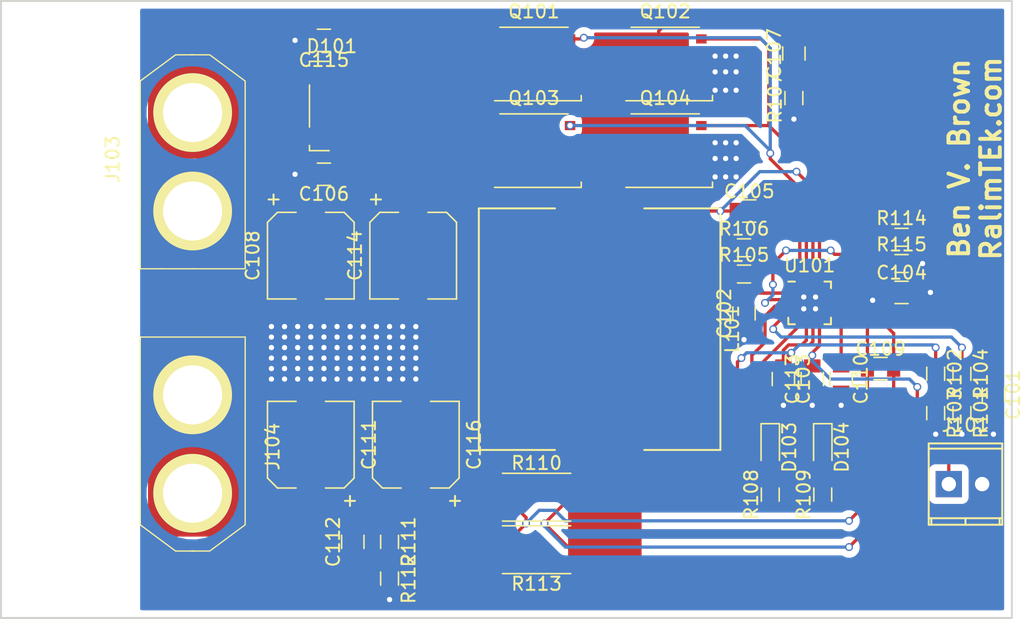
<source format=kicad_pcb>
(kicad_pcb (version 4) (host pcbnew 4.0.6)

  (general
    (links 128)
    (no_connects 5)
    (area 83.324999 69.924999 160.475001 117.075001)
    (thickness 1.6)
    (drawings 6)
    (tracks 573)
    (zones 0)
    (modules 43)
    (nets 22)
  )

  (page A4)
  (layers
    (0 F.Cu signal)
    (31 B.Cu signal)
    (32 B.Adhes user)
    (33 F.Adhes user)
    (34 B.Paste user)
    (35 F.Paste user)
    (36 B.SilkS user)
    (37 F.SilkS user)
    (38 B.Mask user)
    (39 F.Mask user)
    (40 Dwgs.User user)
    (41 Cmts.User user)
    (42 Eco1.User user)
    (43 Eco2.User user)
    (44 Edge.Cuts user)
    (45 Margin user)
    (46 B.CrtYd user)
    (47 F.CrtYd user)
    (48 B.Fab user)
    (49 F.Fab user)
  )

  (setup
    (last_trace_width 0.25)
    (trace_clearance 0.2)
    (zone_clearance 0.508)
    (zone_45_only no)
    (trace_min 0.2)
    (segment_width 0.2)
    (edge_width 0.15)
    (via_size 0.6)
    (via_drill 0.4)
    (via_min_size 0.4)
    (via_min_drill 0.3)
    (uvia_size 0.3)
    (uvia_drill 0.1)
    (uvias_allowed no)
    (uvia_min_size 0.2)
    (uvia_min_drill 0.1)
    (pcb_text_width 0.3)
    (pcb_text_size 1.5 1.5)
    (mod_edge_width 0.15)
    (mod_text_size 1 1)
    (mod_text_width 0.15)
    (pad_size 1.524 1.524)
    (pad_drill 0.762)
    (pad_to_mask_clearance 0.2)
    (aux_axis_origin 0 0)
    (visible_elements 7FFFFF1F)
    (pcbplotparams
      (layerselection 0x00030_80000001)
      (usegerberextensions false)
      (excludeedgelayer true)
      (linewidth 0.100000)
      (plotframeref false)
      (viasonmask false)
      (mode 1)
      (useauxorigin false)
      (hpglpennumber 1)
      (hpglpenspeed 20)
      (hpglpendiameter 15)
      (hpglpenoverlay 2)
      (psnegative false)
      (psa4output false)
      (plotreference true)
      (plotvalue true)
      (plotinvisibletext false)
      (padsonsilk false)
      (subtractmaskfromsilk false)
      (outputformat 1)
      (mirror false)
      (drillshape 1)
      (scaleselection 1)
      (outputdirectory ""))
  )

  (net 0 "")
  (net 1 "Net-(C101-Pad1)")
  (net 2 GND)
  (net 3 "Net-(C102-Pad2)")
  (net 4 /VREF)
  (net 5 "Net-(C104-Pad1)")
  (net 6 "Net-(C105-Pad1)")
  (net 7 "Net-(C105-Pad2)")
  (net 8 "Net-(C106-Pad1)")
  (net 9 "Net-(C107-Pad1)")
  (net 10 "Net-(C109-Pad1)")
  (net 11 "Net-(C109-Pad2)")
  (net 12 "Net-(C112-Pad1)")
  (net 13 "Net-(D103-Pad2)")
  (net 14 /STAT1)
  (net 15 "Net-(D104-Pad2)")
  (net 16 /STAT2)
  (net 17 "Net-(J101-Pad1)")
  (net 18 /HIGH_DRIVE)
  (net 19 /LOW_DRIVE)
  (net 20 "Net-(D101-Pad1)")
  (net 21 /MPPTSET)

  (net_class Default "This is the default net class."
    (clearance 0.2)
    (trace_width 0.25)
    (via_dia 0.6)
    (via_drill 0.4)
    (uvia_dia 0.3)
    (uvia_drill 0.1)
    (add_net /HIGH_DRIVE)
    (add_net /LOW_DRIVE)
    (add_net /MPPTSET)
    (add_net /STAT1)
    (add_net /STAT2)
    (add_net /VREF)
    (add_net GND)
    (add_net "Net-(C101-Pad1)")
    (add_net "Net-(C102-Pad2)")
    (add_net "Net-(C104-Pad1)")
    (add_net "Net-(C105-Pad1)")
    (add_net "Net-(C105-Pad2)")
    (add_net "Net-(C106-Pad1)")
    (add_net "Net-(C107-Pad1)")
    (add_net "Net-(C109-Pad1)")
    (add_net "Net-(C109-Pad2)")
    (add_net "Net-(C112-Pad1)")
    (add_net "Net-(D101-Pad1)")
    (add_net "Net-(D103-Pad2)")
    (add_net "Net-(D104-Pad2)")
    (add_net "Net-(J101-Pad1)")
  )

  (module Capacitors_SMD:C_0805 (layer F.Cu) (tedit 58AA8463) (tstamp 592923E8)
    (at 159 100 270)
    (descr "Capacitor SMD 0805, reflow soldering, AVX (see smccp.pdf)")
    (tags "capacitor 0805")
    (path /592938DA)
    (attr smd)
    (fp_text reference C101 (at 0 -1.5 270) (layer F.SilkS)
      (effects (font (size 1 1) (thickness 0.15)))
    )
    (fp_text value - (at 0 1.75 270) (layer F.Fab)
      (effects (font (size 1 1) (thickness 0.15)))
    )
    (fp_text user %R (at 0 -1.5 270) (layer F.Fab)
      (effects (font (size 1 1) (thickness 0.15)))
    )
    (fp_line (start -1 0.62) (end -1 -0.62) (layer F.Fab) (width 0.1))
    (fp_line (start 1 0.62) (end -1 0.62) (layer F.Fab) (width 0.1))
    (fp_line (start 1 -0.62) (end 1 0.62) (layer F.Fab) (width 0.1))
    (fp_line (start -1 -0.62) (end 1 -0.62) (layer F.Fab) (width 0.1))
    (fp_line (start 0.5 -0.85) (end -0.5 -0.85) (layer F.SilkS) (width 0.12))
    (fp_line (start -0.5 0.85) (end 0.5 0.85) (layer F.SilkS) (width 0.12))
    (fp_line (start -1.75 -0.88) (end 1.75 -0.88) (layer F.CrtYd) (width 0.05))
    (fp_line (start -1.75 -0.88) (end -1.75 0.87) (layer F.CrtYd) (width 0.05))
    (fp_line (start 1.75 0.87) (end 1.75 -0.88) (layer F.CrtYd) (width 0.05))
    (fp_line (start 1.75 0.87) (end -1.75 0.87) (layer F.CrtYd) (width 0.05))
    (pad 1 smd rect (at -1 0 270) (size 1 1.25) (layers F.Cu F.Paste F.Mask)
      (net 1 "Net-(C101-Pad1)"))
    (pad 2 smd rect (at 1 0 270) (size 1 1.25) (layers F.Cu F.Paste F.Mask)
      (net 2 GND))
    (model Capacitors_SMD.3dshapes/C_0805.wrl
      (at (xyz 0 0 0))
      (scale (xyz 1 1 1))
      (rotate (xyz 0 0 0))
    )
  )

  (module Capacitors_SMD:C_0805 (layer F.Cu) (tedit 58AA8463) (tstamp 592923EE)
    (at 140 93.8 90)
    (descr "Capacitor SMD 0805, reflow soldering, AVX (see smccp.pdf)")
    (tags "capacitor 0805")
    (path /59292091)
    (attr smd)
    (fp_text reference C102 (at 0 -1.5 90) (layer F.SilkS)
      (effects (font (size 1 1) (thickness 0.15)))
    )
    (fp_text value 1.0uF (at 10.8989 2.9964 90) (layer F.Fab)
      (effects (font (size 1 1) (thickness 0.15)))
    )
    (fp_text user %R (at 0 -1.5 90) (layer F.Fab)
      (effects (font (size 1 1) (thickness 0.15)))
    )
    (fp_line (start -1 0.62) (end -1 -0.62) (layer F.Fab) (width 0.1))
    (fp_line (start 1 0.62) (end -1 0.62) (layer F.Fab) (width 0.1))
    (fp_line (start 1 -0.62) (end 1 0.62) (layer F.Fab) (width 0.1))
    (fp_line (start -1 -0.62) (end 1 -0.62) (layer F.Fab) (width 0.1))
    (fp_line (start 0.5 -0.85) (end -0.5 -0.85) (layer F.SilkS) (width 0.12))
    (fp_line (start -0.5 0.85) (end 0.5 0.85) (layer F.SilkS) (width 0.12))
    (fp_line (start -1.75 -0.88) (end 1.75 -0.88) (layer F.CrtYd) (width 0.05))
    (fp_line (start -1.75 -0.88) (end -1.75 0.87) (layer F.CrtYd) (width 0.05))
    (fp_line (start 1.75 0.87) (end 1.75 -0.88) (layer F.CrtYd) (width 0.05))
    (fp_line (start 1.75 0.87) (end -1.75 0.87) (layer F.CrtYd) (width 0.05))
    (pad 1 smd rect (at -1 0 90) (size 1 1.25) (layers F.Cu F.Paste F.Mask)
      (net 2 GND))
    (pad 2 smd rect (at 1 0 90) (size 1 1.25) (layers F.Cu F.Paste F.Mask)
      (net 3 "Net-(C102-Pad2)"))
    (model Capacitors_SMD.3dshapes/C_0805.wrl
      (at (xyz 0 0 0))
      (scale (xyz 1 1 1))
      (rotate (xyz 0 0 0))
    )
  )

  (module Capacitors_SMD:C_0805 (layer F.Cu) (tedit 58AA8463) (tstamp 592923F4)
    (at 143 98.8 270)
    (descr "Capacitor SMD 0805, reflow soldering, AVX (see smccp.pdf)")
    (tags "capacitor 0805")
    (path /5929501C)
    (attr smd)
    (fp_text reference C103 (at 0 -1.5 270) (layer F.SilkS)
      (effects (font (size 1 1) (thickness 0.15)))
    )
    (fp_text value 1.0uF (at 0 1.75 270) (layer F.Fab)
      (effects (font (size 1 1) (thickness 0.15)))
    )
    (fp_text user %R (at 0 -1.5 270) (layer F.Fab)
      (effects (font (size 1 1) (thickness 0.15)))
    )
    (fp_line (start -1 0.62) (end -1 -0.62) (layer F.Fab) (width 0.1))
    (fp_line (start 1 0.62) (end -1 0.62) (layer F.Fab) (width 0.1))
    (fp_line (start 1 -0.62) (end 1 0.62) (layer F.Fab) (width 0.1))
    (fp_line (start -1 -0.62) (end 1 -0.62) (layer F.Fab) (width 0.1))
    (fp_line (start 0.5 -0.85) (end -0.5 -0.85) (layer F.SilkS) (width 0.12))
    (fp_line (start -0.5 0.85) (end 0.5 0.85) (layer F.SilkS) (width 0.12))
    (fp_line (start -1.75 -0.88) (end 1.75 -0.88) (layer F.CrtYd) (width 0.05))
    (fp_line (start -1.75 -0.88) (end -1.75 0.87) (layer F.CrtYd) (width 0.05))
    (fp_line (start 1.75 0.87) (end 1.75 -0.88) (layer F.CrtYd) (width 0.05))
    (fp_line (start 1.75 0.87) (end -1.75 0.87) (layer F.CrtYd) (width 0.05))
    (pad 1 smd rect (at -1 0 270) (size 1 1.25) (layers F.Cu F.Paste F.Mask)
      (net 4 /VREF))
    (pad 2 smd rect (at 1 0 270) (size 1 1.25) (layers F.Cu F.Paste F.Mask)
      (net 2 GND))
    (model Capacitors_SMD.3dshapes/C_0805.wrl
      (at (xyz 0 0 0))
      (scale (xyz 1 1 1))
      (rotate (xyz 0 0 0))
    )
  )

  (module Capacitors_SMD:C_0805 (layer F.Cu) (tedit 58AA8463) (tstamp 592923FA)
    (at 152 92.2)
    (descr "Capacitor SMD 0805, reflow soldering, AVX (see smccp.pdf)")
    (tags "capacitor 0805")
    (path /59297A4F)
    (attr smd)
    (fp_text reference C104 (at 0 -1.5) (layer F.SilkS)
      (effects (font (size 1 1) (thickness 0.15)))
    )
    (fp_text value 0.1uF (at 0 1.75) (layer F.Fab)
      (effects (font (size 1 1) (thickness 0.15)))
    )
    (fp_text user %R (at 0 -1.5) (layer F.Fab)
      (effects (font (size 1 1) (thickness 0.15)))
    )
    (fp_line (start -1 0.62) (end -1 -0.62) (layer F.Fab) (width 0.1))
    (fp_line (start 1 0.62) (end -1 0.62) (layer F.Fab) (width 0.1))
    (fp_line (start 1 -0.62) (end 1 0.62) (layer F.Fab) (width 0.1))
    (fp_line (start -1 -0.62) (end 1 -0.62) (layer F.Fab) (width 0.1))
    (fp_line (start 0.5 -0.85) (end -0.5 -0.85) (layer F.SilkS) (width 0.12))
    (fp_line (start -0.5 0.85) (end 0.5 0.85) (layer F.SilkS) (width 0.12))
    (fp_line (start -1.75 -0.88) (end 1.75 -0.88) (layer F.CrtYd) (width 0.05))
    (fp_line (start -1.75 -0.88) (end -1.75 0.87) (layer F.CrtYd) (width 0.05))
    (fp_line (start 1.75 0.87) (end 1.75 -0.88) (layer F.CrtYd) (width 0.05))
    (fp_line (start 1.75 0.87) (end -1.75 0.87) (layer F.CrtYd) (width 0.05))
    (pad 1 smd rect (at -1 0) (size 1 1.25) (layers F.Cu F.Paste F.Mask)
      (net 5 "Net-(C104-Pad1)"))
    (pad 2 smd rect (at 1 0) (size 1 1.25) (layers F.Cu F.Paste F.Mask)
      (net 2 GND))
    (model Capacitors_SMD.3dshapes/C_0805.wrl
      (at (xyz 0 0 0))
      (scale (xyz 1 1 1))
      (rotate (xyz 0 0 0))
    )
  )

  (module Capacitors_SMD:C_0805 (layer F.Cu) (tedit 58AA8463) (tstamp 59292400)
    (at 140.4 86)
    (descr "Capacitor SMD 0805, reflow soldering, AVX (see smccp.pdf)")
    (tags "capacitor 0805")
    (path /59297EC9)
    (attr smd)
    (fp_text reference C105 (at 0 -1.5) (layer F.SilkS)
      (effects (font (size 1 1) (thickness 0.15)))
    )
    (fp_text value 0.1uF (at 0 1.75) (layer F.Fab)
      (effects (font (size 1 1) (thickness 0.15)))
    )
    (fp_text user %R (at 0 -1.5) (layer F.Fab)
      (effects (font (size 1 1) (thickness 0.15)))
    )
    (fp_line (start -1 0.62) (end -1 -0.62) (layer F.Fab) (width 0.1))
    (fp_line (start 1 0.62) (end -1 0.62) (layer F.Fab) (width 0.1))
    (fp_line (start 1 -0.62) (end 1 0.62) (layer F.Fab) (width 0.1))
    (fp_line (start -1 -0.62) (end 1 -0.62) (layer F.Fab) (width 0.1))
    (fp_line (start 0.5 -0.85) (end -0.5 -0.85) (layer F.SilkS) (width 0.12))
    (fp_line (start -0.5 0.85) (end 0.5 0.85) (layer F.SilkS) (width 0.12))
    (fp_line (start -1.75 -0.88) (end 1.75 -0.88) (layer F.CrtYd) (width 0.05))
    (fp_line (start -1.75 -0.88) (end -1.75 0.87) (layer F.CrtYd) (width 0.05))
    (fp_line (start 1.75 0.87) (end 1.75 -0.88) (layer F.CrtYd) (width 0.05))
    (fp_line (start 1.75 0.87) (end -1.75 0.87) (layer F.CrtYd) (width 0.05))
    (pad 1 smd rect (at -1 0) (size 1 1.25) (layers F.Cu F.Paste F.Mask)
      (net 6 "Net-(C105-Pad1)"))
    (pad 2 smd rect (at 1 0) (size 1 1.25) (layers F.Cu F.Paste F.Mask)
      (net 7 "Net-(C105-Pad2)"))
    (model Capacitors_SMD.3dshapes/C_0805.wrl
      (at (xyz 0 0 0))
      (scale (xyz 1 1 1))
      (rotate (xyz 0 0 0))
    )
  )

  (module Capacitors_SMD:C_0805 (layer F.Cu) (tedit 58AA8463) (tstamp 59292406)
    (at 108 83.2 180)
    (descr "Capacitor SMD 0805, reflow soldering, AVX (see smccp.pdf)")
    (tags "capacitor 0805")
    (path /5929BDCC)
    (attr smd)
    (fp_text reference C106 (at 0 -1.5 180) (layer F.SilkS)
      (effects (font (size 1 1) (thickness 0.15)))
    )
    (fp_text value 1.0uF (at 0 1.75 180) (layer F.Fab)
      (effects (font (size 1 1) (thickness 0.15)))
    )
    (fp_text user %R (at 0 -1.5 180) (layer F.Fab)
      (effects (font (size 1 1) (thickness 0.15)))
    )
    (fp_line (start -1 0.62) (end -1 -0.62) (layer F.Fab) (width 0.1))
    (fp_line (start 1 0.62) (end -1 0.62) (layer F.Fab) (width 0.1))
    (fp_line (start 1 -0.62) (end 1 0.62) (layer F.Fab) (width 0.1))
    (fp_line (start -1 -0.62) (end 1 -0.62) (layer F.Fab) (width 0.1))
    (fp_line (start 0.5 -0.85) (end -0.5 -0.85) (layer F.SilkS) (width 0.12))
    (fp_line (start -0.5 0.85) (end 0.5 0.85) (layer F.SilkS) (width 0.12))
    (fp_line (start -1.75 -0.88) (end 1.75 -0.88) (layer F.CrtYd) (width 0.05))
    (fp_line (start -1.75 -0.88) (end -1.75 0.87) (layer F.CrtYd) (width 0.05))
    (fp_line (start 1.75 0.87) (end 1.75 -0.88) (layer F.CrtYd) (width 0.05))
    (fp_line (start 1.75 0.87) (end -1.75 0.87) (layer F.CrtYd) (width 0.05))
    (pad 1 smd rect (at -1 0 180) (size 1 1.25) (layers F.Cu F.Paste F.Mask)
      (net 8 "Net-(C106-Pad1)"))
    (pad 2 smd rect (at 1 0 180) (size 1 1.25) (layers F.Cu F.Paste F.Mask)
      (net 2 GND))
    (model Capacitors_SMD.3dshapes/C_0805.wrl
      (at (xyz 0 0 0))
      (scale (xyz 1 1 1))
      (rotate (xyz 0 0 0))
    )
  )

  (module Capacitors_SMD:C_0805 (layer F.Cu) (tedit 58AA8463) (tstamp 5929240C)
    (at 143.8 74 90)
    (descr "Capacitor SMD 0805, reflow soldering, AVX (see smccp.pdf)")
    (tags "capacitor 0805")
    (path /5929C8BE)
    (attr smd)
    (fp_text reference C107 (at 0 -1.5 90) (layer F.SilkS)
      (effects (font (size 1 1) (thickness 0.15)))
    )
    (fp_text value - (at 0 1.75 90) (layer F.Fab)
      (effects (font (size 1 1) (thickness 0.15)))
    )
    (fp_text user %R (at 0 -1.5 90) (layer F.Fab)
      (effects (font (size 1 1) (thickness 0.15)))
    )
    (fp_line (start -1 0.62) (end -1 -0.62) (layer F.Fab) (width 0.1))
    (fp_line (start 1 0.62) (end -1 0.62) (layer F.Fab) (width 0.1))
    (fp_line (start 1 -0.62) (end 1 0.62) (layer F.Fab) (width 0.1))
    (fp_line (start -1 -0.62) (end 1 -0.62) (layer F.Fab) (width 0.1))
    (fp_line (start 0.5 -0.85) (end -0.5 -0.85) (layer F.SilkS) (width 0.12))
    (fp_line (start -0.5 0.85) (end 0.5 0.85) (layer F.SilkS) (width 0.12))
    (fp_line (start -1.75 -0.88) (end 1.75 -0.88) (layer F.CrtYd) (width 0.05))
    (fp_line (start -1.75 -0.88) (end -1.75 0.87) (layer F.CrtYd) (width 0.05))
    (fp_line (start 1.75 0.87) (end 1.75 -0.88) (layer F.CrtYd) (width 0.05))
    (fp_line (start 1.75 0.87) (end -1.75 0.87) (layer F.CrtYd) (width 0.05))
    (pad 1 smd rect (at -1 0 90) (size 1 1.25) (layers F.Cu F.Paste F.Mask)
      (net 9 "Net-(C107-Pad1)"))
    (pad 2 smd rect (at 1 0 90) (size 1 1.25) (layers F.Cu F.Paste F.Mask)
      (net 6 "Net-(C105-Pad1)"))
    (model Capacitors_SMD.3dshapes/C_0805.wrl
      (at (xyz 0 0 0))
      (scale (xyz 1 1 1))
      (rotate (xyz 0 0 0))
    )
  )

  (module Capacitors_SMD:C_0805 (layer F.Cu) (tedit 58AA8463) (tstamp 59292418)
    (at 150.4 98)
    (descr "Capacitor SMD 0805, reflow soldering, AVX (see smccp.pdf)")
    (tags "capacitor 0805")
    (path /592970A7)
    (attr smd)
    (fp_text reference C109 (at 0 -1.5) (layer F.SilkS)
      (effects (font (size 1 1) (thickness 0.15)))
    )
    (fp_text value 0.1uF (at 0 1.75) (layer F.Fab)
      (effects (font (size 1 1) (thickness 0.15)))
    )
    (fp_text user %R (at 0 -1.5) (layer F.Fab)
      (effects (font (size 1 1) (thickness 0.15)))
    )
    (fp_line (start -1 0.62) (end -1 -0.62) (layer F.Fab) (width 0.1))
    (fp_line (start 1 0.62) (end -1 0.62) (layer F.Fab) (width 0.1))
    (fp_line (start 1 -0.62) (end 1 0.62) (layer F.Fab) (width 0.1))
    (fp_line (start -1 -0.62) (end 1 -0.62) (layer F.Fab) (width 0.1))
    (fp_line (start 0.5 -0.85) (end -0.5 -0.85) (layer F.SilkS) (width 0.12))
    (fp_line (start -0.5 0.85) (end 0.5 0.85) (layer F.SilkS) (width 0.12))
    (fp_line (start -1.75 -0.88) (end 1.75 -0.88) (layer F.CrtYd) (width 0.05))
    (fp_line (start -1.75 -0.88) (end -1.75 0.87) (layer F.CrtYd) (width 0.05))
    (fp_line (start 1.75 0.87) (end 1.75 -0.88) (layer F.CrtYd) (width 0.05))
    (fp_line (start 1.75 0.87) (end -1.75 0.87) (layer F.CrtYd) (width 0.05))
    (pad 1 smd rect (at -1 0) (size 1 1.25) (layers F.Cu F.Paste F.Mask)
      (net 10 "Net-(C109-Pad1)"))
    (pad 2 smd rect (at 1 0) (size 1 1.25) (layers F.Cu F.Paste F.Mask)
      (net 11 "Net-(C109-Pad2)"))
    (model Capacitors_SMD.3dshapes/C_0805.wrl
      (at (xyz 0 0 0))
      (scale (xyz 1 1 1))
      (rotate (xyz 0 0 0))
    )
  )

  (module Capacitors_SMD:C_0805 (layer F.Cu) (tedit 58AA8463) (tstamp 5929241E)
    (at 147.4 98.8 270)
    (descr "Capacitor SMD 0805, reflow soldering, AVX (see smccp.pdf)")
    (tags "capacitor 0805")
    (path /5929D156)
    (attr smd)
    (fp_text reference C110 (at 0 -1.5 270) (layer F.SilkS)
      (effects (font (size 1 1) (thickness 0.15)))
    )
    (fp_text value 1.0uF (at 0 1.75 270) (layer F.Fab)
      (effects (font (size 1 1) (thickness 0.15)))
    )
    (fp_text user %R (at 0 -1.5 270) (layer F.Fab)
      (effects (font (size 1 1) (thickness 0.15)))
    )
    (fp_line (start -1 0.62) (end -1 -0.62) (layer F.Fab) (width 0.1))
    (fp_line (start 1 0.62) (end -1 0.62) (layer F.Fab) (width 0.1))
    (fp_line (start 1 -0.62) (end 1 0.62) (layer F.Fab) (width 0.1))
    (fp_line (start -1 -0.62) (end 1 -0.62) (layer F.Fab) (width 0.1))
    (fp_line (start 0.5 -0.85) (end -0.5 -0.85) (layer F.SilkS) (width 0.12))
    (fp_line (start -0.5 0.85) (end 0.5 0.85) (layer F.SilkS) (width 0.12))
    (fp_line (start -1.75 -0.88) (end 1.75 -0.88) (layer F.CrtYd) (width 0.05))
    (fp_line (start -1.75 -0.88) (end -1.75 0.87) (layer F.CrtYd) (width 0.05))
    (fp_line (start 1.75 0.87) (end 1.75 -0.88) (layer F.CrtYd) (width 0.05))
    (fp_line (start 1.75 0.87) (end -1.75 0.87) (layer F.CrtYd) (width 0.05))
    (pad 1 smd rect (at -1 0 270) (size 1 1.25) (layers F.Cu F.Paste F.Mask)
      (net 10 "Net-(C109-Pad1)"))
    (pad 2 smd rect (at 1 0 270) (size 1 1.25) (layers F.Cu F.Paste F.Mask)
      (net 2 GND))
    (model Capacitors_SMD.3dshapes/C_0805.wrl
      (at (xyz 0 0 0))
      (scale (xyz 1 1 1))
      (rotate (xyz 0 0 0))
    )
  )

  (module Capacitors_SMD:C_0805 (layer F.Cu) (tedit 58AA8463) (tstamp 5929242A)
    (at 110.2 111.2 90)
    (descr "Capacitor SMD 0805, reflow soldering, AVX (see smccp.pdf)")
    (tags "capacitor 0805")
    (path /5929EEE5)
    (attr smd)
    (fp_text reference C112 (at 0 -1.5 90) (layer F.SilkS)
      (effects (font (size 1 1) (thickness 0.15)))
    )
    (fp_text value 0.1uF (at 0 1.75 90) (layer F.Fab)
      (effects (font (size 1 1) (thickness 0.15)))
    )
    (fp_text user %R (at 0 -1.5 90) (layer F.Fab)
      (effects (font (size 1 1) (thickness 0.15)))
    )
    (fp_line (start -1 0.62) (end -1 -0.62) (layer F.Fab) (width 0.1))
    (fp_line (start 1 0.62) (end -1 0.62) (layer F.Fab) (width 0.1))
    (fp_line (start 1 -0.62) (end 1 0.62) (layer F.Fab) (width 0.1))
    (fp_line (start -1 -0.62) (end 1 -0.62) (layer F.Fab) (width 0.1))
    (fp_line (start 0.5 -0.85) (end -0.5 -0.85) (layer F.SilkS) (width 0.12))
    (fp_line (start -0.5 0.85) (end 0.5 0.85) (layer F.SilkS) (width 0.12))
    (fp_line (start -1.75 -0.88) (end 1.75 -0.88) (layer F.CrtYd) (width 0.05))
    (fp_line (start -1.75 -0.88) (end -1.75 0.87) (layer F.CrtYd) (width 0.05))
    (fp_line (start 1.75 0.87) (end 1.75 -0.88) (layer F.CrtYd) (width 0.05))
    (fp_line (start 1.75 0.87) (end -1.75 0.87) (layer F.CrtYd) (width 0.05))
    (pad 1 smd rect (at -1 0 90) (size 1 1.25) (layers F.Cu F.Paste F.Mask)
      (net 12 "Net-(C112-Pad1)"))
    (pad 2 smd rect (at 1 0 90) (size 1 1.25) (layers F.Cu F.Paste F.Mask)
      (net 10 "Net-(C109-Pad1)"))
    (model Capacitors_SMD.3dshapes/C_0805.wrl
      (at (xyz 0 0 0))
      (scale (xyz 1 1 1))
      (rotate (xyz 0 0 0))
    )
  )

  (module Capacitors_SMD:C_0805 (layer F.Cu) (tedit 58AA8463) (tstamp 59292430)
    (at 145.2 98.8 90)
    (descr "Capacitor SMD 0805, reflow soldering, AVX (see smccp.pdf)")
    (tags "capacitor 0805")
    (path /5929F1C3)
    (attr smd)
    (fp_text reference C113 (at 0 -1.5 90) (layer F.SilkS)
      (effects (font (size 1 1) (thickness 0.15)))
    )
    (fp_text value 0.1uF (at 0 1.75 90) (layer F.Fab)
      (effects (font (size 1 1) (thickness 0.15)))
    )
    (fp_text user %R (at 0 -1.5 90) (layer F.Fab)
      (effects (font (size 1 1) (thickness 0.15)))
    )
    (fp_line (start -1 0.62) (end -1 -0.62) (layer F.Fab) (width 0.1))
    (fp_line (start 1 0.62) (end -1 0.62) (layer F.Fab) (width 0.1))
    (fp_line (start 1 -0.62) (end 1 0.62) (layer F.Fab) (width 0.1))
    (fp_line (start -1 -0.62) (end 1 -0.62) (layer F.Fab) (width 0.1))
    (fp_line (start 0.5 -0.85) (end -0.5 -0.85) (layer F.SilkS) (width 0.12))
    (fp_line (start -0.5 0.85) (end 0.5 0.85) (layer F.SilkS) (width 0.12))
    (fp_line (start -1.75 -0.88) (end 1.75 -0.88) (layer F.CrtYd) (width 0.05))
    (fp_line (start -1.75 -0.88) (end -1.75 0.87) (layer F.CrtYd) (width 0.05))
    (fp_line (start 1.75 0.87) (end 1.75 -0.88) (layer F.CrtYd) (width 0.05))
    (fp_line (start 1.75 0.87) (end -1.75 0.87) (layer F.CrtYd) (width 0.05))
    (pad 1 smd rect (at -1 0 90) (size 1 1.25) (layers F.Cu F.Paste F.Mask)
      (net 2 GND))
    (pad 2 smd rect (at 1 0 90) (size 1 1.25) (layers F.Cu F.Paste F.Mask)
      (net 12 "Net-(C112-Pad1)"))
    (model Capacitors_SMD.3dshapes/C_0805.wrl
      (at (xyz 0 0 0))
      (scale (xyz 1 1 1))
      (rotate (xyz 0 0 0))
    )
  )

  (module LEDs:LED_0805 (layer F.Cu) (tedit 57FE93EC) (tstamp 59292436)
    (at 142 104 270)
    (descr "LED 0805 smd package")
    (tags "LED led 0805 SMD smd SMT smt smdled SMDLED smtled SMTLED")
    (path /592A12C6)
    (attr smd)
    (fp_text reference D103 (at 0 -1.45 270) (layer F.SilkS)
      (effects (font (size 1 1) (thickness 0.15)))
    )
    (fp_text value LED (at 0 1.55 270) (layer F.Fab)
      (effects (font (size 1 1) (thickness 0.15)))
    )
    (fp_line (start -1.8 -0.7) (end -1.8 0.7) (layer F.SilkS) (width 0.12))
    (fp_line (start -0.4 -0.4) (end -0.4 0.4) (layer F.Fab) (width 0.1))
    (fp_line (start -0.4 0) (end 0.2 -0.4) (layer F.Fab) (width 0.1))
    (fp_line (start 0.2 0.4) (end -0.4 0) (layer F.Fab) (width 0.1))
    (fp_line (start 0.2 -0.4) (end 0.2 0.4) (layer F.Fab) (width 0.1))
    (fp_line (start 1 0.6) (end -1 0.6) (layer F.Fab) (width 0.1))
    (fp_line (start 1 -0.6) (end 1 0.6) (layer F.Fab) (width 0.1))
    (fp_line (start -1 -0.6) (end 1 -0.6) (layer F.Fab) (width 0.1))
    (fp_line (start -1 0.6) (end -1 -0.6) (layer F.Fab) (width 0.1))
    (fp_line (start -1.8 0.7) (end 1 0.7) (layer F.SilkS) (width 0.12))
    (fp_line (start -1.8 -0.7) (end 1 -0.7) (layer F.SilkS) (width 0.12))
    (fp_line (start 1.95 -0.85) (end 1.95 0.85) (layer F.CrtYd) (width 0.05))
    (fp_line (start 1.95 0.85) (end -1.95 0.85) (layer F.CrtYd) (width 0.05))
    (fp_line (start -1.95 0.85) (end -1.95 -0.85) (layer F.CrtYd) (width 0.05))
    (fp_line (start -1.95 -0.85) (end 1.95 -0.85) (layer F.CrtYd) (width 0.05))
    (pad 2 smd rect (at 1.1 0 90) (size 1.2 1.2) (layers F.Cu F.Paste F.Mask)
      (net 13 "Net-(D103-Pad2)"))
    (pad 1 smd rect (at -1.1 0 90) (size 1.2 1.2) (layers F.Cu F.Paste F.Mask)
      (net 14 /STAT1))
    (model LEDs.3dshapes/LED_0805.wrl
      (at (xyz 0 0 0))
      (scale (xyz 1 1 1))
      (rotate (xyz 0 0 180))
    )
  )

  (module LEDs:LED_0805 (layer F.Cu) (tedit 57FE93EC) (tstamp 5929243C)
    (at 146 104 270)
    (descr "LED 0805 smd package")
    (tags "LED led 0805 SMD smd SMT smt smdled SMDLED smtled SMTLED")
    (path /592A2553)
    (attr smd)
    (fp_text reference D104 (at 0 -1.45 270) (layer F.SilkS)
      (effects (font (size 1 1) (thickness 0.15)))
    )
    (fp_text value LED (at 0 1.55 270) (layer F.Fab)
      (effects (font (size 1 1) (thickness 0.15)))
    )
    (fp_line (start -1.8 -0.7) (end -1.8 0.7) (layer F.SilkS) (width 0.12))
    (fp_line (start -0.4 -0.4) (end -0.4 0.4) (layer F.Fab) (width 0.1))
    (fp_line (start -0.4 0) (end 0.2 -0.4) (layer F.Fab) (width 0.1))
    (fp_line (start 0.2 0.4) (end -0.4 0) (layer F.Fab) (width 0.1))
    (fp_line (start 0.2 -0.4) (end 0.2 0.4) (layer F.Fab) (width 0.1))
    (fp_line (start 1 0.6) (end -1 0.6) (layer F.Fab) (width 0.1))
    (fp_line (start 1 -0.6) (end 1 0.6) (layer F.Fab) (width 0.1))
    (fp_line (start -1 -0.6) (end 1 -0.6) (layer F.Fab) (width 0.1))
    (fp_line (start -1 0.6) (end -1 -0.6) (layer F.Fab) (width 0.1))
    (fp_line (start -1.8 0.7) (end 1 0.7) (layer F.SilkS) (width 0.12))
    (fp_line (start -1.8 -0.7) (end 1 -0.7) (layer F.SilkS) (width 0.12))
    (fp_line (start 1.95 -0.85) (end 1.95 0.85) (layer F.CrtYd) (width 0.05))
    (fp_line (start 1.95 0.85) (end -1.95 0.85) (layer F.CrtYd) (width 0.05))
    (fp_line (start -1.95 0.85) (end -1.95 -0.85) (layer F.CrtYd) (width 0.05))
    (fp_line (start -1.95 -0.85) (end 1.95 -0.85) (layer F.CrtYd) (width 0.05))
    (pad 2 smd rect (at 1.1 0 90) (size 1.2 1.2) (layers F.Cu F.Paste F.Mask)
      (net 15 "Net-(D104-Pad2)"))
    (pad 1 smd rect (at -1.1 0 90) (size 1.2 1.2) (layers F.Cu F.Paste F.Mask)
      (net 16 /STAT2))
    (model LEDs.3dshapes/LED_0805.wrl
      (at (xyz 0 0 0))
      (scale (xyz 1 1 1))
      (rotate (xyz 0 0 180))
    )
  )

  (module Connectors_Terminal_Blocks:TerminalBlock_Pheonix_MPT-2.54mm_2pol (layer F.Cu) (tedit 0) (tstamp 59292442)
    (at 155.6 106.8)
    (descr "2-way 2.54mm pitch terminal block, Phoenix MPT series")
    (path /59294290)
    (fp_text reference J101 (at 1.27 -4.50088) (layer F.SilkS)
      (effects (font (size 1 1) (thickness 0.15)))
    )
    (fp_text value THERM (at 1.27 4.50088) (layer F.Fab)
      (effects (font (size 1 1) (thickness 0.15)))
    )
    (fp_line (start -1.7 -3.3) (end 4.3 -3.3) (layer F.CrtYd) (width 0.05))
    (fp_line (start -1.7 3.3) (end -1.7 -3.3) (layer F.CrtYd) (width 0.05))
    (fp_line (start 4.3 3.3) (end -1.7 3.3) (layer F.CrtYd) (width 0.05))
    (fp_line (start 4.3 -3.3) (end 4.3 3.3) (layer F.CrtYd) (width 0.05))
    (fp_line (start 4.06908 2.60096) (end -1.52908 2.60096) (layer F.SilkS) (width 0.15))
    (fp_line (start -1.33096 3.0988) (end -1.33096 2.60096) (layer F.SilkS) (width 0.15))
    (fp_line (start 3.87096 2.60096) (end 3.87096 3.0988) (layer F.SilkS) (width 0.15))
    (fp_line (start 1.27 3.0988) (end 1.27 2.60096) (layer F.SilkS) (width 0.15))
    (fp_line (start -1.52908 -2.70002) (end 4.06908 -2.70002) (layer F.SilkS) (width 0.15))
    (fp_line (start -1.52908 3.0988) (end 4.06908 3.0988) (layer F.SilkS) (width 0.15))
    (fp_line (start 4.06908 3.0988) (end 4.06908 -3.0988) (layer F.SilkS) (width 0.15))
    (fp_line (start 4.06908 -3.0988) (end -1.52908 -3.0988) (layer F.SilkS) (width 0.15))
    (fp_line (start -1.52908 -3.0988) (end -1.52908 3.0988) (layer F.SilkS) (width 0.15))
    (pad 2 thru_hole oval (at 2.54 0) (size 1.99898 1.99898) (drill 1.09728) (layers *.Cu *.Mask)
      (net 2 GND))
    (pad 1 thru_hole rect (at 0 0) (size 1.99898 1.99898) (drill 1.09728) (layers *.Cu *.Mask)
      (net 17 "Net-(J101-Pad1)"))
    (model Terminal_Blocks.3dshapes/TerminalBlock_Pheonix_MPT-2.54mm_2pol.wrl
      (at (xyz 0.05 0 0))
      (scale (xyz 1 1 1))
      (rotate (xyz 0 0 0))
    )
  )

  (module xt60:XT60 (layer F.Cu) (tedit 572BCE8E) (tstamp 5929244E)
    (at 98 78.5 270)
    (path /59291357)
    (fp_text reference J103 (at 3.556 6.096 270) (layer F.SilkS)
      (effects (font (size 1 1) (thickness 0.15)))
    )
    (fp_text value XT60 (at 3.2 -5.9 270) (layer F.Fab)
      (effects (font (size 1 1) (thickness 0.15)))
    )
    (fp_line (start 7.2 4) (end 11.9 4) (layer F.SilkS) (width 0.1))
    (fp_line (start 11.9 4) (end 11.9 2.4) (layer F.SilkS) (width 0.1))
    (fp_line (start 7.5 -4) (end 11.7 -4) (layer F.SilkS) (width 0.1))
    (fp_line (start 11.7 -4) (end 11.8 -4) (layer F.SilkS) (width 0.1))
    (fp_line (start 11.8 -4) (end 11.9 -4) (layer F.SilkS) (width 0.1))
    (fp_line (start 11.9 -4) (end 11.9 0) (layer F.SilkS) (width 0.1))
    (fp_line (start -2.4 4) (end -4.4 1.3) (layer F.SilkS) (width 0.1))
    (fp_line (start -2.4 -4) (end -4.4 -1.3) (layer F.SilkS) (width 0.1))
    (fp_line (start -4.4 0) (end -4.4 1.25) (layer F.SilkS) (width 0.1))
    (fp_line (start -4.4 0) (end -4.4 -1.25) (layer F.SilkS) (width 0.1))
    (fp_line (start 0 4) (end -2.4 4) (layer F.SilkS) (width 0.1))
    (fp_line (start 3 4) (end 0 4) (layer F.SilkS) (width 0.1))
    (fp_line (start 0 -4) (end -2.4 -4) (layer F.SilkS) (width 0.1))
    (fp_line (start 3.1 -4) (end 0 -4) (layer F.SilkS) (width 0.1))
    (fp_line (start -4.4 -0.1) (end -4.4 0.2) (layer F.SilkS) (width 0.1))
    (fp_line (start 11.9 0) (end 11.9 2.4) (layer F.SilkS) (width 0.1))
    (fp_line (start 7.5 -4) (end 3.1 -4) (layer F.SilkS) (width 0.1))
    (fp_line (start 7.2 4) (end 3 4) (layer F.SilkS) (width 0.1))
    (pad 1 thru_hole circle (at 0 0 270) (size 6 6) (drill 4.5) (layers *.Cu *.Mask F.SilkS)
      (net 20 "Net-(D101-Pad1)"))
    (pad 2 thru_hole circle (at 7.5 0 270) (size 6 6) (drill 4.5) (layers *.Cu *.Mask F.SilkS)
      (net 2 GND))
  )

  (module xt60:XT60 (layer F.Cu) (tedit 572BCE8E) (tstamp 59292454)
    (at 98 107.5 90)
    (path /59292EE6)
    (fp_text reference J104 (at 3.556 6.096 90) (layer F.SilkS)
      (effects (font (size 1 1) (thickness 0.15)))
    )
    (fp_text value XT60 (at 3.2 -5.9 90) (layer F.Fab)
      (effects (font (size 1 1) (thickness 0.15)))
    )
    (fp_line (start 7.2 4) (end 11.9 4) (layer F.SilkS) (width 0.1))
    (fp_line (start 11.9 4) (end 11.9 2.4) (layer F.SilkS) (width 0.1))
    (fp_line (start 7.5 -4) (end 11.7 -4) (layer F.SilkS) (width 0.1))
    (fp_line (start 11.7 -4) (end 11.8 -4) (layer F.SilkS) (width 0.1))
    (fp_line (start 11.8 -4) (end 11.9 -4) (layer F.SilkS) (width 0.1))
    (fp_line (start 11.9 -4) (end 11.9 0) (layer F.SilkS) (width 0.1))
    (fp_line (start -2.4 4) (end -4.4 1.3) (layer F.SilkS) (width 0.1))
    (fp_line (start -2.4 -4) (end -4.4 -1.3) (layer F.SilkS) (width 0.1))
    (fp_line (start -4.4 0) (end -4.4 1.25) (layer F.SilkS) (width 0.1))
    (fp_line (start -4.4 0) (end -4.4 -1.25) (layer F.SilkS) (width 0.1))
    (fp_line (start 0 4) (end -2.4 4) (layer F.SilkS) (width 0.1))
    (fp_line (start 3 4) (end 0 4) (layer F.SilkS) (width 0.1))
    (fp_line (start 0 -4) (end -2.4 -4) (layer F.SilkS) (width 0.1))
    (fp_line (start 3.1 -4) (end 0 -4) (layer F.SilkS) (width 0.1))
    (fp_line (start -4.4 -0.1) (end -4.4 0.2) (layer F.SilkS) (width 0.1))
    (fp_line (start 11.9 0) (end 11.9 2.4) (layer F.SilkS) (width 0.1))
    (fp_line (start 7.5 -4) (end 3.1 -4) (layer F.SilkS) (width 0.1))
    (fp_line (start 7.2 4) (end 3 4) (layer F.SilkS) (width 0.1))
    (pad 1 thru_hole circle (at 0 0 90) (size 6 6) (drill 4.5) (layers *.Cu *.Mask F.SilkS)
      (net 10 "Net-(C109-Pad1)"))
    (pad 2 thru_hole circle (at 7.5 0 90) (size 6 6) (drill 4.5) (layers *.Cu *.Mask F.SilkS)
      (net 2 GND))
  )

  (module TO_SOT_Packages_SMD:TDSON-8-1 (layer F.Cu) (tedit 58CE4E7F) (tstamp 5929246B)
    (at 124 74.8 180)
    (descr "Power MOSFET package, TDSON-8-1, SuperS08, SON-8_5x6mm")
    (tags "tdson ")
    (path /5929AF5B)
    (attr smd)
    (fp_text reference Q101 (at 0 4 180) (layer F.SilkS)
      (effects (font (size 1 1) (thickness 0.15)))
    )
    (fp_text value FDMS8050 (at 0 -4 180) (layer F.Fab)
      (effects (font (size 1 1) (thickness 0.15)))
    )
    (fp_text user %R (at 0 -1 180) (layer F.Fab)
      (effects (font (size 1 1) (thickness 0.15)))
    )
    (fp_line (start -3.6 -2.8) (end -3.6 -2.4) (layer F.SilkS) (width 0.12))
    (fp_line (start -2 -2.6) (end 3 -2.6) (layer F.Fab) (width 0.1))
    (fp_line (start -3 2.6) (end -3 -1.6) (layer F.Fab) (width 0.1))
    (fp_line (start 3 2.6) (end -3 2.6) (layer F.Fab) (width 0.1))
    (fp_line (start 3 -2.6) (end 3 2.6) (layer F.Fab) (width 0.1))
    (fp_line (start -3.75 3) (end 3.75 3) (layer F.CrtYd) (width 0.05))
    (fp_line (start -3.75 -3) (end -3.75 3) (layer F.CrtYd) (width 0.05))
    (fp_line (start 3.75 -3) (end -3.75 -3) (layer F.CrtYd) (width 0.05))
    (fp_line (start 3.75 3) (end 3.75 -3) (layer F.CrtYd) (width 0.05))
    (fp_line (start 3 -2.8) (end -3.6 -2.8) (layer F.SilkS) (width 0.12))
    (fp_line (start 2.6 2.8) (end -2.6 2.8) (layer F.SilkS) (width 0.12))
    (fp_line (start -2 -2.6) (end -3 -1.6) (layer F.Fab) (width 0.1))
    (pad 1 smd rect (at -2.75 -1.91 90) (size 0.7 0.8) (layers F.Cu F.Paste F.Mask)
      (net 6 "Net-(C105-Pad1)"))
    (pad 2 smd rect (at -2.75 -0.64 90) (size 0.7 0.8) (layers F.Cu F.Paste F.Mask)
      (net 6 "Net-(C105-Pad1)"))
    (pad 3 smd rect (at -2.75 0.64 90) (size 0.7 0.8) (layers F.Cu F.Paste F.Mask)
      (net 6 "Net-(C105-Pad1)"))
    (pad 4 smd rect (at -2.75 1.91 90) (size 0.7 0.8) (layers F.Cu F.Paste F.Mask)
      (net 18 /HIGH_DRIVE))
    (pad 5 smd rect (at 2.75 1.91 90) (size 0.7 0.8) (layers F.Cu F.Paste F.Mask)
      (net 8 "Net-(C106-Pad1)"))
    (pad 5 smd rect (at 2.75 0.64 90) (size 0.7 0.8) (layers F.Cu F.Paste F.Mask)
      (net 8 "Net-(C106-Pad1)"))
    (pad 5 smd rect (at 2.75 -0.64 90) (size 0.7 0.8) (layers F.Cu F.Paste F.Mask)
      (net 8 "Net-(C106-Pad1)"))
    (pad 5 smd rect (at 2.75 -1.91 90) (size 0.7 0.8) (layers F.Cu F.Paste F.Mask)
      (net 8 "Net-(C106-Pad1)"))
    (pad 5 smd rect (at 0.5 0 90) (size 4.5 4.29) (layers F.Cu F.Paste F.Mask)
      (net 8 "Net-(C106-Pad1)"))
    (pad 5 smd rect (at 1.25 -1.09 90) (size 1.55 1.6) (layers F.Cu F.Paste F.Mask)
      (net 8 "Net-(C106-Pad1)"))
    (pad 5 smd rect (at 1.25 1.09 90) (size 1.55 1.6) (layers F.Cu F.Paste F.Mask)
      (net 8 "Net-(C106-Pad1)"))
    (pad 5 smd rect (at -0.75 -1.09 90) (size 1.55 1.2) (layers F.Cu F.Paste F.Mask)
      (net 8 "Net-(C106-Pad1)"))
    (pad 5 smd rect (at -0.75 1.09 90) (size 1.55 1.2) (layers F.Cu F.Paste F.Mask)
      (net 8 "Net-(C106-Pad1)"))
    (model ${KISYS3DMOD}/TO_SOT_Packages_SMD.3dshapes/TDSON-8-1.wrl
      (at (xyz 0 0 0))
      (scale (xyz 1 1 1))
      (rotate (xyz 0 0 0))
    )
  )

  (module TO_SOT_Packages_SMD:TDSON-8-1 (layer F.Cu) (tedit 58CE4E7F) (tstamp 5929247C)
    (at 134 74.8 180)
    (descr "Power MOSFET package, TDSON-8-1, SuperS08, SON-8_5x6mm")
    (tags "tdson ")
    (path /59299B24)
    (attr smd)
    (fp_text reference Q102 (at 0 4 180) (layer F.SilkS)
      (effects (font (size 1 1) (thickness 0.15)))
    )
    (fp_text value FDMS8050 (at 0 -4 180) (layer F.Fab)
      (effects (font (size 1 1) (thickness 0.15)))
    )
    (fp_text user %R (at 0 -1 180) (layer F.Fab)
      (effects (font (size 1 1) (thickness 0.15)))
    )
    (fp_line (start -3.6 -2.8) (end -3.6 -2.4) (layer F.SilkS) (width 0.12))
    (fp_line (start -2 -2.6) (end 3 -2.6) (layer F.Fab) (width 0.1))
    (fp_line (start -3 2.6) (end -3 -1.6) (layer F.Fab) (width 0.1))
    (fp_line (start 3 2.6) (end -3 2.6) (layer F.Fab) (width 0.1))
    (fp_line (start 3 -2.6) (end 3 2.6) (layer F.Fab) (width 0.1))
    (fp_line (start -3.75 3) (end 3.75 3) (layer F.CrtYd) (width 0.05))
    (fp_line (start -3.75 -3) (end -3.75 3) (layer F.CrtYd) (width 0.05))
    (fp_line (start 3.75 -3) (end -3.75 -3) (layer F.CrtYd) (width 0.05))
    (fp_line (start 3.75 3) (end 3.75 -3) (layer F.CrtYd) (width 0.05))
    (fp_line (start 3 -2.8) (end -3.6 -2.8) (layer F.SilkS) (width 0.12))
    (fp_line (start 2.6 2.8) (end -2.6 2.8) (layer F.SilkS) (width 0.12))
    (fp_line (start -2 -2.6) (end -3 -1.6) (layer F.Fab) (width 0.1))
    (pad 1 smd rect (at -2.75 -1.91 90) (size 0.7 0.8) (layers F.Cu F.Paste F.Mask)
      (net 2 GND))
    (pad 2 smd rect (at -2.75 -0.64 90) (size 0.7 0.8) (layers F.Cu F.Paste F.Mask)
      (net 2 GND))
    (pad 3 smd rect (at -2.75 0.64 90) (size 0.7 0.8) (layers F.Cu F.Paste F.Mask)
      (net 2 GND))
    (pad 4 smd rect (at -2.75 1.91 90) (size 0.7 0.8) (layers F.Cu F.Paste F.Mask)
      (net 19 /LOW_DRIVE))
    (pad 5 smd rect (at 2.75 1.91 90) (size 0.7 0.8) (layers F.Cu F.Paste F.Mask)
      (net 6 "Net-(C105-Pad1)"))
    (pad 5 smd rect (at 2.75 0.64 90) (size 0.7 0.8) (layers F.Cu F.Paste F.Mask)
      (net 6 "Net-(C105-Pad1)"))
    (pad 5 smd rect (at 2.75 -0.64 90) (size 0.7 0.8) (layers F.Cu F.Paste F.Mask)
      (net 6 "Net-(C105-Pad1)"))
    (pad 5 smd rect (at 2.75 -1.91 90) (size 0.7 0.8) (layers F.Cu F.Paste F.Mask)
      (net 6 "Net-(C105-Pad1)"))
    (pad 5 smd rect (at 0.5 0 90) (size 4.5 4.29) (layers F.Cu F.Paste F.Mask)
      (net 6 "Net-(C105-Pad1)"))
    (pad 5 smd rect (at 1.25 -1.09 90) (size 1.55 1.6) (layers F.Cu F.Paste F.Mask)
      (net 6 "Net-(C105-Pad1)"))
    (pad 5 smd rect (at 1.25 1.09 90) (size 1.55 1.6) (layers F.Cu F.Paste F.Mask)
      (net 6 "Net-(C105-Pad1)"))
    (pad 5 smd rect (at -0.75 -1.09 90) (size 1.55 1.2) (layers F.Cu F.Paste F.Mask)
      (net 6 "Net-(C105-Pad1)"))
    (pad 5 smd rect (at -0.75 1.09 90) (size 1.55 1.2) (layers F.Cu F.Paste F.Mask)
      (net 6 "Net-(C105-Pad1)"))
    (model ${KISYS3DMOD}/TO_SOT_Packages_SMD.3dshapes/TDSON-8-1.wrl
      (at (xyz 0 0 0))
      (scale (xyz 1 1 1))
      (rotate (xyz 0 0 0))
    )
  )

  (module Resistors_SMD:R_0603 (layer F.Cu) (tedit 58E0A804) (tstamp 59292482)
    (at 156.6 101.4 270)
    (descr "Resistor SMD 0603, reflow soldering, Vishay (see dcrcw.pdf)")
    (tags "resistor 0603")
    (path /59293E05)
    (attr smd)
    (fp_text reference R101 (at 0 -1.45 270) (layer F.SilkS)
      (effects (font (size 1 1) (thickness 0.15)))
    )
    (fp_text value 10k (at 0 1.5 270) (layer F.Fab)
      (effects (font (size 1 1) (thickness 0.15)))
    )
    (fp_text user %R (at 0 0 270) (layer F.Fab)
      (effects (font (size 0.5 0.5) (thickness 0.075)))
    )
    (fp_line (start -0.8 0.4) (end -0.8 -0.4) (layer F.Fab) (width 0.1))
    (fp_line (start 0.8 0.4) (end -0.8 0.4) (layer F.Fab) (width 0.1))
    (fp_line (start 0.8 -0.4) (end 0.8 0.4) (layer F.Fab) (width 0.1))
    (fp_line (start -0.8 -0.4) (end 0.8 -0.4) (layer F.Fab) (width 0.1))
    (fp_line (start 0.5 0.68) (end -0.5 0.68) (layer F.SilkS) (width 0.12))
    (fp_line (start -0.5 -0.68) (end 0.5 -0.68) (layer F.SilkS) (width 0.12))
    (fp_line (start -1.25 -0.7) (end 1.25 -0.7) (layer F.CrtYd) (width 0.05))
    (fp_line (start -1.25 -0.7) (end -1.25 0.7) (layer F.CrtYd) (width 0.05))
    (fp_line (start 1.25 0.7) (end 1.25 -0.7) (layer F.CrtYd) (width 0.05))
    (fp_line (start 1.25 0.7) (end -1.25 0.7) (layer F.CrtYd) (width 0.05))
    (pad 1 smd rect (at -0.75 0 270) (size 0.5 0.9) (layers F.Cu F.Paste F.Mask)
      (net 17 "Net-(J101-Pad1)"))
    (pad 2 smd rect (at 0.75 0 270) (size 0.5 0.9) (layers F.Cu F.Paste F.Mask)
      (net 2 GND))
    (model ${KISYS3DMOD}/Resistors_SMD.3dshapes/R_0603.wrl
      (at (xyz 0 0 0))
      (scale (xyz 1 1 1))
      (rotate (xyz 0 0 0))
    )
  )

  (module Resistors_SMD:R_0603 (layer F.Cu) (tedit 58E0A804) (tstamp 59292488)
    (at 154.6 98.4 270)
    (descr "Resistor SMD 0603, reflow soldering, Vishay (see dcrcw.pdf)")
    (tags "resistor 0603")
    (path /59293C18)
    (attr smd)
    (fp_text reference R102 (at 0 -1.45 270) (layer F.SilkS)
      (effects (font (size 1 1) (thickness 0.15)))
    )
    (fp_text value 5.23k (at 0 1.5 270) (layer F.Fab)
      (effects (font (size 1 1) (thickness 0.15)))
    )
    (fp_text user %R (at 0 0 270) (layer F.Fab)
      (effects (font (size 0.5 0.5) (thickness 0.075)))
    )
    (fp_line (start -0.8 0.4) (end -0.8 -0.4) (layer F.Fab) (width 0.1))
    (fp_line (start 0.8 0.4) (end -0.8 0.4) (layer F.Fab) (width 0.1))
    (fp_line (start 0.8 -0.4) (end 0.8 0.4) (layer F.Fab) (width 0.1))
    (fp_line (start -0.8 -0.4) (end 0.8 -0.4) (layer F.Fab) (width 0.1))
    (fp_line (start 0.5 0.68) (end -0.5 0.68) (layer F.SilkS) (width 0.12))
    (fp_line (start -0.5 -0.68) (end 0.5 -0.68) (layer F.SilkS) (width 0.12))
    (fp_line (start -1.25 -0.7) (end 1.25 -0.7) (layer F.CrtYd) (width 0.05))
    (fp_line (start -1.25 -0.7) (end -1.25 0.7) (layer F.CrtYd) (width 0.05))
    (fp_line (start 1.25 0.7) (end 1.25 -0.7) (layer F.CrtYd) (width 0.05))
    (fp_line (start 1.25 0.7) (end -1.25 0.7) (layer F.CrtYd) (width 0.05))
    (pad 1 smd rect (at -0.75 0 270) (size 0.5 0.9) (layers F.Cu F.Paste F.Mask)
      (net 4 /VREF))
    (pad 2 smd rect (at 0.75 0 270) (size 0.5 0.9) (layers F.Cu F.Paste F.Mask)
      (net 17 "Net-(J101-Pad1)"))
    (model ${KISYS3DMOD}/Resistors_SMD.3dshapes/R_0603.wrl
      (at (xyz 0 0 0))
      (scale (xyz 1 1 1))
      (rotate (xyz 0 0 0))
    )
  )

  (module Resistors_SMD:R_0603 (layer F.Cu) (tedit 58E0A804) (tstamp 5929248E)
    (at 154.6 101.4 270)
    (descr "Resistor SMD 0603, reflow soldering, Vishay (see dcrcw.pdf)")
    (tags "resistor 0603")
    (path /59293C80)
    (attr smd)
    (fp_text reference R103 (at 0 -1.45 270) (layer F.SilkS)
      (effects (font (size 1 1) (thickness 0.15)))
    )
    (fp_text value 30.1k (at 0 1.5 270) (layer F.Fab)
      (effects (font (size 1 1) (thickness 0.15)))
    )
    (fp_text user %R (at 0 0 270) (layer F.Fab)
      (effects (font (size 0.5 0.5) (thickness 0.075)))
    )
    (fp_line (start -0.8 0.4) (end -0.8 -0.4) (layer F.Fab) (width 0.1))
    (fp_line (start 0.8 0.4) (end -0.8 0.4) (layer F.Fab) (width 0.1))
    (fp_line (start 0.8 -0.4) (end 0.8 0.4) (layer F.Fab) (width 0.1))
    (fp_line (start -0.8 -0.4) (end 0.8 -0.4) (layer F.Fab) (width 0.1))
    (fp_line (start 0.5 0.68) (end -0.5 0.68) (layer F.SilkS) (width 0.12))
    (fp_line (start -0.5 -0.68) (end 0.5 -0.68) (layer F.SilkS) (width 0.12))
    (fp_line (start -1.25 -0.7) (end 1.25 -0.7) (layer F.CrtYd) (width 0.05))
    (fp_line (start -1.25 -0.7) (end -1.25 0.7) (layer F.CrtYd) (width 0.05))
    (fp_line (start 1.25 0.7) (end 1.25 -0.7) (layer F.CrtYd) (width 0.05))
    (fp_line (start 1.25 0.7) (end -1.25 0.7) (layer F.CrtYd) (width 0.05))
    (pad 1 smd rect (at -0.75 0 270) (size 0.5 0.9) (layers F.Cu F.Paste F.Mask)
      (net 17 "Net-(J101-Pad1)"))
    (pad 2 smd rect (at 0.75 0 270) (size 0.5 0.9) (layers F.Cu F.Paste F.Mask)
      (net 2 GND))
    (model ${KISYS3DMOD}/Resistors_SMD.3dshapes/R_0603.wrl
      (at (xyz 0 0 0))
      (scale (xyz 1 1 1))
      (rotate (xyz 0 0 0))
    )
  )

  (module Resistors_SMD:R_0603 (layer F.Cu) (tedit 58E0A804) (tstamp 59292494)
    (at 156.6 98.4 270)
    (descr "Resistor SMD 0603, reflow soldering, Vishay (see dcrcw.pdf)")
    (tags "resistor 0603")
    (path /59293B8F)
    (attr smd)
    (fp_text reference R104 (at 0 -1.45 270) (layer F.SilkS)
      (effects (font (size 1 1) (thickness 0.15)))
    )
    (fp_text value 100 (at 0 1.5 270) (layer F.Fab)
      (effects (font (size 1 1) (thickness 0.15)))
    )
    (fp_text user %R (at 0 0 270) (layer F.Fab)
      (effects (font (size 0.5 0.5) (thickness 0.075)))
    )
    (fp_line (start -0.8 0.4) (end -0.8 -0.4) (layer F.Fab) (width 0.1))
    (fp_line (start 0.8 0.4) (end -0.8 0.4) (layer F.Fab) (width 0.1))
    (fp_line (start 0.8 -0.4) (end 0.8 0.4) (layer F.Fab) (width 0.1))
    (fp_line (start -0.8 -0.4) (end 0.8 -0.4) (layer F.Fab) (width 0.1))
    (fp_line (start 0.5 0.68) (end -0.5 0.68) (layer F.SilkS) (width 0.12))
    (fp_line (start -0.5 -0.68) (end 0.5 -0.68) (layer F.SilkS) (width 0.12))
    (fp_line (start -1.25 -0.7) (end 1.25 -0.7) (layer F.CrtYd) (width 0.05))
    (fp_line (start -1.25 -0.7) (end -1.25 0.7) (layer F.CrtYd) (width 0.05))
    (fp_line (start 1.25 0.7) (end 1.25 -0.7) (layer F.CrtYd) (width 0.05))
    (fp_line (start 1.25 0.7) (end -1.25 0.7) (layer F.CrtYd) (width 0.05))
    (pad 1 smd rect (at -0.75 0 270) (size 0.5 0.9) (layers F.Cu F.Paste F.Mask)
      (net 1 "Net-(C101-Pad1)"))
    (pad 2 smd rect (at 0.75 0 270) (size 0.5 0.9) (layers F.Cu F.Paste F.Mask)
      (net 17 "Net-(J101-Pad1)"))
    (model ${KISYS3DMOD}/Resistors_SMD.3dshapes/R_0603.wrl
      (at (xyz 0 0 0))
      (scale (xyz 1 1 1))
      (rotate (xyz 0 0 0))
    )
  )

  (module Resistors_SMD:R_0603 (layer F.Cu) (tedit 58E0A804) (tstamp 5929249A)
    (at 140 90.8)
    (descr "Resistor SMD 0603, reflow soldering, Vishay (see dcrcw.pdf)")
    (tags "resistor 0603")
    (path /592922E6)
    (attr smd)
    (fp_text reference R105 (at 0 -1.45) (layer F.SilkS)
      (effects (font (size 1 1) (thickness 0.15)))
    )
    (fp_text value 10 (at 0 1.5) (layer F.Fab)
      (effects (font (size 1 1) (thickness 0.15)))
    )
    (fp_text user %R (at 0 0) (layer F.Fab)
      (effects (font (size 0.5 0.5) (thickness 0.075)))
    )
    (fp_line (start -0.8 0.4) (end -0.8 -0.4) (layer F.Fab) (width 0.1))
    (fp_line (start 0.8 0.4) (end -0.8 0.4) (layer F.Fab) (width 0.1))
    (fp_line (start 0.8 -0.4) (end 0.8 0.4) (layer F.Fab) (width 0.1))
    (fp_line (start -0.8 -0.4) (end 0.8 -0.4) (layer F.Fab) (width 0.1))
    (fp_line (start 0.5 0.68) (end -0.5 0.68) (layer F.SilkS) (width 0.12))
    (fp_line (start -0.5 -0.68) (end 0.5 -0.68) (layer F.SilkS) (width 0.12))
    (fp_line (start -1.25 -0.7) (end 1.25 -0.7) (layer F.CrtYd) (width 0.05))
    (fp_line (start -1.25 -0.7) (end -1.25 0.7) (layer F.CrtYd) (width 0.05))
    (fp_line (start 1.25 0.7) (end 1.25 -0.7) (layer F.CrtYd) (width 0.05))
    (fp_line (start 1.25 0.7) (end -1.25 0.7) (layer F.CrtYd) (width 0.05))
    (pad 1 smd rect (at -0.75 0) (size 0.5 0.9) (layers F.Cu F.Paste F.Mask)
      (net 8 "Net-(C106-Pad1)"))
    (pad 2 smd rect (at 0.75 0) (size 0.5 0.9) (layers F.Cu F.Paste F.Mask)
      (net 3 "Net-(C102-Pad2)"))
    (model ${KISYS3DMOD}/Resistors_SMD.3dshapes/R_0603.wrl
      (at (xyz 0 0 0))
      (scale (xyz 1 1 1))
      (rotate (xyz 0 0 0))
    )
  )

  (module Resistors_SMD:R_0603 (layer F.Cu) (tedit 58E0A804) (tstamp 592924A0)
    (at 140 88.8)
    (descr "Resistor SMD 0603, reflow soldering, Vishay (see dcrcw.pdf)")
    (tags "resistor 0603")
    (path /59291990)
    (attr smd)
    (fp_text reference R106 (at 0 -1.45) (layer F.SilkS)
      (effects (font (size 1 1) (thickness 0.15)))
    )
    (fp_text value 10 (at 0 1.5) (layer F.Fab)
      (effects (font (size 1 1) (thickness 0.15)))
    )
    (fp_text user %R (at 0 0) (layer F.Fab)
      (effects (font (size 0.5 0.5) (thickness 0.075)))
    )
    (fp_line (start -0.8 0.4) (end -0.8 -0.4) (layer F.Fab) (width 0.1))
    (fp_line (start 0.8 0.4) (end -0.8 0.4) (layer F.Fab) (width 0.1))
    (fp_line (start 0.8 -0.4) (end 0.8 0.4) (layer F.Fab) (width 0.1))
    (fp_line (start -0.8 -0.4) (end 0.8 -0.4) (layer F.Fab) (width 0.1))
    (fp_line (start 0.5 0.68) (end -0.5 0.68) (layer F.SilkS) (width 0.12))
    (fp_line (start -0.5 -0.68) (end 0.5 -0.68) (layer F.SilkS) (width 0.12))
    (fp_line (start -1.25 -0.7) (end 1.25 -0.7) (layer F.CrtYd) (width 0.05))
    (fp_line (start -1.25 -0.7) (end -1.25 0.7) (layer F.CrtYd) (width 0.05))
    (fp_line (start 1.25 0.7) (end 1.25 -0.7) (layer F.CrtYd) (width 0.05))
    (fp_line (start 1.25 0.7) (end -1.25 0.7) (layer F.CrtYd) (width 0.05))
    (pad 1 smd rect (at -0.75 0) (size 0.5 0.9) (layers F.Cu F.Paste F.Mask)
      (net 8 "Net-(C106-Pad1)"))
    (pad 2 smd rect (at 0.75 0) (size 0.5 0.9) (layers F.Cu F.Paste F.Mask)
      (net 3 "Net-(C102-Pad2)"))
    (model ${KISYS3DMOD}/Resistors_SMD.3dshapes/R_0603.wrl
      (at (xyz 0 0 0))
      (scale (xyz 1 1 1))
      (rotate (xyz 0 0 0))
    )
  )

  (module Resistors_SMD:R_0603 (layer F.Cu) (tedit 58E0A804) (tstamp 592924A6)
    (at 143.8 77.4 90)
    (descr "Resistor SMD 0603, reflow soldering, Vishay (see dcrcw.pdf)")
    (tags "resistor 0603")
    (path /5929C81A)
    (attr smd)
    (fp_text reference R107 (at 0 -1.45 90) (layer F.SilkS)
      (effects (font (size 1 1) (thickness 0.15)))
    )
    (fp_text value - (at 0 1.5 90) (layer F.Fab)
      (effects (font (size 1 1) (thickness 0.15)))
    )
    (fp_text user %R (at 0 0 90) (layer F.Fab)
      (effects (font (size 0.5 0.5) (thickness 0.075)))
    )
    (fp_line (start -0.8 0.4) (end -0.8 -0.4) (layer F.Fab) (width 0.1))
    (fp_line (start 0.8 0.4) (end -0.8 0.4) (layer F.Fab) (width 0.1))
    (fp_line (start 0.8 -0.4) (end 0.8 0.4) (layer F.Fab) (width 0.1))
    (fp_line (start -0.8 -0.4) (end 0.8 -0.4) (layer F.Fab) (width 0.1))
    (fp_line (start 0.5 0.68) (end -0.5 0.68) (layer F.SilkS) (width 0.12))
    (fp_line (start -0.5 -0.68) (end 0.5 -0.68) (layer F.SilkS) (width 0.12))
    (fp_line (start -1.25 -0.7) (end 1.25 -0.7) (layer F.CrtYd) (width 0.05))
    (fp_line (start -1.25 -0.7) (end -1.25 0.7) (layer F.CrtYd) (width 0.05))
    (fp_line (start 1.25 0.7) (end 1.25 -0.7) (layer F.CrtYd) (width 0.05))
    (fp_line (start 1.25 0.7) (end -1.25 0.7) (layer F.CrtYd) (width 0.05))
    (pad 1 smd rect (at -0.75 0 90) (size 0.5 0.9) (layers F.Cu F.Paste F.Mask)
      (net 2 GND))
    (pad 2 smd rect (at 0.75 0 90) (size 0.5 0.9) (layers F.Cu F.Paste F.Mask)
      (net 9 "Net-(C107-Pad1)"))
    (model ${KISYS3DMOD}/Resistors_SMD.3dshapes/R_0603.wrl
      (at (xyz 0 0 0))
      (scale (xyz 1 1 1))
      (rotate (xyz 0 0 0))
    )
  )

  (module Resistors_SMD:R_0603 (layer F.Cu) (tedit 58E0A804) (tstamp 592924AC)
    (at 142 107.6 90)
    (descr "Resistor SMD 0603, reflow soldering, Vishay (see dcrcw.pdf)")
    (tags "resistor 0603")
    (path /592A2494)
    (attr smd)
    (fp_text reference R108 (at 0 -1.45 90) (layer F.SilkS)
      (effects (font (size 1 1) (thickness 0.15)))
    )
    (fp_text value R (at 0 1.5 90) (layer F.Fab)
      (effects (font (size 1 1) (thickness 0.15)))
    )
    (fp_text user %R (at 0 0 90) (layer F.Fab)
      (effects (font (size 0.5 0.5) (thickness 0.075)))
    )
    (fp_line (start -0.8 0.4) (end -0.8 -0.4) (layer F.Fab) (width 0.1))
    (fp_line (start 0.8 0.4) (end -0.8 0.4) (layer F.Fab) (width 0.1))
    (fp_line (start 0.8 -0.4) (end 0.8 0.4) (layer F.Fab) (width 0.1))
    (fp_line (start -0.8 -0.4) (end 0.8 -0.4) (layer F.Fab) (width 0.1))
    (fp_line (start 0.5 0.68) (end -0.5 0.68) (layer F.SilkS) (width 0.12))
    (fp_line (start -0.5 -0.68) (end 0.5 -0.68) (layer F.SilkS) (width 0.12))
    (fp_line (start -1.25 -0.7) (end 1.25 -0.7) (layer F.CrtYd) (width 0.05))
    (fp_line (start -1.25 -0.7) (end -1.25 0.7) (layer F.CrtYd) (width 0.05))
    (fp_line (start 1.25 0.7) (end 1.25 -0.7) (layer F.CrtYd) (width 0.05))
    (fp_line (start 1.25 0.7) (end -1.25 0.7) (layer F.CrtYd) (width 0.05))
    (pad 1 smd rect (at -0.75 0 90) (size 0.5 0.9) (layers F.Cu F.Paste F.Mask)
      (net 4 /VREF))
    (pad 2 smd rect (at 0.75 0 90) (size 0.5 0.9) (layers F.Cu F.Paste F.Mask)
      (net 13 "Net-(D103-Pad2)"))
    (model ${KISYS3DMOD}/Resistors_SMD.3dshapes/R_0603.wrl
      (at (xyz 0 0 0))
      (scale (xyz 1 1 1))
      (rotate (xyz 0 0 0))
    )
  )

  (module Resistors_SMD:R_0603 (layer F.Cu) (tedit 58E0A804) (tstamp 592924B2)
    (at 146 107.6 90)
    (descr "Resistor SMD 0603, reflow soldering, Vishay (see dcrcw.pdf)")
    (tags "resistor 0603")
    (path /592A2559)
    (attr smd)
    (fp_text reference R109 (at 0 -1.45 90) (layer F.SilkS)
      (effects (font (size 1 1) (thickness 0.15)))
    )
    (fp_text value R (at 0 1.5 90) (layer F.Fab)
      (effects (font (size 1 1) (thickness 0.15)))
    )
    (fp_text user %R (at 0 0 90) (layer F.Fab)
      (effects (font (size 0.5 0.5) (thickness 0.075)))
    )
    (fp_line (start -0.8 0.4) (end -0.8 -0.4) (layer F.Fab) (width 0.1))
    (fp_line (start 0.8 0.4) (end -0.8 0.4) (layer F.Fab) (width 0.1))
    (fp_line (start 0.8 -0.4) (end 0.8 0.4) (layer F.Fab) (width 0.1))
    (fp_line (start -0.8 -0.4) (end 0.8 -0.4) (layer F.Fab) (width 0.1))
    (fp_line (start 0.5 0.68) (end -0.5 0.68) (layer F.SilkS) (width 0.12))
    (fp_line (start -0.5 -0.68) (end 0.5 -0.68) (layer F.SilkS) (width 0.12))
    (fp_line (start -1.25 -0.7) (end 1.25 -0.7) (layer F.CrtYd) (width 0.05))
    (fp_line (start -1.25 -0.7) (end -1.25 0.7) (layer F.CrtYd) (width 0.05))
    (fp_line (start 1.25 0.7) (end 1.25 -0.7) (layer F.CrtYd) (width 0.05))
    (fp_line (start 1.25 0.7) (end -1.25 0.7) (layer F.CrtYd) (width 0.05))
    (pad 1 smd rect (at -0.75 0 90) (size 0.5 0.9) (layers F.Cu F.Paste F.Mask)
      (net 4 /VREF))
    (pad 2 smd rect (at 0.75 0 90) (size 0.5 0.9) (layers F.Cu F.Paste F.Mask)
      (net 15 "Net-(D104-Pad2)"))
    (model ${KISYS3DMOD}/Resistors_SMD.3dshapes/R_0603.wrl
      (at (xyz 0 0 0))
      (scale (xyz 1 1 1))
      (rotate (xyz 0 0 0))
    )
  )

  (module Resistors_SMD:R_2512 (layer F.Cu) (tedit 58E0A804) (tstamp 592924B8)
    (at 124.2 107.8)
    (descr "Resistor SMD 2512, reflow soldering, Vishay (see dcrcw.pdf)")
    (tags "resistor 2512")
    (path /59297062)
    (attr smd)
    (fp_text reference R110 (at 0 -2.6) (layer F.SilkS)
      (effects (font (size 1 1) (thickness 0.15)))
    )
    (fp_text value 0.010 (at 0 2.75) (layer F.Fab)
      (effects (font (size 1 1) (thickness 0.15)))
    )
    (fp_text user %R (at 0 0) (layer F.Fab)
      (effects (font (size 1 1) (thickness 0.15)))
    )
    (fp_line (start -3.15 1.6) (end -3.15 -1.6) (layer F.Fab) (width 0.1))
    (fp_line (start 3.15 1.6) (end -3.15 1.6) (layer F.Fab) (width 0.1))
    (fp_line (start 3.15 -1.6) (end 3.15 1.6) (layer F.Fab) (width 0.1))
    (fp_line (start -3.15 -1.6) (end 3.15 -1.6) (layer F.Fab) (width 0.1))
    (fp_line (start 2.6 1.82) (end -2.6 1.82) (layer F.SilkS) (width 0.12))
    (fp_line (start -2.6 -1.82) (end 2.6 -1.82) (layer F.SilkS) (width 0.12))
    (fp_line (start -3.85 -1.85) (end 3.85 -1.85) (layer F.CrtYd) (width 0.05))
    (fp_line (start -3.85 -1.85) (end -3.85 1.85) (layer F.CrtYd) (width 0.05))
    (fp_line (start 3.85 1.85) (end 3.85 -1.85) (layer F.CrtYd) (width 0.05))
    (fp_line (start 3.85 1.85) (end -3.85 1.85) (layer F.CrtYd) (width 0.05))
    (pad 1 smd rect (at -3.1 0) (size 1 3.2) (layers F.Cu F.Paste F.Mask)
      (net 10 "Net-(C109-Pad1)"))
    (pad 2 smd rect (at 3.1 0) (size 1 3.2) (layers F.Cu F.Paste F.Mask)
      (net 11 "Net-(C109-Pad2)"))
    (model ${KISYS3DMOD}/Resistors_SMD.3dshapes/R_2512.wrl
      (at (xyz 0 0 0))
      (scale (xyz 1 1 1))
      (rotate (xyz 0 0 0))
    )
  )

  (module Resistors_SMD:R_0603 (layer F.Cu) (tedit 58E0A804) (tstamp 592924BE)
    (at 113 111.2 270)
    (descr "Resistor SMD 0603, reflow soldering, Vishay (see dcrcw.pdf)")
    (tags "resistor 0603")
    (path /5929E3F2)
    (attr smd)
    (fp_text reference R111 (at 0 -1.45 270) (layer F.SilkS)
      (effects (font (size 1 1) (thickness 0.15)))
    )
    (fp_text value 499k (at 0 1.5 270) (layer F.Fab)
      (effects (font (size 1 1) (thickness 0.15)))
    )
    (fp_text user %R (at 0 0 270) (layer F.Fab)
      (effects (font (size 0.5 0.5) (thickness 0.075)))
    )
    (fp_line (start -0.8 0.4) (end -0.8 -0.4) (layer F.Fab) (width 0.1))
    (fp_line (start 0.8 0.4) (end -0.8 0.4) (layer F.Fab) (width 0.1))
    (fp_line (start 0.8 -0.4) (end 0.8 0.4) (layer F.Fab) (width 0.1))
    (fp_line (start -0.8 -0.4) (end 0.8 -0.4) (layer F.Fab) (width 0.1))
    (fp_line (start 0.5 0.68) (end -0.5 0.68) (layer F.SilkS) (width 0.12))
    (fp_line (start -0.5 -0.68) (end 0.5 -0.68) (layer F.SilkS) (width 0.12))
    (fp_line (start -1.25 -0.7) (end 1.25 -0.7) (layer F.CrtYd) (width 0.05))
    (fp_line (start -1.25 -0.7) (end -1.25 0.7) (layer F.CrtYd) (width 0.05))
    (fp_line (start 1.25 0.7) (end 1.25 -0.7) (layer F.CrtYd) (width 0.05))
    (fp_line (start 1.25 0.7) (end -1.25 0.7) (layer F.CrtYd) (width 0.05))
    (pad 1 smd rect (at -0.75 0 270) (size 0.5 0.9) (layers F.Cu F.Paste F.Mask)
      (net 10 "Net-(C109-Pad1)"))
    (pad 2 smd rect (at 0.75 0 270) (size 0.5 0.9) (layers F.Cu F.Paste F.Mask)
      (net 12 "Net-(C112-Pad1)"))
    (model ${KISYS3DMOD}/Resistors_SMD.3dshapes/R_0603.wrl
      (at (xyz 0 0 0))
      (scale (xyz 1 1 1))
      (rotate (xyz 0 0 0))
    )
  )

  (module Resistors_SMD:R_0603 (layer F.Cu) (tedit 58E0A804) (tstamp 592924C4)
    (at 113 114 270)
    (descr "Resistor SMD 0603, reflow soldering, Vishay (see dcrcw.pdf)")
    (tags "resistor 0603")
    (path /5929E6A0)
    (attr smd)
    (fp_text reference R112 (at 0 -1.45 270) (layer F.SilkS)
      (effects (font (size 1 1) (thickness 0.15)))
    )
    (fp_text value 100k (at 0 1.5 270) (layer F.Fab)
      (effects (font (size 1 1) (thickness 0.15)))
    )
    (fp_text user %R (at 0 0 270) (layer F.Fab)
      (effects (font (size 0.5 0.5) (thickness 0.075)))
    )
    (fp_line (start -0.8 0.4) (end -0.8 -0.4) (layer F.Fab) (width 0.1))
    (fp_line (start 0.8 0.4) (end -0.8 0.4) (layer F.Fab) (width 0.1))
    (fp_line (start 0.8 -0.4) (end 0.8 0.4) (layer F.Fab) (width 0.1))
    (fp_line (start -0.8 -0.4) (end 0.8 -0.4) (layer F.Fab) (width 0.1))
    (fp_line (start 0.5 0.68) (end -0.5 0.68) (layer F.SilkS) (width 0.12))
    (fp_line (start -0.5 -0.68) (end 0.5 -0.68) (layer F.SilkS) (width 0.12))
    (fp_line (start -1.25 -0.7) (end 1.25 -0.7) (layer F.CrtYd) (width 0.05))
    (fp_line (start -1.25 -0.7) (end -1.25 0.7) (layer F.CrtYd) (width 0.05))
    (fp_line (start 1.25 0.7) (end 1.25 -0.7) (layer F.CrtYd) (width 0.05))
    (fp_line (start 1.25 0.7) (end -1.25 0.7) (layer F.CrtYd) (width 0.05))
    (pad 1 smd rect (at -0.75 0 270) (size 0.5 0.9) (layers F.Cu F.Paste F.Mask)
      (net 12 "Net-(C112-Pad1)"))
    (pad 2 smd rect (at 0.75 0 270) (size 0.5 0.9) (layers F.Cu F.Paste F.Mask)
      (net 2 GND))
    (model ${KISYS3DMOD}/Resistors_SMD.3dshapes/R_0603.wrl
      (at (xyz 0 0 0))
      (scale (xyz 1 1 1))
      (rotate (xyz 0 0 0))
    )
  )

  (module Housings_DFN_QFN:QFN-16-1EP_3x3mm_Pitch0.5mm (layer F.Cu) (tedit 54130A77) (tstamp 592924DC)
    (at 145 93)
    (descr "16-Lead Plastic Quad Flat, No Lead Package (NG) - 3x3x0.9 mm Body [QFN]; (see Microchip Packaging Specification 00000049BS.pdf)")
    (tags "QFN 0.5")
    (path /59290F77)
    (attr smd)
    (fp_text reference U101 (at 0 -2.85) (layer F.SilkS)
      (effects (font (size 1 1) (thickness 0.15)))
    )
    (fp_text value BQ24650 (at 0 2.85) (layer F.Fab)
      (effects (font (size 1 1) (thickness 0.15)))
    )
    (fp_line (start -0.5 -1.5) (end 1.5 -1.5) (layer F.Fab) (width 0.15))
    (fp_line (start 1.5 -1.5) (end 1.5 1.5) (layer F.Fab) (width 0.15))
    (fp_line (start 1.5 1.5) (end -1.5 1.5) (layer F.Fab) (width 0.15))
    (fp_line (start -1.5 1.5) (end -1.5 -0.5) (layer F.Fab) (width 0.15))
    (fp_line (start -1.5 -0.5) (end -0.5 -1.5) (layer F.Fab) (width 0.15))
    (fp_line (start -2.1 -2.1) (end -2.1 2.1) (layer F.CrtYd) (width 0.05))
    (fp_line (start 2.1 -2.1) (end 2.1 2.1) (layer F.CrtYd) (width 0.05))
    (fp_line (start -2.1 -2.1) (end 2.1 -2.1) (layer F.CrtYd) (width 0.05))
    (fp_line (start -2.1 2.1) (end 2.1 2.1) (layer F.CrtYd) (width 0.05))
    (fp_line (start 1.625 -1.625) (end 1.625 -1.125) (layer F.SilkS) (width 0.15))
    (fp_line (start -1.625 1.625) (end -1.625 1.125) (layer F.SilkS) (width 0.15))
    (fp_line (start 1.625 1.625) (end 1.625 1.125) (layer F.SilkS) (width 0.15))
    (fp_line (start -1.625 -1.625) (end -1.125 -1.625) (layer F.SilkS) (width 0.15))
    (fp_line (start -1.625 1.625) (end -1.125 1.625) (layer F.SilkS) (width 0.15))
    (fp_line (start 1.625 1.625) (end 1.125 1.625) (layer F.SilkS) (width 0.15))
    (fp_line (start 1.625 -1.625) (end 1.125 -1.625) (layer F.SilkS) (width 0.15))
    (pad 1 smd oval (at -1.475 -0.75) (size 0.75 0.3) (layers F.Cu F.Paste F.Mask)
      (net 3 "Net-(C102-Pad2)"))
    (pad 2 smd oval (at -1.475 -0.25) (size 0.75 0.3) (layers F.Cu F.Paste F.Mask)
      (net 21 /MPPTSET))
    (pad 3 smd oval (at -1.475 0.25) (size 0.75 0.3) (layers F.Cu F.Paste F.Mask)
      (net 14 /STAT1))
    (pad 4 smd oval (at -1.475 0.75) (size 0.75 0.3) (layers F.Cu F.Paste F.Mask)
      (net 1 "Net-(C101-Pad1)"))
    (pad 5 smd oval (at -0.75 1.475 90) (size 0.75 0.3) (layers F.Cu F.Paste F.Mask)
      (net 16 /STAT2))
    (pad 6 smd oval (at -0.25 1.475 90) (size 0.75 0.3) (layers F.Cu F.Paste F.Mask)
      (net 4 /VREF))
    (pad 7 smd oval (at 0.25 1.475 90) (size 0.75 0.3) (layers F.Cu F.Paste F.Mask)
      (net 4 /VREF))
    (pad 8 smd oval (at 0.75 1.475 90) (size 0.75 0.3) (layers F.Cu F.Paste F.Mask)
      (net 12 "Net-(C112-Pad1)"))
    (pad 9 smd oval (at 1.475 0.75) (size 0.75 0.3) (layers F.Cu F.Paste F.Mask)
      (net 10 "Net-(C109-Pad1)"))
    (pad 10 smd oval (at 1.475 0.25) (size 0.75 0.3) (layers F.Cu F.Paste F.Mask)
      (net 11 "Net-(C109-Pad2)"))
    (pad 11 smd oval (at 1.475 -0.25) (size 0.75 0.3) (layers F.Cu F.Paste F.Mask)
      (net 2 GND))
    (pad 12 smd oval (at 1.475 -0.75) (size 0.75 0.3) (layers F.Cu F.Paste F.Mask)
      (net 5 "Net-(C104-Pad1)"))
    (pad 13 smd oval (at 0.75 -1.475 90) (size 0.75 0.3) (layers F.Cu F.Paste F.Mask)
      (net 19 /LOW_DRIVE))
    (pad 14 smd oval (at 0.25 -1.475 90) (size 0.75 0.3) (layers F.Cu F.Paste F.Mask)
      (net 6 "Net-(C105-Pad1)"))
    (pad 15 smd oval (at -0.25 -1.475 90) (size 0.75 0.3) (layers F.Cu F.Paste F.Mask)
      (net 18 /HIGH_DRIVE))
    (pad 16 smd oval (at -0.75 -1.475 90) (size 0.75 0.3) (layers F.Cu F.Paste F.Mask)
      (net 7 "Net-(C105-Pad2)"))
    (pad 17 smd rect (at 0.45 0.45) (size 0.9 0.9) (layers F.Cu F.Paste F.Mask)
      (net 2 GND) (solder_paste_margin_ratio -0.2))
    (pad 17 smd rect (at 0.45 -0.45) (size 0.9 0.9) (layers F.Cu F.Paste F.Mask)
      (net 2 GND) (solder_paste_margin_ratio -0.2))
    (pad 17 smd rect (at -0.45 0.45) (size 0.9 0.9) (layers F.Cu F.Paste F.Mask)
      (net 2 GND) (solder_paste_margin_ratio -0.2))
    (pad 17 smd rect (at -0.45 -0.45) (size 0.9 0.9) (layers F.Cu F.Paste F.Mask)
      (net 2 GND) (solder_paste_margin_ratio -0.2))
    (model Housings_DFN_QFN.3dshapes/QFN-16-1EP_3x3mm_Pitch0.5mm.wrl
      (at (xyz 0 0 0))
      (scale (xyz 1 1 1))
      (rotate (xyz 0 0 0))
    )
  )

  (module TO_SOT_Packages_SMD:TO-252-2_Rectifier (layer F.Cu) (tedit 59007EE9) (tstamp 592928E6)
    (at 109.175 78)
    (descr TO-252-2)
    (tags "TO-252-2 Rectifier")
    (path /5929155F)
    (attr smd)
    (fp_text reference D101 (at -0.575 -4.55) (layer F.SilkS)
      (effects (font (size 1 1) (thickness 0.15)))
    )
    (fp_text value MBRD10100CT (at -0.625 4.8) (layer F.Fab)
      (effects (font (size 1 1) (thickness 0.15)))
    )
    (fp_text user %R (at -0.05 0) (layer F.Fab)
      (effects (font (size 1 1) (thickness 0.15)))
    )
    (fp_line (start -2.275 -3.05) (end -2.275 -3.4) (layer F.SilkS) (width 0.12))
    (fp_line (start -2.275 -3.4) (end -0.775 -3.4) (layer F.SilkS) (width 0.12))
    (fp_line (start -2.275 1.6) (end -2.275 -1.6) (layer F.SilkS) (width 0.12))
    (fp_line (start -0.775 3.4) (end -2.275 3.4) (layer F.SilkS) (width 0.12))
    (fp_line (start -2.275 3.4) (end -2.275 3) (layer F.SilkS) (width 0.12))
    (fp_line (start 3.805 -2.71) (end 5.005 -2.71) (layer F.Fab) (width 0.1))
    (fp_line (start 5.005 -2.71) (end 5.005 2.71) (layer F.Fab) (width 0.1))
    (fp_line (start 5.005 2.71) (end 3.795 2.71) (layer F.Fab) (width 0.1))
    (fp_line (start -2.195 1.73) (end -5.105 1.73) (layer F.Fab) (width 0.1))
    (fp_line (start -5.105 2.87) (end -2.195 2.87) (layer F.Fab) (width 0.1))
    (fp_line (start -5.105 1.73) (end -5.105 2.87) (layer F.Fab) (width 0.1))
    (fp_line (start -5.105 -2.87) (end -5.105 -1.73) (layer F.Fab) (width 0.1))
    (fp_line (start -5.105 -1.73) (end -2.195 -1.73) (layer F.Fab) (width 0.1))
    (fp_line (start -2.195 -2.87) (end -5.105 -2.87) (layer F.Fab) (width 0.1))
    (fp_line (start -2.195 3.35) (end 3.795 3.35) (layer F.Fab) (width 0.1))
    (fp_line (start 3.795 3.35) (end 3.795 -3.35) (layer F.Fab) (width 0.1))
    (fp_line (start 3.795 -3.35) (end -2.195 -3.35) (layer F.Fab) (width 0.1))
    (fp_line (start -2.195 3.35) (end -2.195 -3.35) (layer F.Fab) (width 0.1))
    (fp_line (start 6.58 -3.75) (end 6.58 3.75) (layer F.CrtYd) (width 0.05))
    (fp_line (start 6.58 -3.75) (end -6.58 -3.75) (layer F.CrtYd) (width 0.05))
    (fp_line (start -6.58 3.75) (end 6.58 3.75) (layer F.CrtYd) (width 0.05))
    (fp_line (start -6.58 3.75) (end -6.58 -3.75) (layer F.CrtYd) (width 0.05))
    (pad 1 smd rect (at -4.575 -2.3 270) (size 2 3.5) (layers F.Cu F.Paste F.Mask)
      (net 20 "Net-(D101-Pad1)"))
    (pad 3 smd rect (at -4.575 2.28 270) (size 2 3.5) (layers F.Cu F.Paste F.Mask)
      (net 20 "Net-(D101-Pad1)"))
    (pad 2 smd rect (at 2.825 0 270) (size 7 7) (layers F.Cu F.Paste F.Mask)
      (net 8 "Net-(C106-Pad1)"))
    (model ${KISYS3DMOD}/TO_SOT_Packages_SMD.3dshapes\TO-252-2.wrl
      (at (xyz 0 0 0))
      (scale (xyz 1 1 1))
      (rotate (xyz 0 0 0))
    )
  )

  (module Inductors:Inductor_Wurth_HCI-1890 (layer F.Cu) (tedit 5745AE01) (tstamp 592928EC)
    (at 129 95 270)
    (descr "Inductor, Wurth Elektronik, Wurth_HCI-1890, 18.2mmx18.2mm")
    (tags "inductor wurth hci smd")
    (path /5929C4E3)
    (attr smd)
    (fp_text reference L101 (at 0 -10.1 270) (layer F.SilkS)
      (effects (font (size 1 1) (thickness 0.15)))
    )
    (fp_text value 3.3uH (at 0 10.6 270) (layer F.Fab)
      (effects (font (size 1 1) (thickness 0.15)))
    )
    (fp_line (start -9.1 -9.1) (end -9.1 9.1) (layer F.Fab) (width 0.15))
    (fp_line (start -9.1 9.1) (end 9.1 9.1) (layer F.Fab) (width 0.15))
    (fp_line (start 9.1 9.1) (end 9.1 -9.1) (layer F.Fab) (width 0.15))
    (fp_line (start 9.1 -9.1) (end -9.1 -9.1) (layer F.Fab) (width 0.15))
    (fp_line (start -9.95 -9.4) (end -9.95 9.4) (layer F.CrtYd) (width 0.05))
    (fp_line (start -9.95 9.4) (end 9.95 9.4) (layer F.CrtYd) (width 0.05))
    (fp_line (start 9.95 9.4) (end 9.95 -9.4) (layer F.CrtYd) (width 0.05))
    (fp_line (start 9.95 -9.4) (end -9.95 -9.4) (layer F.CrtYd) (width 0.05))
    (fp_line (start -9.2 3.4) (end -9.2 9.2) (layer F.SilkS) (width 0.15))
    (fp_line (start -9.2 9.2) (end 9.2 9.2) (layer F.SilkS) (width 0.15))
    (fp_line (start 9.2 9.2) (end 9.2 3.4) (layer F.SilkS) (width 0.15))
    (fp_line (start -9.2 -3.4) (end -9.2 -9.2) (layer F.SilkS) (width 0.15))
    (fp_line (start -9.2 -9.2) (end 9.2 -9.2) (layer F.SilkS) (width 0.15))
    (fp_line (start 9.2 -9.2) (end 9.2 -3.4) (layer F.SilkS) (width 0.15))
    (pad 1 smd rect (at -6.65 0 270) (size 6 6) (layers F.Cu F.Paste F.Mask)
      (net 6 "Net-(C105-Pad1)"))
    (pad 2 smd rect (at 6.65 0 270) (size 6 6) (layers F.Cu F.Paste F.Mask)
      (net 11 "Net-(C109-Pad2)"))
    (model Inductors.3dshapes/Inductor_Wurth_HCI-1890.wrl
      (at (xyz 0 0 0))
      (scale (xyz 1 1 1))
      (rotate (xyz 0 0 0))
    )
  )

  (module TO_SOT_Packages_SMD:TDSON-8-1 (layer F.Cu) (tedit 58CE4E7F) (tstamp 59292C05)
    (at 124 81.4 180)
    (descr "Power MOSFET package, TDSON-8-1, SuperS08, SON-8_5x6mm")
    (tags "tdson ")
    (path /5929567C)
    (attr smd)
    (fp_text reference Q103 (at 0 4 180) (layer F.SilkS)
      (effects (font (size 1 1) (thickness 0.15)))
    )
    (fp_text value FDMS8050 (at 0 -4 180) (layer F.Fab)
      (effects (font (size 1 1) (thickness 0.15)))
    )
    (fp_text user %R (at 0 -1 180) (layer F.Fab)
      (effects (font (size 1 1) (thickness 0.15)))
    )
    (fp_line (start -3.6 -2.8) (end -3.6 -2.4) (layer F.SilkS) (width 0.12))
    (fp_line (start -2 -2.6) (end 3 -2.6) (layer F.Fab) (width 0.1))
    (fp_line (start -3 2.6) (end -3 -1.6) (layer F.Fab) (width 0.1))
    (fp_line (start 3 2.6) (end -3 2.6) (layer F.Fab) (width 0.1))
    (fp_line (start 3 -2.6) (end 3 2.6) (layer F.Fab) (width 0.1))
    (fp_line (start -3.75 3) (end 3.75 3) (layer F.CrtYd) (width 0.05))
    (fp_line (start -3.75 -3) (end -3.75 3) (layer F.CrtYd) (width 0.05))
    (fp_line (start 3.75 -3) (end -3.75 -3) (layer F.CrtYd) (width 0.05))
    (fp_line (start 3.75 3) (end 3.75 -3) (layer F.CrtYd) (width 0.05))
    (fp_line (start 3 -2.8) (end -3.6 -2.8) (layer F.SilkS) (width 0.12))
    (fp_line (start 2.6 2.8) (end -2.6 2.8) (layer F.SilkS) (width 0.12))
    (fp_line (start -2 -2.6) (end -3 -1.6) (layer F.Fab) (width 0.1))
    (pad 1 smd rect (at -2.75 -1.91 90) (size 0.7 0.8) (layers F.Cu F.Paste F.Mask)
      (net 6 "Net-(C105-Pad1)"))
    (pad 2 smd rect (at -2.75 -0.64 90) (size 0.7 0.8) (layers F.Cu F.Paste F.Mask)
      (net 6 "Net-(C105-Pad1)"))
    (pad 3 smd rect (at -2.75 0.64 90) (size 0.7 0.8) (layers F.Cu F.Paste F.Mask)
      (net 6 "Net-(C105-Pad1)"))
    (pad 4 smd rect (at -2.75 1.91 90) (size 0.7 0.8) (layers F.Cu F.Paste F.Mask)
      (net 18 /HIGH_DRIVE))
    (pad 5 smd rect (at 2.75 1.91 90) (size 0.7 0.8) (layers F.Cu F.Paste F.Mask)
      (net 8 "Net-(C106-Pad1)"))
    (pad 5 smd rect (at 2.75 0.64 90) (size 0.7 0.8) (layers F.Cu F.Paste F.Mask)
      (net 8 "Net-(C106-Pad1)"))
    (pad 5 smd rect (at 2.75 -0.64 90) (size 0.7 0.8) (layers F.Cu F.Paste F.Mask)
      (net 8 "Net-(C106-Pad1)"))
    (pad 5 smd rect (at 2.75 -1.91 90) (size 0.7 0.8) (layers F.Cu F.Paste F.Mask)
      (net 8 "Net-(C106-Pad1)"))
    (pad 5 smd rect (at 0.5 0 90) (size 4.5 4.29) (layers F.Cu F.Paste F.Mask)
      (net 8 "Net-(C106-Pad1)"))
    (pad 5 smd rect (at 1.25 -1.09 90) (size 1.55 1.6) (layers F.Cu F.Paste F.Mask)
      (net 8 "Net-(C106-Pad1)"))
    (pad 5 smd rect (at 1.25 1.09 90) (size 1.55 1.6) (layers F.Cu F.Paste F.Mask)
      (net 8 "Net-(C106-Pad1)"))
    (pad 5 smd rect (at -0.75 -1.09 90) (size 1.55 1.2) (layers F.Cu F.Paste F.Mask)
      (net 8 "Net-(C106-Pad1)"))
    (pad 5 smd rect (at -0.75 1.09 90) (size 1.55 1.2) (layers F.Cu F.Paste F.Mask)
      (net 8 "Net-(C106-Pad1)"))
    (model ${KISYS3DMOD}/TO_SOT_Packages_SMD.3dshapes/TDSON-8-1.wrl
      (at (xyz 0 0 0))
      (scale (xyz 1 1 1))
      (rotate (xyz 0 0 0))
    )
  )

  (module TO_SOT_Packages_SMD:TDSON-8-1 (layer F.Cu) (tedit 58CE4E7F) (tstamp 59292C16)
    (at 134 81.4 180)
    (descr "Power MOSFET package, TDSON-8-1, SuperS08, SON-8_5x6mm")
    (tags "tdson ")
    (path /5929616C)
    (attr smd)
    (fp_text reference Q104 (at 0 4 180) (layer F.SilkS)
      (effects (font (size 1 1) (thickness 0.15)))
    )
    (fp_text value FDMS8050 (at 0 -4 180) (layer F.Fab)
      (effects (font (size 1 1) (thickness 0.15)))
    )
    (fp_text user %R (at 0 -1 180) (layer F.Fab)
      (effects (font (size 1 1) (thickness 0.15)))
    )
    (fp_line (start -3.6 -2.8) (end -3.6 -2.4) (layer F.SilkS) (width 0.12))
    (fp_line (start -2 -2.6) (end 3 -2.6) (layer F.Fab) (width 0.1))
    (fp_line (start -3 2.6) (end -3 -1.6) (layer F.Fab) (width 0.1))
    (fp_line (start 3 2.6) (end -3 2.6) (layer F.Fab) (width 0.1))
    (fp_line (start 3 -2.6) (end 3 2.6) (layer F.Fab) (width 0.1))
    (fp_line (start -3.75 3) (end 3.75 3) (layer F.CrtYd) (width 0.05))
    (fp_line (start -3.75 -3) (end -3.75 3) (layer F.CrtYd) (width 0.05))
    (fp_line (start 3.75 -3) (end -3.75 -3) (layer F.CrtYd) (width 0.05))
    (fp_line (start 3.75 3) (end 3.75 -3) (layer F.CrtYd) (width 0.05))
    (fp_line (start 3 -2.8) (end -3.6 -2.8) (layer F.SilkS) (width 0.12))
    (fp_line (start 2.6 2.8) (end -2.6 2.8) (layer F.SilkS) (width 0.12))
    (fp_line (start -2 -2.6) (end -3 -1.6) (layer F.Fab) (width 0.1))
    (pad 1 smd rect (at -2.75 -1.91 90) (size 0.7 0.8) (layers F.Cu F.Paste F.Mask)
      (net 2 GND))
    (pad 2 smd rect (at -2.75 -0.64 90) (size 0.7 0.8) (layers F.Cu F.Paste F.Mask)
      (net 2 GND))
    (pad 3 smd rect (at -2.75 0.64 90) (size 0.7 0.8) (layers F.Cu F.Paste F.Mask)
      (net 2 GND))
    (pad 4 smd rect (at -2.75 1.91 90) (size 0.7 0.8) (layers F.Cu F.Paste F.Mask)
      (net 19 /LOW_DRIVE))
    (pad 5 smd rect (at 2.75 1.91 90) (size 0.7 0.8) (layers F.Cu F.Paste F.Mask)
      (net 6 "Net-(C105-Pad1)"))
    (pad 5 smd rect (at 2.75 0.64 90) (size 0.7 0.8) (layers F.Cu F.Paste F.Mask)
      (net 6 "Net-(C105-Pad1)"))
    (pad 5 smd rect (at 2.75 -0.64 90) (size 0.7 0.8) (layers F.Cu F.Paste F.Mask)
      (net 6 "Net-(C105-Pad1)"))
    (pad 5 smd rect (at 2.75 -1.91 90) (size 0.7 0.8) (layers F.Cu F.Paste F.Mask)
      (net 6 "Net-(C105-Pad1)"))
    (pad 5 smd rect (at 0.5 0 90) (size 4.5 4.29) (layers F.Cu F.Paste F.Mask)
      (net 6 "Net-(C105-Pad1)"))
    (pad 5 smd rect (at 1.25 -1.09 90) (size 1.55 1.6) (layers F.Cu F.Paste F.Mask)
      (net 6 "Net-(C105-Pad1)"))
    (pad 5 smd rect (at 1.25 1.09 90) (size 1.55 1.6) (layers F.Cu F.Paste F.Mask)
      (net 6 "Net-(C105-Pad1)"))
    (pad 5 smd rect (at -0.75 -1.09 90) (size 1.55 1.2) (layers F.Cu F.Paste F.Mask)
      (net 6 "Net-(C105-Pad1)"))
    (pad 5 smd rect (at -0.75 1.09 90) (size 1.55 1.2) (layers F.Cu F.Paste F.Mask)
      (net 6 "Net-(C105-Pad1)"))
    (model ${KISYS3DMOD}/TO_SOT_Packages_SMD.3dshapes/TDSON-8-1.wrl
      (at (xyz 0 0 0))
      (scale (xyz 1 1 1))
      (rotate (xyz 0 0 0))
    )
  )

  (module Capacitors_SMD:CP_Elec_6.3x7.7 (layer F.Cu) (tedit 58AA8B76) (tstamp 59292CCA)
    (at 107 89.4 270)
    (descr "SMT capacitor, aluminium electrolytic, 6.3x7.7")
    (path /59297B2F)
    (attr smd)
    (fp_text reference C108 (at 0 4.43 270) (layer F.SilkS)
      (effects (font (size 1 1) (thickness 0.15)))
    )
    (fp_text value CP (at 0 -4.43 270) (layer F.Fab)
      (effects (font (size 1 1) (thickness 0.15)))
    )
    (fp_circle (center 0 0) (end 0.5 3) (layer F.Fab) (width 0.1))
    (fp_text user + (at -1.73 -0.08 270) (layer F.Fab)
      (effects (font (size 1 1) (thickness 0.15)))
    )
    (fp_text user + (at -4.28 2.91 270) (layer F.SilkS)
      (effects (font (size 1 1) (thickness 0.15)))
    )
    (fp_text user %R (at 0 4.43 270) (layer F.Fab)
      (effects (font (size 1 1) (thickness 0.15)))
    )
    (fp_line (start 3.15 3.15) (end 3.15 -3.15) (layer F.Fab) (width 0.1))
    (fp_line (start -2.48 3.15) (end 3.15 3.15) (layer F.Fab) (width 0.1))
    (fp_line (start -3.15 2.48) (end -2.48 3.15) (layer F.Fab) (width 0.1))
    (fp_line (start -3.15 -2.48) (end -3.15 2.48) (layer F.Fab) (width 0.1))
    (fp_line (start -2.48 -3.15) (end -3.15 -2.48) (layer F.Fab) (width 0.1))
    (fp_line (start 3.15 -3.15) (end -2.48 -3.15) (layer F.Fab) (width 0.1))
    (fp_line (start -3.3 2.54) (end -3.3 1.12) (layer F.SilkS) (width 0.12))
    (fp_line (start 3.3 3.3) (end 3.3 1.12) (layer F.SilkS) (width 0.12))
    (fp_line (start 3.3 -3.3) (end 3.3 -1.12) (layer F.SilkS) (width 0.12))
    (fp_line (start -3.3 -2.54) (end -3.3 -1.12) (layer F.SilkS) (width 0.12))
    (fp_line (start 3.3 3.3) (end -2.54 3.3) (layer F.SilkS) (width 0.12))
    (fp_line (start -2.54 3.3) (end -3.3 2.54) (layer F.SilkS) (width 0.12))
    (fp_line (start -3.3 -2.54) (end -2.54 -3.3) (layer F.SilkS) (width 0.12))
    (fp_line (start -2.54 -3.3) (end 3.3 -3.3) (layer F.SilkS) (width 0.12))
    (fp_line (start -4.7 -3.4) (end 4.7 -3.4) (layer F.CrtYd) (width 0.05))
    (fp_line (start -4.7 -3.4) (end -4.7 3.4) (layer F.CrtYd) (width 0.05))
    (fp_line (start 4.7 3.4) (end 4.7 -3.4) (layer F.CrtYd) (width 0.05))
    (fp_line (start 4.7 3.4) (end -4.7 3.4) (layer F.CrtYd) (width 0.05))
    (pad 1 smd rect (at -2.7 0 90) (size 3.5 1.6) (layers F.Cu F.Paste F.Mask)
      (net 8 "Net-(C106-Pad1)"))
    (pad 2 smd rect (at 2.7 0 90) (size 3.5 1.6) (layers F.Cu F.Paste F.Mask)
      (net 2 GND))
    (model Capacitors_SMD.3dshapes/CP_Elec_6.3x7.7.wrl
      (at (xyz 0 0 0))
      (scale (xyz 1 1 1))
      (rotate (xyz 0 0 180))
    )
  )

  (module Capacitors_SMD:CP_Elec_6.3x7.7 (layer F.Cu) (tedit 58AA8B76) (tstamp 59292CCF)
    (at 107 103.8 90)
    (descr "SMT capacitor, aluminium electrolytic, 6.3x7.7")
    (path /592983CB)
    (attr smd)
    (fp_text reference C111 (at 0 4.43 90) (layer F.SilkS)
      (effects (font (size 1 1) (thickness 0.15)))
    )
    (fp_text value CP (at 0 -4.43 90) (layer F.Fab)
      (effects (font (size 1 1) (thickness 0.15)))
    )
    (fp_circle (center 0 0) (end 0.5 3) (layer F.Fab) (width 0.1))
    (fp_text user + (at -1.73 -0.08 90) (layer F.Fab)
      (effects (font (size 1 1) (thickness 0.15)))
    )
    (fp_text user + (at -4.28 2.91 90) (layer F.SilkS)
      (effects (font (size 1 1) (thickness 0.15)))
    )
    (fp_text user %R (at 0 4.43 90) (layer F.Fab)
      (effects (font (size 1 1) (thickness 0.15)))
    )
    (fp_line (start 3.15 3.15) (end 3.15 -3.15) (layer F.Fab) (width 0.1))
    (fp_line (start -2.48 3.15) (end 3.15 3.15) (layer F.Fab) (width 0.1))
    (fp_line (start -3.15 2.48) (end -2.48 3.15) (layer F.Fab) (width 0.1))
    (fp_line (start -3.15 -2.48) (end -3.15 2.48) (layer F.Fab) (width 0.1))
    (fp_line (start -2.48 -3.15) (end -3.15 -2.48) (layer F.Fab) (width 0.1))
    (fp_line (start 3.15 -3.15) (end -2.48 -3.15) (layer F.Fab) (width 0.1))
    (fp_line (start -3.3 2.54) (end -3.3 1.12) (layer F.SilkS) (width 0.12))
    (fp_line (start 3.3 3.3) (end 3.3 1.12) (layer F.SilkS) (width 0.12))
    (fp_line (start 3.3 -3.3) (end 3.3 -1.12) (layer F.SilkS) (width 0.12))
    (fp_line (start -3.3 -2.54) (end -3.3 -1.12) (layer F.SilkS) (width 0.12))
    (fp_line (start 3.3 3.3) (end -2.54 3.3) (layer F.SilkS) (width 0.12))
    (fp_line (start -2.54 3.3) (end -3.3 2.54) (layer F.SilkS) (width 0.12))
    (fp_line (start -3.3 -2.54) (end -2.54 -3.3) (layer F.SilkS) (width 0.12))
    (fp_line (start -2.54 -3.3) (end 3.3 -3.3) (layer F.SilkS) (width 0.12))
    (fp_line (start -4.7 -3.4) (end 4.7 -3.4) (layer F.CrtYd) (width 0.05))
    (fp_line (start -4.7 -3.4) (end -4.7 3.4) (layer F.CrtYd) (width 0.05))
    (fp_line (start 4.7 3.4) (end 4.7 -3.4) (layer F.CrtYd) (width 0.05))
    (fp_line (start 4.7 3.4) (end -4.7 3.4) (layer F.CrtYd) (width 0.05))
    (pad 1 smd rect (at -2.7 0 270) (size 3.5 1.6) (layers F.Cu F.Paste F.Mask)
      (net 10 "Net-(C109-Pad1)"))
    (pad 2 smd rect (at 2.7 0 270) (size 3.5 1.6) (layers F.Cu F.Paste F.Mask)
      (net 2 GND))
    (model Capacitors_SMD.3dshapes/CP_Elec_6.3x7.7.wrl
      (at (xyz 0 0 0))
      (scale (xyz 1 1 1))
      (rotate (xyz 0 0 180))
    )
  )

  (module Resistors_SMD:R_2512 (layer F.Cu) (tedit 58E0A804) (tstamp 59292EB2)
    (at 124.2 111.8 180)
    (descr "Resistor SMD 2512, reflow soldering, Vishay (see dcrcw.pdf)")
    (tags "resistor 2512")
    (path /5929A96C)
    (attr smd)
    (fp_text reference R113 (at 0 -2.6 180) (layer F.SilkS)
      (effects (font (size 1 1) (thickness 0.15)))
    )
    (fp_text value 0.010 (at 0 2.75 180) (layer F.Fab)
      (effects (font (size 1 1) (thickness 0.15)))
    )
    (fp_text user %R (at 0 0 180) (layer F.Fab)
      (effects (font (size 1 1) (thickness 0.15)))
    )
    (fp_line (start -3.15 1.6) (end -3.15 -1.6) (layer F.Fab) (width 0.1))
    (fp_line (start 3.15 1.6) (end -3.15 1.6) (layer F.Fab) (width 0.1))
    (fp_line (start 3.15 -1.6) (end 3.15 1.6) (layer F.Fab) (width 0.1))
    (fp_line (start -3.15 -1.6) (end 3.15 -1.6) (layer F.Fab) (width 0.1))
    (fp_line (start 2.6 1.82) (end -2.6 1.82) (layer F.SilkS) (width 0.12))
    (fp_line (start -2.6 -1.82) (end 2.6 -1.82) (layer F.SilkS) (width 0.12))
    (fp_line (start -3.85 -1.85) (end 3.85 -1.85) (layer F.CrtYd) (width 0.05))
    (fp_line (start -3.85 -1.85) (end -3.85 1.85) (layer F.CrtYd) (width 0.05))
    (fp_line (start 3.85 1.85) (end 3.85 -1.85) (layer F.CrtYd) (width 0.05))
    (fp_line (start 3.85 1.85) (end -3.85 1.85) (layer F.CrtYd) (width 0.05))
    (pad 1 smd rect (at -3.1 0 180) (size 1 3.2) (layers F.Cu F.Paste F.Mask)
      (net 11 "Net-(C109-Pad2)"))
    (pad 2 smd rect (at 3.1 0 180) (size 1 3.2) (layers F.Cu F.Paste F.Mask)
      (net 10 "Net-(C109-Pad1)"))
    (model ${KISYS3DMOD}/Resistors_SMD.3dshapes/R_2512.wrl
      (at (xyz 0 0 0))
      (scale (xyz 1 1 1))
      (rotate (xyz 0 0 0))
    )
  )

  (module Capacitors_SMD:CP_Elec_6.3x7.7 (layer F.Cu) (tedit 58AA8B76) (tstamp 59292FB8)
    (at 114.8 89.4 270)
    (descr "SMT capacitor, aluminium electrolytic, 6.3x7.7")
    (path /5929B387)
    (attr smd)
    (fp_text reference C114 (at 0 4.43 270) (layer F.SilkS)
      (effects (font (size 1 1) (thickness 0.15)))
    )
    (fp_text value CP (at 0 -4.43 270) (layer F.Fab)
      (effects (font (size 1 1) (thickness 0.15)))
    )
    (fp_circle (center 0 0) (end 0.5 3) (layer F.Fab) (width 0.1))
    (fp_text user + (at -1.73 -0.08 270) (layer F.Fab)
      (effects (font (size 1 1) (thickness 0.15)))
    )
    (fp_text user + (at -4.28 2.91 270) (layer F.SilkS)
      (effects (font (size 1 1) (thickness 0.15)))
    )
    (fp_text user %R (at 0 4.43 270) (layer F.Fab)
      (effects (font (size 1 1) (thickness 0.15)))
    )
    (fp_line (start 3.15 3.15) (end 3.15 -3.15) (layer F.Fab) (width 0.1))
    (fp_line (start -2.48 3.15) (end 3.15 3.15) (layer F.Fab) (width 0.1))
    (fp_line (start -3.15 2.48) (end -2.48 3.15) (layer F.Fab) (width 0.1))
    (fp_line (start -3.15 -2.48) (end -3.15 2.48) (layer F.Fab) (width 0.1))
    (fp_line (start -2.48 -3.15) (end -3.15 -2.48) (layer F.Fab) (width 0.1))
    (fp_line (start 3.15 -3.15) (end -2.48 -3.15) (layer F.Fab) (width 0.1))
    (fp_line (start -3.3 2.54) (end -3.3 1.12) (layer F.SilkS) (width 0.12))
    (fp_line (start 3.3 3.3) (end 3.3 1.12) (layer F.SilkS) (width 0.12))
    (fp_line (start 3.3 -3.3) (end 3.3 -1.12) (layer F.SilkS) (width 0.12))
    (fp_line (start -3.3 -2.54) (end -3.3 -1.12) (layer F.SilkS) (width 0.12))
    (fp_line (start 3.3 3.3) (end -2.54 3.3) (layer F.SilkS) (width 0.12))
    (fp_line (start -2.54 3.3) (end -3.3 2.54) (layer F.SilkS) (width 0.12))
    (fp_line (start -3.3 -2.54) (end -2.54 -3.3) (layer F.SilkS) (width 0.12))
    (fp_line (start -2.54 -3.3) (end 3.3 -3.3) (layer F.SilkS) (width 0.12))
    (fp_line (start -4.7 -3.4) (end 4.7 -3.4) (layer F.CrtYd) (width 0.05))
    (fp_line (start -4.7 -3.4) (end -4.7 3.4) (layer F.CrtYd) (width 0.05))
    (fp_line (start 4.7 3.4) (end 4.7 -3.4) (layer F.CrtYd) (width 0.05))
    (fp_line (start 4.7 3.4) (end -4.7 3.4) (layer F.CrtYd) (width 0.05))
    (pad 1 smd rect (at -2.7 0 90) (size 3.5 1.6) (layers F.Cu F.Paste F.Mask)
      (net 8 "Net-(C106-Pad1)"))
    (pad 2 smd rect (at 2.7 0 90) (size 3.5 1.6) (layers F.Cu F.Paste F.Mask)
      (net 2 GND))
    (model Capacitors_SMD.3dshapes/CP_Elec_6.3x7.7.wrl
      (at (xyz 0 0 0))
      (scale (xyz 1 1 1))
      (rotate (xyz 0 0 180))
    )
  )

  (module Capacitors_SMD:C_0805 (layer F.Cu) (tedit 58AA8463) (tstamp 59292FBE)
    (at 108 73 180)
    (descr "Capacitor SMD 0805, reflow soldering, AVX (see smccp.pdf)")
    (tags "capacitor 0805")
    (path /5929B49B)
    (attr smd)
    (fp_text reference C115 (at 0 -1.5 180) (layer F.SilkS)
      (effects (font (size 1 1) (thickness 0.15)))
    )
    (fp_text value 1.0uF (at 0 1.75 180) (layer F.Fab)
      (effects (font (size 1 1) (thickness 0.15)))
    )
    (fp_text user %R (at 0 -1.5 180) (layer F.Fab)
      (effects (font (size 1 1) (thickness 0.15)))
    )
    (fp_line (start -1 0.62) (end -1 -0.62) (layer F.Fab) (width 0.1))
    (fp_line (start 1 0.62) (end -1 0.62) (layer F.Fab) (width 0.1))
    (fp_line (start 1 -0.62) (end 1 0.62) (layer F.Fab) (width 0.1))
    (fp_line (start -1 -0.62) (end 1 -0.62) (layer F.Fab) (width 0.1))
    (fp_line (start 0.5 -0.85) (end -0.5 -0.85) (layer F.SilkS) (width 0.12))
    (fp_line (start -0.5 0.85) (end 0.5 0.85) (layer F.SilkS) (width 0.12))
    (fp_line (start -1.75 -0.88) (end 1.75 -0.88) (layer F.CrtYd) (width 0.05))
    (fp_line (start -1.75 -0.88) (end -1.75 0.87) (layer F.CrtYd) (width 0.05))
    (fp_line (start 1.75 0.87) (end 1.75 -0.88) (layer F.CrtYd) (width 0.05))
    (fp_line (start 1.75 0.87) (end -1.75 0.87) (layer F.CrtYd) (width 0.05))
    (pad 1 smd rect (at -1 0 180) (size 1 1.25) (layers F.Cu F.Paste F.Mask)
      (net 8 "Net-(C106-Pad1)"))
    (pad 2 smd rect (at 1 0 180) (size 1 1.25) (layers F.Cu F.Paste F.Mask)
      (net 2 GND))
    (model Capacitors_SMD.3dshapes/C_0805.wrl
      (at (xyz 0 0 0))
      (scale (xyz 1 1 1))
      (rotate (xyz 0 0 0))
    )
  )

  (module Capacitors_SMD:CP_Elec_6.3x7.7 (layer F.Cu) (tedit 58AA8B76) (tstamp 59292FC4)
    (at 115 103.8 90)
    (descr "SMT capacitor, aluminium electrolytic, 6.3x7.7")
    (path /5929B9C5)
    (attr smd)
    (fp_text reference C116 (at 0 4.43 90) (layer F.SilkS)
      (effects (font (size 1 1) (thickness 0.15)))
    )
    (fp_text value CP (at 0 -4.43 90) (layer F.Fab)
      (effects (font (size 1 1) (thickness 0.15)))
    )
    (fp_circle (center 0 0) (end 0.5 3) (layer F.Fab) (width 0.1))
    (fp_text user + (at -1.73 -0.08 90) (layer F.Fab)
      (effects (font (size 1 1) (thickness 0.15)))
    )
    (fp_text user + (at -4.28 2.91 90) (layer F.SilkS)
      (effects (font (size 1 1) (thickness 0.15)))
    )
    (fp_text user %R (at 0 4.43 90) (layer F.Fab)
      (effects (font (size 1 1) (thickness 0.15)))
    )
    (fp_line (start 3.15 3.15) (end 3.15 -3.15) (layer F.Fab) (width 0.1))
    (fp_line (start -2.48 3.15) (end 3.15 3.15) (layer F.Fab) (width 0.1))
    (fp_line (start -3.15 2.48) (end -2.48 3.15) (layer F.Fab) (width 0.1))
    (fp_line (start -3.15 -2.48) (end -3.15 2.48) (layer F.Fab) (width 0.1))
    (fp_line (start -2.48 -3.15) (end -3.15 -2.48) (layer F.Fab) (width 0.1))
    (fp_line (start 3.15 -3.15) (end -2.48 -3.15) (layer F.Fab) (width 0.1))
    (fp_line (start -3.3 2.54) (end -3.3 1.12) (layer F.SilkS) (width 0.12))
    (fp_line (start 3.3 3.3) (end 3.3 1.12) (layer F.SilkS) (width 0.12))
    (fp_line (start 3.3 -3.3) (end 3.3 -1.12) (layer F.SilkS) (width 0.12))
    (fp_line (start -3.3 -2.54) (end -3.3 -1.12) (layer F.SilkS) (width 0.12))
    (fp_line (start 3.3 3.3) (end -2.54 3.3) (layer F.SilkS) (width 0.12))
    (fp_line (start -2.54 3.3) (end -3.3 2.54) (layer F.SilkS) (width 0.12))
    (fp_line (start -3.3 -2.54) (end -2.54 -3.3) (layer F.SilkS) (width 0.12))
    (fp_line (start -2.54 -3.3) (end 3.3 -3.3) (layer F.SilkS) (width 0.12))
    (fp_line (start -4.7 -3.4) (end 4.7 -3.4) (layer F.CrtYd) (width 0.05))
    (fp_line (start -4.7 -3.4) (end -4.7 3.4) (layer F.CrtYd) (width 0.05))
    (fp_line (start 4.7 3.4) (end 4.7 -3.4) (layer F.CrtYd) (width 0.05))
    (fp_line (start 4.7 3.4) (end -4.7 3.4) (layer F.CrtYd) (width 0.05))
    (pad 1 smd rect (at -2.7 0 270) (size 3.5 1.6) (layers F.Cu F.Paste F.Mask)
      (net 10 "Net-(C109-Pad1)"))
    (pad 2 smd rect (at 2.7 0 270) (size 3.5 1.6) (layers F.Cu F.Paste F.Mask)
      (net 2 GND))
    (model Capacitors_SMD.3dshapes/CP_Elec_6.3x7.7.wrl
      (at (xyz 0 0 0))
      (scale (xyz 1 1 1))
      (rotate (xyz 0 0 180))
    )
  )

  (module Resistors_SMD:R_0603 (layer F.Cu) (tedit 58E0A804) (tstamp 59295258)
    (at 152 88)
    (descr "Resistor SMD 0603, reflow soldering, Vishay (see dcrcw.pdf)")
    (tags "resistor 0603")
    (path /592956D5)
    (attr smd)
    (fp_text reference R114 (at 0 -1.45) (layer F.SilkS)
      (effects (font (size 1 1) (thickness 0.15)))
    )
    (fp_text value 499k (at 0 1.5) (layer F.Fab)
      (effects (font (size 1 1) (thickness 0.15)))
    )
    (fp_text user %R (at 0 0) (layer F.Fab)
      (effects (font (size 0.5 0.5) (thickness 0.075)))
    )
    (fp_line (start -0.8 0.4) (end -0.8 -0.4) (layer F.Fab) (width 0.1))
    (fp_line (start 0.8 0.4) (end -0.8 0.4) (layer F.Fab) (width 0.1))
    (fp_line (start 0.8 -0.4) (end 0.8 0.4) (layer F.Fab) (width 0.1))
    (fp_line (start -0.8 -0.4) (end 0.8 -0.4) (layer F.Fab) (width 0.1))
    (fp_line (start 0.5 0.68) (end -0.5 0.68) (layer F.SilkS) (width 0.12))
    (fp_line (start -0.5 -0.68) (end 0.5 -0.68) (layer F.SilkS) (width 0.12))
    (fp_line (start -1.25 -0.7) (end 1.25 -0.7) (layer F.CrtYd) (width 0.05))
    (fp_line (start -1.25 -0.7) (end -1.25 0.7) (layer F.CrtYd) (width 0.05))
    (fp_line (start 1.25 0.7) (end 1.25 -0.7) (layer F.CrtYd) (width 0.05))
    (fp_line (start 1.25 0.7) (end -1.25 0.7) (layer F.CrtYd) (width 0.05))
    (pad 1 smd rect (at -0.75 0) (size 0.5 0.9) (layers F.Cu F.Paste F.Mask)
      (net 20 "Net-(D101-Pad1)"))
    (pad 2 smd rect (at 0.75 0) (size 0.5 0.9) (layers F.Cu F.Paste F.Mask)
      (net 21 /MPPTSET))
    (model ${KISYS3DMOD}/Resistors_SMD.3dshapes/R_0603.wrl
      (at (xyz 0 0 0))
      (scale (xyz 1 1 1))
      (rotate (xyz 0 0 0))
    )
  )

  (module Resistors_SMD:R_0603 (layer F.Cu) (tedit 58E0A804) (tstamp 59295269)
    (at 152 90)
    (descr "Resistor SMD 0603, reflow soldering, Vishay (see dcrcw.pdf)")
    (tags "resistor 0603")
    (path /59295784)
    (attr smd)
    (fp_text reference R115 (at 0 -1.45) (layer F.SilkS)
      (effects (font (size 1 1) (thickness 0.15)))
    )
    (fp_text value 36k (at 0 1.5) (layer F.Fab)
      (effects (font (size 1 1) (thickness 0.15)))
    )
    (fp_text user %R (at 0 0) (layer F.Fab)
      (effects (font (size 0.5 0.5) (thickness 0.075)))
    )
    (fp_line (start -0.8 0.4) (end -0.8 -0.4) (layer F.Fab) (width 0.1))
    (fp_line (start 0.8 0.4) (end -0.8 0.4) (layer F.Fab) (width 0.1))
    (fp_line (start 0.8 -0.4) (end 0.8 0.4) (layer F.Fab) (width 0.1))
    (fp_line (start -0.8 -0.4) (end 0.8 -0.4) (layer F.Fab) (width 0.1))
    (fp_line (start 0.5 0.68) (end -0.5 0.68) (layer F.SilkS) (width 0.12))
    (fp_line (start -0.5 -0.68) (end 0.5 -0.68) (layer F.SilkS) (width 0.12))
    (fp_line (start -1.25 -0.7) (end 1.25 -0.7) (layer F.CrtYd) (width 0.05))
    (fp_line (start -1.25 -0.7) (end -1.25 0.7) (layer F.CrtYd) (width 0.05))
    (fp_line (start 1.25 0.7) (end 1.25 -0.7) (layer F.CrtYd) (width 0.05))
    (fp_line (start 1.25 0.7) (end -1.25 0.7) (layer F.CrtYd) (width 0.05))
    (pad 1 smd rect (at -0.75 0) (size 0.5 0.9) (layers F.Cu F.Paste F.Mask)
      (net 21 /MPPTSET))
    (pad 2 smd rect (at 0.75 0) (size 0.5 0.9) (layers F.Cu F.Paste F.Mask)
      (net 2 GND))
    (model ${KISYS3DMOD}/Resistors_SMD.3dshapes/R_0603.wrl
      (at (xyz 0 0 0))
      (scale (xyz 1 1 1))
      (rotate (xyz 0 0 0))
    )
  )

  (gr_text "Ben V. Brown\nRalimTEk.com" (at 157.6 82 90) (layer F.SilkS)
    (effects (font (size 1.5 1.5) (thickness 0.3)))
  )
  (gr_line (start 160.4 70) (end 83.4 70) (layer Edge.Cuts) (width 0.15))
  (gr_line (start 160.4 70.4) (end 160.4 70) (layer Edge.Cuts) (width 0.15))
  (gr_line (start 160.4 117) (end 160.4 70.4) (layer Edge.Cuts) (width 0.15))
  (gr_line (start 83.4 117) (end 160.4 117) (layer Edge.Cuts) (width 0.15))
  (gr_line (start 83.4 70) (end 83.4 117) (layer Edge.Cuts) (width 0.15))

  (segment (start 158.65 97.65) (end 159 98) (width 0.25) (layer F.Cu) (net 1))
  (segment (start 159 98) (end 159 99) (width 0.25) (layer F.Cu) (net 1))
  (segment (start 156.6 97.65) (end 158.65 97.65) (width 0.25) (layer F.Cu) (net 1))
  (segment (start 142.225007 94.999987) (end 142.82502 95.6) (width 0.25) (layer B.Cu) (net 1))
  (segment (start 142.82502 95.6) (end 155.8 95.6) (width 0.25) (layer B.Cu) (net 1))
  (segment (start 155.8 95.6) (end 156.6 96.4) (width 0.25) (layer B.Cu) (net 1))
  (segment (start 156.6 97.65) (end 156.6 96.4) (width 0.25) (layer F.Cu) (net 1))
  (via (at 156.6 96.4) (size 0.6) (drill 0.4) (layers F.Cu B.Cu) (net 1))
  (segment (start 142.225007 94.824993) (end 142.225007 94.999987) (width 0.25) (layer F.Cu) (net 1))
  (segment (start 143.3 93.75) (end 142.225007 94.824993) (width 0.25) (layer F.Cu) (net 1))
  (segment (start 143.525 93.75) (end 143.3 93.75) (width 0.25) (layer F.Cu) (net 1))
  (via (at 142.225007 94.999987) (size 0.6) (drill 0.4) (layers F.Cu B.Cu) (net 1))
  (segment (start 143.8 78.15) (end 143.8 79) (width 0.25) (layer F.Cu) (net 2))
  (via (at 143.8 79) (size 0.6) (drill 0.4) (layers F.Cu B.Cu) (net 2))
  (segment (start 152.75 90) (end 153.6 90) (width 0.25) (layer F.Cu) (net 2))
  (via (at 153.6 90) (size 0.6) (drill 0.4) (layers F.Cu B.Cu) (net 2))
  (segment (start 113 94.8) (end 114 94.8) (width 0.25) (layer B.Cu) (net 2))
  (via (at 114 94.8) (size 0.6) (drill 0.4) (layers F.Cu B.Cu) (net 2))
  (segment (start 112 94.8) (end 113 94.8) (width 0.25) (layer F.Cu) (net 2))
  (via (at 113 94.8) (size 0.6) (drill 0.4) (layers F.Cu B.Cu) (net 2))
  (segment (start 111 94.8) (end 112 94.8) (width 0.25) (layer B.Cu) (net 2))
  (via (at 112 94.8) (size 0.6) (drill 0.4) (layers F.Cu B.Cu) (net 2))
  (segment (start 110 94.8) (end 111 94.8) (width 0.25) (layer F.Cu) (net 2))
  (via (at 111 94.8) (size 0.6) (drill 0.4) (layers F.Cu B.Cu) (net 2))
  (segment (start 109 94.8) (end 110 94.8) (width 0.25) (layer B.Cu) (net 2))
  (via (at 110 94.8) (size 0.6) (drill 0.4) (layers F.Cu B.Cu) (net 2))
  (segment (start 109 95.6) (end 109 94.8) (width 0.25) (layer F.Cu) (net 2))
  (via (at 109 94.8) (size 0.6) (drill 0.4) (layers F.Cu B.Cu) (net 2))
  (segment (start 110 95.6) (end 109 95.6) (width 0.25) (layer B.Cu) (net 2))
  (via (at 109 95.6) (size 0.6) (drill 0.4) (layers F.Cu B.Cu) (net 2))
  (segment (start 111 95.6) (end 110 95.6) (width 0.25) (layer F.Cu) (net 2))
  (via (at 110 95.6) (size 0.6) (drill 0.4) (layers F.Cu B.Cu) (net 2))
  (segment (start 112 95.6) (end 111 95.6) (width 0.25) (layer B.Cu) (net 2))
  (via (at 111 95.6) (size 0.6) (drill 0.4) (layers F.Cu B.Cu) (net 2))
  (segment (start 113 95.6) (end 112 95.6) (width 0.25) (layer F.Cu) (net 2))
  (via (at 112 95.6) (size 0.6) (drill 0.4) (layers F.Cu B.Cu) (net 2))
  (segment (start 114 95.6) (end 113 95.6) (width 0.25) (layer B.Cu) (net 2))
  (via (at 113 95.6) (size 0.6) (drill 0.4) (layers F.Cu B.Cu) (net 2))
  (segment (start 114 96.4) (end 114 95.6) (width 0.25) (layer F.Cu) (net 2))
  (via (at 114 95.6) (size 0.6) (drill 0.4) (layers F.Cu B.Cu) (net 2))
  (segment (start 113 96.4) (end 114 96.4) (width 0.25) (layer B.Cu) (net 2))
  (via (at 114 96.4) (size 0.6) (drill 0.4) (layers F.Cu B.Cu) (net 2))
  (segment (start 112 96.4) (end 113 96.4) (width 0.25) (layer F.Cu) (net 2))
  (via (at 113 96.4) (size 0.6) (drill 0.4) (layers F.Cu B.Cu) (net 2))
  (segment (start 111 96.4) (end 112 96.4) (width 0.25) (layer B.Cu) (net 2))
  (via (at 112 96.4) (size 0.6) (drill 0.4) (layers F.Cu B.Cu) (net 2))
  (segment (start 110 96.4) (end 111 96.4) (width 0.25) (layer F.Cu) (net 2))
  (via (at 111 96.4) (size 0.6) (drill 0.4) (layers F.Cu B.Cu) (net 2))
  (segment (start 109 96.4) (end 110 96.4) (width 0.25) (layer B.Cu) (net 2))
  (via (at 110 96.4) (size 0.6) (drill 0.4) (layers F.Cu B.Cu) (net 2))
  (segment (start 109 97.2) (end 109 96.4) (width 0.25) (layer F.Cu) (net 2))
  (via (at 109 96.4) (size 0.6) (drill 0.4) (layers F.Cu B.Cu) (net 2))
  (segment (start 110 97.2) (end 109 97.2) (width 0.25) (layer B.Cu) (net 2))
  (via (at 109 97.2) (size 0.6) (drill 0.4) (layers F.Cu B.Cu) (net 2))
  (segment (start 111 97.2) (end 110 97.2) (width 0.25) (layer F.Cu) (net 2))
  (via (at 110 97.2) (size 0.6) (drill 0.4) (layers F.Cu B.Cu) (net 2))
  (segment (start 112 97.2) (end 111 97.2) (width 0.25) (layer B.Cu) (net 2))
  (via (at 111 97.2) (size 0.6) (drill 0.4) (layers F.Cu B.Cu) (net 2))
  (segment (start 113 97.2) (end 112 97.2) (width 0.25) (layer F.Cu) (net 2))
  (via (at 112 97.2) (size 0.6) (drill 0.4) (layers F.Cu B.Cu) (net 2))
  (segment (start 114 97.2) (end 113 97.2) (width 0.25) (layer B.Cu) (net 2))
  (via (at 113 97.2) (size 0.6) (drill 0.4) (layers F.Cu B.Cu) (net 2))
  (segment (start 114 98) (end 114 97.2) (width 0.25) (layer F.Cu) (net 2))
  (via (at 114 97.2) (size 0.6) (drill 0.4) (layers F.Cu B.Cu) (net 2))
  (segment (start 113 98) (end 114 98) (width 0.25) (layer B.Cu) (net 2))
  (via (at 114 98) (size 0.6) (drill 0.4) (layers F.Cu B.Cu) (net 2))
  (segment (start 112 98) (end 113 98) (width 0.25) (layer F.Cu) (net 2))
  (via (at 113 98) (size 0.6) (drill 0.4) (layers F.Cu B.Cu) (net 2))
  (segment (start 111 98) (end 112 98) (width 0.25) (layer B.Cu) (net 2))
  (via (at 112 98) (size 0.6) (drill 0.4) (layers F.Cu B.Cu) (net 2))
  (segment (start 110 98) (end 111 98) (width 0.25) (layer F.Cu) (net 2))
  (via (at 111 98) (size 0.6) (drill 0.4) (layers F.Cu B.Cu) (net 2))
  (segment (start 109 98) (end 110 98) (width 0.25) (layer B.Cu) (net 2))
  (via (at 110 98) (size 0.6) (drill 0.4) (layers F.Cu B.Cu) (net 2))
  (segment (start 108 98) (end 109 98) (width 0.25) (layer F.Cu) (net 2))
  (via (at 109 98) (size 0.6) (drill 0.4) (layers F.Cu B.Cu) (net 2))
  (segment (start 108 97.2) (end 108 98) (width 0.25) (layer B.Cu) (net 2))
  (via (at 108 98) (size 0.6) (drill 0.4) (layers F.Cu B.Cu) (net 2))
  (segment (start 108 96.4) (end 108 97.2) (width 0.25) (layer B.Cu) (net 2))
  (via (at 108 97.2) (size 0.6) (drill 0.4) (layers F.Cu B.Cu) (net 2))
  (segment (start 108 95.6) (end 108 96.4) (width 0.25) (layer F.Cu) (net 2))
  (via (at 108 96.4) (size 0.6) (drill 0.4) (layers F.Cu B.Cu) (net 2))
  (segment (start 108 94.8) (end 108 95.6) (width 0.25) (layer B.Cu) (net 2))
  (via (at 108 95.6) (size 0.6) (drill 0.4) (layers F.Cu B.Cu) (net 2))
  (segment (start 107 94.8) (end 108 94.8) (width 0.25) (layer F.Cu) (net 2))
  (via (at 108 94.8) (size 0.6) (drill 0.4) (layers F.Cu B.Cu) (net 2))
  (segment (start 107 95.6) (end 107 94.8) (width 0.25) (layer B.Cu) (net 2))
  (via (at 107 94.8) (size 0.6) (drill 0.4) (layers F.Cu B.Cu) (net 2))
  (segment (start 107 96.4) (end 107 95.6) (width 0.25) (layer F.Cu) (net 2))
  (via (at 107 95.6) (size 0.6) (drill 0.4) (layers F.Cu B.Cu) (net 2))
  (segment (start 107 97.2) (end 107 96.4) (width 0.25) (layer B.Cu) (net 2))
  (via (at 107 96.4) (size 0.6) (drill 0.4) (layers F.Cu B.Cu) (net 2))
  (segment (start 107 98) (end 107 97.2) (width 0.25) (layer F.Cu) (net 2))
  (via (at 107 97.2) (size 0.6) (drill 0.4) (layers F.Cu B.Cu) (net 2))
  (segment (start 106 98) (end 107 98) (width 0.25) (layer B.Cu) (net 2))
  (via (at 107 98) (size 0.6) (drill 0.4) (layers F.Cu B.Cu) (net 2))
  (segment (start 106 97.2) (end 106 98) (width 0.25) (layer F.Cu) (net 2))
  (via (at 106 98) (size 0.6) (drill 0.4) (layers F.Cu B.Cu) (net 2))
  (segment (start 106 96.4) (end 106 97.2) (width 0.25) (layer B.Cu) (net 2))
  (via (at 106 97.2) (size 0.6) (drill 0.4) (layers F.Cu B.Cu) (net 2))
  (segment (start 106 95.6) (end 106 96.4) (width 0.25) (layer F.Cu) (net 2))
  (via (at 106 96.4) (size 0.6) (drill 0.4) (layers F.Cu B.Cu) (net 2))
  (segment (start 106 94.8) (end 106 95.6) (width 0.25) (layer B.Cu) (net 2))
  (via (at 106 95.6) (size 0.6) (drill 0.4) (layers F.Cu B.Cu) (net 2))
  (segment (start 105 94.8) (end 106 94.8) (width 0.25) (layer F.Cu) (net 2))
  (via (at 106 94.8) (size 0.6) (drill 0.4) (layers F.Cu B.Cu) (net 2))
  (segment (start 105 95.6) (end 105 94.8) (width 0.25) (layer B.Cu) (net 2))
  (via (at 105 94.8) (size 0.6) (drill 0.4) (layers F.Cu B.Cu) (net 2))
  (segment (start 105 96.4) (end 105 95.6) (width 0.25) (layer F.Cu) (net 2))
  (via (at 105 95.6) (size 0.6) (drill 0.4) (layers F.Cu B.Cu) (net 2))
  (segment (start 105 97.2) (end 105 96.4) (width 0.25) (layer B.Cu) (net 2))
  (via (at 105 96.4) (size 0.6) (drill 0.4) (layers F.Cu B.Cu) (net 2))
  (segment (start 105 98) (end 105 97.2) (width 0.25) (layer F.Cu) (net 2))
  (via (at 105 97.2) (size 0.6) (drill 0.4) (layers F.Cu B.Cu) (net 2))
  (segment (start 105 98.8) (end 105 98) (width 0.25) (layer B.Cu) (net 2))
  (via (at 105 98) (size 0.6) (drill 0.4) (layers F.Cu B.Cu) (net 2))
  (segment (start 104 95.6) (end 104 94.8) (width 0.25) (layer F.Cu) (net 2))
  (via (at 104 94.8) (size 0.6) (drill 0.4) (layers F.Cu B.Cu) (net 2))
  (segment (start 104 96.4) (end 104 95.6) (width 0.25) (layer B.Cu) (net 2))
  (via (at 104 95.6) (size 0.6) (drill 0.4) (layers F.Cu B.Cu) (net 2))
  (segment (start 104 97.2) (end 104 96.4) (width 0.25) (layer F.Cu) (net 2))
  (via (at 104 96.4) (size 0.6) (drill 0.4) (layers F.Cu B.Cu) (net 2))
  (segment (start 104 98) (end 104 97.2) (width 0.25) (layer B.Cu) (net 2))
  (via (at 104 97.2) (size 0.6) (drill 0.4) (layers F.Cu B.Cu) (net 2))
  (segment (start 104 98.8) (end 104 98) (width 0.25) (layer F.Cu) (net 2))
  (via (at 104 98) (size 0.6) (drill 0.4) (layers F.Cu B.Cu) (net 2))
  (segment (start 105 98.8) (end 104 98.8) (width 0.25) (layer B.Cu) (net 2))
  (via (at 104 98.8) (size 0.6) (drill 0.4) (layers F.Cu B.Cu) (net 2))
  (segment (start 105 98.8) (end 104.2 98.8) (width 0.25) (layer F.Cu) (net 2))
  (segment (start 106 98.8) (end 105 98.8) (width 0.25) (layer B.Cu) (net 2))
  (via (at 105 98.8) (size 0.6) (drill 0.4) (layers F.Cu B.Cu) (net 2))
  (segment (start 107 98.8) (end 106 98.8) (width 0.25) (layer F.Cu) (net 2))
  (via (at 106 98.8) (size 0.6) (drill 0.4) (layers F.Cu B.Cu) (net 2))
  (segment (start 108 98.8) (end 107 98.8) (width 0.25) (layer B.Cu) (net 2))
  (via (at 107 98.8) (size 0.6) (drill 0.4) (layers F.Cu B.Cu) (net 2))
  (segment (start 109 98.8) (end 108 98.8) (width 0.25) (layer F.Cu) (net 2))
  (via (at 108 98.8) (size 0.6) (drill 0.4) (layers F.Cu B.Cu) (net 2))
  (segment (start 110 98.8) (end 109 98.8) (width 0.25) (layer B.Cu) (net 2))
  (via (at 109 98.8) (size 0.6) (drill 0.4) (layers F.Cu B.Cu) (net 2))
  (segment (start 111 98.8) (end 110 98.8) (width 0.25) (layer F.Cu) (net 2))
  (via (at 110 98.8) (size 0.6) (drill 0.4) (layers F.Cu B.Cu) (net 2))
  (segment (start 112 98.8) (end 111 98.8) (width 0.25) (layer B.Cu) (net 2))
  (via (at 111 98.8) (size 0.6) (drill 0.4) (layers F.Cu B.Cu) (net 2))
  (segment (start 113 98.8) (end 112 98.8) (width 0.25) (layer F.Cu) (net 2))
  (via (at 112 98.8) (size 0.6) (drill 0.4) (layers F.Cu B.Cu) (net 2))
  (segment (start 114 98.8) (end 113 98.8) (width 0.25) (layer B.Cu) (net 2))
  (via (at 113 98.8) (size 0.6) (drill 0.4) (layers F.Cu B.Cu) (net 2))
  (segment (start 115 98.8) (end 114 98.8) (width 0.25) (layer F.Cu) (net 2))
  (via (at 114 98.8) (size 0.6) (drill 0.4) (layers F.Cu B.Cu) (net 2))
  (segment (start 107 73) (end 105.8 73) (width 0.25) (layer F.Cu) (net 2))
  (via (at 105.8 73) (size 0.6) (drill 0.4) (layers F.Cu B.Cu) (net 2))
  (segment (start 105.8 83.2) (end 100.8 83.2) (width 0.25) (layer F.Cu) (net 2))
  (segment (start 100.8 83.2) (end 98 86) (width 0.25) (layer F.Cu) (net 2))
  (segment (start 107 83.2) (end 105.8 83.2) (width 0.25) (layer F.Cu) (net 2))
  (via (at 105.8 83.2) (size 0.6) (drill 0.4) (layers F.Cu B.Cu) (net 2))
  (segment (start 154.6 103) (end 152.4 100.8) (width 0.25) (layer B.Cu) (net 2))
  (segment (start 152.4 100.8) (end 147.4 100.8) (width 0.25) (layer B.Cu) (net 2))
  (segment (start 158.14 106.8) (end 158.14 103.86) (width 0.25) (layer F.Cu) (net 2))
  (segment (start 158.14 103.86) (end 159 103) (width 0.25) (layer F.Cu) (net 2))
  (segment (start 115 94.8) (end 115 92.3) (width 0.25) (layer F.Cu) (net 2))
  (segment (start 115 92.3) (end 114.8 92.1) (width 0.25) (layer F.Cu) (net 2))
  (segment (start 115 95.6) (end 115 94.8) (width 0.25) (layer B.Cu) (net 2))
  (via (at 115 94.8) (size 0.6) (drill 0.4) (layers F.Cu B.Cu) (net 2))
  (segment (start 115 96.4) (end 115 95.6) (width 0.25) (layer F.Cu) (net 2))
  (via (at 115 95.6) (size 0.6) (drill 0.4) (layers F.Cu B.Cu) (net 2))
  (segment (start 115 97.2) (end 115 96.4) (width 0.25) (layer B.Cu) (net 2))
  (via (at 115 96.4) (size 0.6) (drill 0.4) (layers F.Cu B.Cu) (net 2))
  (segment (start 115 98) (end 115 97.2) (width 0.25) (layer F.Cu) (net 2))
  (via (at 115 97.2) (size 0.6) (drill 0.4) (layers F.Cu B.Cu) (net 2))
  (segment (start 115 98.8) (end 115 98) (width 0.25) (layer B.Cu) (net 2))
  (via (at 115 98) (size 0.6) (drill 0.4) (layers F.Cu B.Cu) (net 2))
  (segment (start 115 101.1) (end 115 98.8) (width 0.25) (layer F.Cu) (net 2))
  (via (at 115 98.8) (size 0.6) (drill 0.4) (layers F.Cu B.Cu) (net 2))
  (segment (start 113 114.75) (end 113 115.6) (width 0.25) (layer F.Cu) (net 2))
  (via (at 113 115.6) (size 0.6) (drill 0.4) (layers F.Cu B.Cu) (net 2))
  (segment (start 156.6 103) (end 154.6 103) (width 0.25) (layer B.Cu) (net 2))
  (segment (start 159 103) (end 156.6 103) (width 0.25) (layer B.Cu) (net 2))
  (segment (start 159 101) (end 159 103) (width 0.25) (layer F.Cu) (net 2))
  (via (at 159 103) (size 0.6) (drill 0.4) (layers F.Cu B.Cu) (net 2))
  (segment (start 156.6 102.15) (end 156.6 103) (width 0.25) (layer F.Cu) (net 2))
  (via (at 156.6 103) (size 0.6) (drill 0.4) (layers F.Cu B.Cu) (net 2))
  (segment (start 154.6 102.15) (end 154.6 103) (width 0.25) (layer F.Cu) (net 2))
  (via (at 154.6 103) (size 0.6) (drill 0.4) (layers F.Cu B.Cu) (net 2))
  (segment (start 158.85 102.15) (end 159 102) (width 0.25) (layer F.Cu) (net 2))
  (segment (start 159 102) (end 159 101) (width 0.25) (layer F.Cu) (net 2))
  (segment (start 156.6 102.15) (end 158.85 102.15) (width 0.25) (layer F.Cu) (net 2))
  (segment (start 138.8 98.8) (end 138.8 96.8) (width 0.25) (layer B.Cu) (net 2))
  (segment (start 140 95.8) (end 139.575736 95.8) (width 0.25) (layer B.Cu) (net 2))
  (segment (start 139.575736 95.8) (end 138.8 96.575736) (width 0.25) (layer B.Cu) (net 2))
  (segment (start 138.8 96.575736) (end 138.8 96.8) (width 0.25) (layer B.Cu) (net 2))
  (segment (start 140.500001 100.500001) (end 138.8 98.8) (width 0.25) (layer B.Cu) (net 2))
  (segment (start 143 100.8) (end 142.700001 100.500001) (width 0.25) (layer B.Cu) (net 2))
  (segment (start 142.700001 100.500001) (end 140.500001 100.500001) (width 0.25) (layer B.Cu) (net 2))
  (segment (start 147.4 100.8) (end 145.2 100.8) (width 0.25) (layer B.Cu) (net 2))
  (segment (start 145.2 100.8) (end 144.900001 101.099999) (width 0.25) (layer B.Cu) (net 2))
  (via (at 147.4 100.8) (size 0.6) (drill 0.4) (layers F.Cu B.Cu) (net 2))
  (segment (start 147.4 99.8) (end 147.4 100.8) (width 0.25) (layer F.Cu) (net 2))
  (segment (start 145.2 100.8) (end 145.2 99.8) (width 0.25) (layer F.Cu) (net 2))
  (via (at 145.2 100.8) (size 0.6) (drill 0.4) (layers F.Cu B.Cu) (net 2))
  (segment (start 143 100.8) (end 143.299999 101.099999) (width 0.25) (layer B.Cu) (net 2))
  (segment (start 143.299999 101.099999) (end 144.900001 101.099999) (width 0.25) (layer B.Cu) (net 2))
  (segment (start 143 99.8) (end 143 100.8) (width 0.25) (layer F.Cu) (net 2))
  (via (at 143 100.8) (size 0.6) (drill 0.4) (layers F.Cu B.Cu) (net 2))
  (segment (start 140 94.8) (end 140 95.8) (width 0.25) (layer F.Cu) (net 2))
  (via (at 140 95.8) (size 0.6) (drill 0.4) (layers F.Cu B.Cu) (net 2))
  (via (at 145.45 93.45) (size 0.6) (drill 0.4) (layers F.Cu B.Cu) (net 2))
  (via (at 144.55 93.45) (size 0.6) (drill 0.4) (layers F.Cu B.Cu) (net 2))
  (via (at 144.55 92.55) (size 0.6) (drill 0.4) (layers F.Cu B.Cu) (net 2))
  (via (at 145.45 92.55) (size 0.6) (drill 0.4) (layers F.Cu B.Cu) (net 2))
  (segment (start 154.2 92.2) (end 153 92.2) (width 0.25) (layer F.Cu) (net 2))
  (segment (start 153.500001 93.099999) (end 154.2 92.4) (width 0.25) (layer B.Cu) (net 2))
  (segment (start 154.2 92.4) (end 154.2 92.2) (width 0.25) (layer B.Cu) (net 2))
  (via (at 154.2 92.2) (size 0.6) (drill 0.4) (layers F.Cu B.Cu) (net 2))
  (segment (start 149.8 92.8) (end 150.099999 93.099999) (width 0.25) (layer B.Cu) (net 2))
  (segment (start 150.099999 93.099999) (end 153.500001 93.099999) (width 0.25) (layer B.Cu) (net 2))
  (via (at 149.8 92.8) (size 0.6) (drill 0.4) (layers F.Cu B.Cu) (net 2))
  (segment (start 146.475 92.75) (end 149.75 92.75) (width 0.25) (layer F.Cu) (net 2))
  (segment (start 149.75 92.75) (end 149.8 92.8) (width 0.25) (layer F.Cu) (net 2))
  (segment (start 138.6 80.8) (end 137.8 80.8) (width 0.25) (layer B.Cu) (net 2))
  (segment (start 138.6 83.4) (end 137.8 83.4) (width 0.25) (layer B.Cu) (net 2))
  (segment (start 139.4 83.4) (end 139.4 82) (width 0.25) (layer B.Cu) (net 2))
  (segment (start 138.6 83.4) (end 139.4 83.4) (width 0.25) (layer F.Cu) (net 2))
  (via (at 139.4 83.4) (size 0.6) (drill 0.4) (layers F.Cu B.Cu) (net 2))
  (segment (start 138.6 80.8) (end 138.6 83.4) (width 0.25) (layer B.Cu) (net 2))
  (via (at 138.6 83.4) (size 0.6) (drill 0.4) (layers F.Cu B.Cu) (net 2))
  (segment (start 139.4 80.8) (end 138.6 80.8) (width 0.25) (layer F.Cu) (net 2))
  (via (at 138.6 80.8) (size 0.6) (drill 0.4) (layers F.Cu B.Cu) (net 2))
  (via (at 139.4 80.8) (size 0.6) (drill 0.4) (layers F.Cu B.Cu) (net 2))
  (segment (start 139.4 82) (end 139.4 80.8) (width 0.25) (layer B.Cu) (net 2))
  (segment (start 138.6 82) (end 139.4 82) (width 0.25) (layer F.Cu) (net 2))
  (via (at 139.4 82) (size 0.6) (drill 0.4) (layers F.Cu B.Cu) (net 2))
  (segment (start 137.8 82) (end 138.6 82) (width 0.25) (layer B.Cu) (net 2))
  (via (at 138.6 82) (size 0.6) (drill 0.4) (layers F.Cu B.Cu) (net 2))
  (segment (start 137.8 74.2) (end 137.8 75.4) (width 0.25) (layer B.Cu) (net 2))
  (segment (start 137.8 75.4) (end 137.8 75.6) (width 0.25) (layer B.Cu) (net 2))
  (via (at 137.8 75.4) (size 0.6) (drill 0.4) (layers F.Cu B.Cu) (net 2))
  (segment (start 138.6 75.4) (end 137.8 75.4) (width 0.25) (layer B.Cu) (net 2))
  (segment (start 138.6 76.8) (end 137.8 76.8) (width 0.25) (layer B.Cu) (net 2))
  (segment (start 139.4 76.8) (end 139.4 75.4) (width 0.25) (layer B.Cu) (net 2))
  (segment (start 138.6 76.8) (end 139.4 76.8) (width 0.25) (layer F.Cu) (net 2))
  (via (at 139.4 76.8) (size 0.6) (drill 0.4) (layers F.Cu B.Cu) (net 2))
  (segment (start 138.6 75.4) (end 138.6 76.8) (width 0.25) (layer B.Cu) (net 2))
  (via (at 138.6 76.8) (size 0.6) (drill 0.4) (layers F.Cu B.Cu) (net 2))
  (segment (start 139.4 75.4) (end 138.6 75.4) (width 0.25) (layer F.Cu) (net 2))
  (via (at 138.6 75.4) (size 0.6) (drill 0.4) (layers F.Cu B.Cu) (net 2))
  (segment (start 139.4 74.2) (end 139.4 75.4) (width 0.25) (layer B.Cu) (net 2))
  (via (at 139.4 75.4) (size 0.6) (drill 0.4) (layers F.Cu B.Cu) (net 2))
  (segment (start 138.6 74.2) (end 139.4 74.2) (width 0.25) (layer F.Cu) (net 2))
  (via (at 139.4 74.2) (size 0.6) (drill 0.4) (layers F.Cu B.Cu) (net 2))
  (segment (start 137.8 74.2) (end 138.6 74.2) (width 0.25) (layer B.Cu) (net 2))
  (via (at 138.6 74.2) (size 0.6) (drill 0.4) (layers F.Cu B.Cu) (net 2))
  (segment (start 136.75 74.16) (end 137.76 74.16) (width 0.25) (layer F.Cu) (net 2))
  (segment (start 137.76 74.16) (end 137.8 74.2) (width 0.25) (layer F.Cu) (net 2))
  (via (at 137.8 74.2) (size 0.6) (drill 0.4) (layers F.Cu B.Cu) (net 2))
  (segment (start 137.8 75.6) (end 137.8 76.8) (width 0.25) (layer B.Cu) (net 2))
  (segment (start 136.75 75.44) (end 137.64 75.44) (width 0.25) (layer F.Cu) (net 2))
  (segment (start 137.64 75.44) (end 137.8 75.6) (width 0.25) (layer F.Cu) (net 2))
  (segment (start 136.75 76.71) (end 137.71 76.71) (width 0.25) (layer F.Cu) (net 2))
  (segment (start 137.71 76.71) (end 137.8 76.8) (width 0.25) (layer F.Cu) (net 2))
  (via (at 137.8 76.8) (size 0.6) (drill 0.4) (layers F.Cu B.Cu) (net 2))
  (segment (start 137.8 82) (end 137.8 83.4) (width 0.25) (layer B.Cu) (net 2))
  (segment (start 136.75 83.31) (end 137.71 83.31) (width 0.25) (layer F.Cu) (net 2))
  (segment (start 137.71 83.31) (end 137.8 83.4) (width 0.25) (layer F.Cu) (net 2))
  (via (at 137.8 83.4) (size 0.6) (drill 0.4) (layers F.Cu B.Cu) (net 2))
  (segment (start 136.75 80.76) (end 137.76 80.76) (width 0.25) (layer F.Cu) (net 2))
  (segment (start 137.76 80.76) (end 137.8 80.8) (width 0.25) (layer F.Cu) (net 2))
  (via (at 137.8 80.8) (size 0.6) (drill 0.4) (layers F.Cu B.Cu) (net 2))
  (segment (start 137.8 82) (end 137.8 80.8) (width 0.25) (layer B.Cu) (net 2))
  (segment (start 136.75 82.04) (end 137.76 82.04) (width 0.25) (layer F.Cu) (net 2))
  (segment (start 137.76 82.04) (end 137.8 82) (width 0.25) (layer F.Cu) (net 2))
  (via (at 137.8 82) (size 0.6) (drill 0.4) (layers F.Cu B.Cu) (net 2))
  (segment (start 140.75 91.5) (end 140.75 90.8) (width 0.25) (layer F.Cu) (net 3))
  (segment (start 141.5 92.25) (end 140.75 91.5) (width 0.25) (layer F.Cu) (net 3))
  (segment (start 143.525 92.25) (end 141.5 92.25) (width 0.25) (layer F.Cu) (net 3))
  (segment (start 140.75 88.8) (end 140.75 90.8) (width 0.25) (layer F.Cu) (net 3))
  (segment (start 143.525 92.25) (end 140.55 92.25) (width 0.25) (layer F.Cu) (net 3))
  (segment (start 140.55 92.25) (end 140 92.8) (width 0.25) (layer F.Cu) (net 3))
  (segment (start 154.6 96.4) (end 154.6 97.65) (width 0.25) (layer F.Cu) (net 4))
  (segment (start 154.4 96.2) (end 154.6 96.4) (width 0.25) (layer B.Cu) (net 4))
  (via (at 154.6 96.4) (size 0.6) (drill 0.4) (layers F.Cu B.Cu) (net 4))
  (segment (start 144.2 96.2) (end 154.4 96.2) (width 0.25) (layer B.Cu) (net 4))
  (segment (start 143.6 96.8) (end 144.2 96.2) (width 0.25) (layer B.Cu) (net 4))
  (segment (start 139.500001 107.300001) (end 140.55 108.35) (width 0.25) (layer F.Cu) (net 4))
  (segment (start 140.55 108.35) (end 142 108.35) (width 0.25) (layer F.Cu) (net 4))
  (segment (start 139.8 97.2) (end 139.500001 97.499999) (width 0.25) (layer F.Cu) (net 4))
  (segment (start 139.500001 97.499999) (end 139.500001 107.300001) (width 0.25) (layer F.Cu) (net 4))
  (via (at 139.8 97.2) (size 0.6) (drill 0.4) (layers F.Cu B.Cu) (net 4))
  (segment (start 140.2 96.8) (end 139.8 97.2) (width 0.25) (layer B.Cu) (net 4))
  (segment (start 143.6 96.8) (end 140.2 96.8) (width 0.25) (layer B.Cu) (net 4))
  (segment (start 143 97.8) (end 143 97.4) (width 0.25) (layer F.Cu) (net 4))
  (segment (start 143 97.4) (end 143.6 96.8) (width 0.25) (layer F.Cu) (net 4))
  (via (at 143.6 96.8) (size 0.6) (drill 0.4) (layers F.Cu B.Cu) (net 4))
  (segment (start 146 108.35) (end 145.3 108.35) (width 0.25) (layer F.Cu) (net 4))
  (segment (start 145.3 108.35) (end 142 108.35) (width 0.25) (layer F.Cu) (net 4))
  (segment (start 145.25 95.95) (end 145 96.2) (width 0.25) (layer F.Cu) (net 4))
  (segment (start 145 96.2) (end 144.4 96.2) (width 0.25) (layer F.Cu) (net 4))
  (segment (start 145.25 94.475) (end 145.25 95.95) (width 0.25) (layer F.Cu) (net 4))
  (segment (start 143.4 96.2) (end 143 96.6) (width 0.25) (layer F.Cu) (net 4))
  (segment (start 143 96.6) (end 143 97.8) (width 0.25) (layer F.Cu) (net 4))
  (segment (start 144.4 96.2) (end 143.4 96.2) (width 0.25) (layer F.Cu) (net 4))
  (segment (start 144.75 95.85) (end 144.4 96.2) (width 0.25) (layer F.Cu) (net 4))
  (segment (start 144.75 94.475) (end 144.75 95.85) (width 0.25) (layer F.Cu) (net 4))
  (segment (start 146.7 92.25) (end 147.1 91.85) (width 0.25) (layer F.Cu) (net 5))
  (segment (start 150.65 91.85) (end 151 92.2) (width 0.25) (layer F.Cu) (net 5))
  (segment (start 147.1 91.85) (end 150.65 91.85) (width 0.25) (layer F.Cu) (net 5))
  (segment (start 146.475 92.25) (end 146.7 92.25) (width 0.25) (layer F.Cu) (net 5))
  (segment (start 143.35 71.8) (end 134 71.8) (width 0.25) (layer F.Cu) (net 6))
  (segment (start 134 71.8) (end 133.5 72.3) (width 0.25) (layer F.Cu) (net 6))
  (segment (start 143.8 73) (end 143.8 72.25) (width 0.25) (layer F.Cu) (net 6))
  (segment (start 143.8 72.25) (end 143.35 71.8) (width 0.25) (layer F.Cu) (net 6))
  (segment (start 133.5 72.3) (end 133.5 74.8) (width 0.25) (layer F.Cu) (net 6))
  (via (at 138.2 86) (size 0.6) (drill 0.4) (layers F.Cu B.Cu) (net 6))
  (segment (start 141.2 83) (end 138.2 86) (width 0.25) (layer B.Cu) (net 6))
  (segment (start 144 83) (end 141.2 83) (width 0.25) (layer B.Cu) (net 6))
  (segment (start 145.25 84.25) (end 144 83) (width 0.25) (layer F.Cu) (net 6))
  (via (at 144 83) (size 0.6) (drill 0.4) (layers F.Cu B.Cu) (net 6))
  (segment (start 145.25 91.525) (end 145.25 84.25) (width 0.25) (layer F.Cu) (net 6))
  (segment (start 139.4 86) (end 131.35 86) (width 0.25) (layer F.Cu) (net 6))
  (segment (start 131.35 86) (end 129 88.35) (width 0.25) (layer F.Cu) (net 6))
  (segment (start 129 76.8) (end 129 79.2) (width 0.25) (layer F.Cu) (net 6))
  (segment (start 129 79.2) (end 129 85) (width 0.25) (layer F.Cu) (net 6))
  (segment (start 126.75 76.71) (end 126.8 76.71) (width 0.25) (layer F.Cu) (net 6))
  (segment (start 126.8 76.71) (end 129 78.91) (width 0.25) (layer F.Cu) (net 6))
  (segment (start 129 78.91) (end 129 79.2) (width 0.25) (layer F.Cu) (net 6))
  (segment (start 126.75 75.44) (end 126.8 75.44) (width 0.25) (layer F.Cu) (net 6))
  (segment (start 126.8 75.44) (end 128.16 76.8) (width 0.25) (layer F.Cu) (net 6))
  (segment (start 128.16 76.8) (end 129 76.8) (width 0.25) (layer F.Cu) (net 6))
  (segment (start 129 74.49) (end 129 76.8) (width 0.25) (layer F.Cu) (net 6))
  (segment (start 126.75 74.16) (end 127.4 74.16) (width 0.25) (layer F.Cu) (net 6))
  (segment (start 127.4 74.16) (end 129 75.76) (width 0.25) (layer F.Cu) (net 6))
  (segment (start 129 75.76) (end 129 76.8) (width 0.25) (layer F.Cu) (net 6))
  (segment (start 129 81.09) (end 129 85) (width 0.25) (layer F.Cu) (net 6))
  (segment (start 129 85) (end 129 85.1) (width 0.25) (layer F.Cu) (net 6))
  (segment (start 131.25 72.89) (end 130.6 72.89) (width 0.25) (layer F.Cu) (net 6))
  (segment (start 130.6 72.89) (end 129 74.49) (width 0.25) (layer F.Cu) (net 6))
  (segment (start 131.25 74.16) (end 131.25 86.1) (width 0.25) (layer F.Cu) (net 6))
  (segment (start 131.25 86.1) (end 129 88.35) (width 0.25) (layer F.Cu) (net 6))
  (segment (start 131.25 75.44) (end 131.2 75.44) (width 0.25) (layer F.Cu) (net 6))
  (segment (start 129 77.64) (end 129 85.1) (width 0.25) (layer F.Cu) (net 6))
  (segment (start 131.2 75.44) (end 129 77.64) (width 0.25) (layer F.Cu) (net 6))
  (segment (start 129 85.1) (end 129 88.35) (width 0.25) (layer F.Cu) (net 6))
  (segment (start 131.25 79.49) (end 130.6 79.49) (width 0.25) (layer F.Cu) (net 6))
  (segment (start 130.6 79.49) (end 129 81.09) (width 0.25) (layer F.Cu) (net 6))
  (segment (start 131.25 82.04) (end 130.6 82.04) (width 0.25) (layer F.Cu) (net 6))
  (segment (start 130.6 82.04) (end 129 83.64) (width 0.25) (layer F.Cu) (net 6))
  (segment (start 129 83.64) (end 129 85.1) (width 0.25) (layer F.Cu) (net 6))
  (segment (start 131.25 83.31) (end 130.79 83.31) (width 0.25) (layer F.Cu) (net 6))
  (segment (start 130.79 83.31) (end 129 85.1) (width 0.25) (layer F.Cu) (net 6))
  (segment (start 126.75 83.31) (end 127.21 83.31) (width 0.25) (layer F.Cu) (net 6))
  (segment (start 127.21 83.31) (end 129 85.1) (width 0.25) (layer F.Cu) (net 6))
  (segment (start 126.75 82.04) (end 126.8 82.04) (width 0.25) (layer F.Cu) (net 6))
  (segment (start 126.8 82.04) (end 129 84.24) (width 0.25) (layer F.Cu) (net 6))
  (segment (start 129 84.24) (end 129 85.1) (width 0.25) (layer F.Cu) (net 6))
  (segment (start 126.75 80.76) (end 126.75 86.1) (width 0.25) (layer F.Cu) (net 6))
  (segment (start 126.75 86.1) (end 129 88.35) (width 0.25) (layer F.Cu) (net 6))
  (segment (start 126.75 76.71) (end 126.75 77.31) (width 0.25) (layer F.Cu) (net 6))
  (segment (start 126.75 77.31) (end 129 79.56) (width 0.25) (layer F.Cu) (net 6))
  (segment (start 129 79.56) (end 129 85.1) (width 0.25) (layer F.Cu) (net 6))
  (segment (start 131.25 76.71) (end 130.6 76.71) (width 0.25) (layer F.Cu) (net 6))
  (segment (start 130.6 76.71) (end 129 78.31) (width 0.25) (layer F.Cu) (net 6))
  (segment (start 129 78.31) (end 129 85.1) (width 0.25) (layer F.Cu) (net 6))
  (segment (start 131.25 79.49) (end 131.25 80.76) (width 0.25) (layer F.Cu) (net 6))
  (segment (start 131.25 75.44) (end 131.25 76.04) (width 0.25) (layer F.Cu) (net 6))
  (segment (start 131.25 76.04) (end 131.25 79.49) (width 0.25) (layer F.Cu) (net 6))
  (segment (start 126.75 83.31) (end 131.59 83.31) (width 0.25) (layer F.Cu) (net 6))
  (segment (start 131.59 83.31) (end 133.5 81.4) (width 0.25) (layer F.Cu) (net 6))
  (segment (start 126.75 82.04) (end 132.86 82.04) (width 0.25) (layer F.Cu) (net 6))
  (segment (start 132.86 82.04) (end 133.5 81.4) (width 0.25) (layer F.Cu) (net 6))
  (segment (start 126.75 80.76) (end 132.3 80.76) (width 0.25) (layer F.Cu) (net 6))
  (segment (start 132.3 80.76) (end 132.75 80.31) (width 0.25) (layer F.Cu) (net 6))
  (segment (start 126.75 76.71) (end 131.93 76.71) (width 0.25) (layer F.Cu) (net 6))
  (segment (start 131.93 76.71) (end 132.75 75.89) (width 0.25) (layer F.Cu) (net 6))
  (segment (start 126.75 75.44) (end 132.3 75.44) (width 0.25) (layer F.Cu) (net 6))
  (segment (start 132.3 75.44) (end 132.75 75.89) (width 0.25) (layer F.Cu) (net 6))
  (segment (start 126.75 74.16) (end 132.86 74.16) (width 0.25) (layer F.Cu) (net 6))
  (segment (start 132.86 74.16) (end 133.5 74.8) (width 0.25) (layer F.Cu) (net 6))
  (segment (start 144.25 91.525) (end 144.25 88.1) (width 0.25) (layer F.Cu) (net 7))
  (segment (start 144.25 88.1) (end 142.15 86) (width 0.25) (layer F.Cu) (net 7))
  (segment (start 142.15 86) (end 141.4 86) (width 0.25) (layer F.Cu) (net 7))
  (segment (start 139.25 88.8) (end 139.25 89.5) (width 0.25) (layer F.Cu) (net 8))
  (segment (start 139.25 89.5) (end 135.15 93.6) (width 0.25) (layer F.Cu) (net 8))
  (segment (start 135.15 93.6) (end 123.4 93.6) (width 0.25) (layer F.Cu) (net 8))
  (segment (start 123.4 93.6) (end 120 90.2) (width 0.25) (layer F.Cu) (net 8))
  (segment (start 120 90.2) (end 120 85.215) (width 0.25) (layer F.Cu) (net 8))
  (segment (start 120 85.215) (end 122.725 82.49) (width 0.25) (layer F.Cu) (net 8))
  (segment (start 122.725 82.49) (end 122.75 82.49) (width 0.25) (layer F.Cu) (net 8))
  (segment (start 119.2 88.4) (end 117.5 86.7) (width 0.25) (layer F.Cu) (net 8))
  (segment (start 117.5 86.7) (end 114.8 86.7) (width 0.25) (layer F.Cu) (net 8))
  (segment (start 119.2 90.4) (end 119.2 88.4) (width 0.25) (layer F.Cu) (net 8))
  (segment (start 123 94.2) (end 119.2 90.4) (width 0.25) (layer F.Cu) (net 8))
  (segment (start 135.35 94.2) (end 123 94.2) (width 0.25) (layer F.Cu) (net 8))
  (segment (start 139.25 90.8) (end 138.75 90.8) (width 0.25) (layer F.Cu) (net 8))
  (segment (start 138.75 90.8) (end 135.35 94.2) (width 0.25) (layer F.Cu) (net 8))
  (segment (start 139.25 88.8) (end 139.25 90.8) (width 0.25) (layer F.Cu) (net 8))
  (segment (start 124.75 80.31) (end 124.59 80.31) (width 0.25) (layer F.Cu) (net 8))
  (segment (start 124.59 80.31) (end 123.5 81.4) (width 0.25) (layer F.Cu) (net 8))
  (segment (start 122.75 75.89) (end 122.75 80.31) (width 0.25) (layer F.Cu) (net 8))
  (segment (start 124.75 75.89) (end 124.75 80.31) (width 0.25) (layer F.Cu) (net 8))
  (segment (start 121.25 75.44) (end 114.56 75.44) (width 0.25) (layer F.Cu) (net 8))
  (segment (start 114.56 75.44) (end 112 78) (width 0.25) (layer F.Cu) (net 8))
  (segment (start 121.25 76.71) (end 113.29 76.71) (width 0.25) (layer F.Cu) (net 8))
  (segment (start 113.29 76.71) (end 112 78) (width 0.25) (layer F.Cu) (net 8))
  (segment (start 121.25 79.49) (end 113.49 79.49) (width 0.25) (layer F.Cu) (net 8))
  (segment (start 113.49 79.49) (end 112 78) (width 0.25) (layer F.Cu) (net 8))
  (segment (start 121.25 80.76) (end 114.76 80.76) (width 0.25) (layer F.Cu) (net 8))
  (segment (start 114.76 80.76) (end 112 78) (width 0.25) (layer F.Cu) (net 8))
  (segment (start 123.5 81.4) (end 115.4 81.4) (width 0.25) (layer F.Cu) (net 8))
  (segment (start 115.4 81.4) (end 112 78) (width 0.25) (layer F.Cu) (net 8))
  (segment (start 121.25 82.04) (end 112.29 82.04) (width 0.25) (layer F.Cu) (net 8))
  (segment (start 112.29 82.04) (end 112 81.75) (width 0.25) (layer F.Cu) (net 8))
  (segment (start 112 81.75) (end 112 78) (width 0.25) (layer F.Cu) (net 8))
  (segment (start 121.25 83.31) (end 113.56 83.31) (width 0.25) (layer F.Cu) (net 8))
  (segment (start 113.56 83.31) (end 112 81.75) (width 0.25) (layer F.Cu) (net 8))
  (segment (start 121.25 74.16) (end 112.09 74.16) (width 0.25) (layer F.Cu) (net 8))
  (segment (start 112.09 74.16) (end 112 74.25) (width 0.25) (layer F.Cu) (net 8))
  (segment (start 112 74.25) (end 112 78) (width 0.25) (layer F.Cu) (net 8))
  (segment (start 121.25 72.89) (end 113.36 72.89) (width 0.25) (layer F.Cu) (net 8))
  (segment (start 113.36 72.89) (end 112 74.25) (width 0.25) (layer F.Cu) (net 8))
  (segment (start 109 73) (end 110.75 73) (width 0.25) (layer F.Cu) (net 8))
  (segment (start 110.75 73) (end 112 74.25) (width 0.25) (layer F.Cu) (net 8))
  (segment (start 114.8 86.7) (end 113.75 86.7) (width 0.25) (layer F.Cu) (net 8))
  (segment (start 113.75 86.7) (end 112 84.95) (width 0.25) (layer F.Cu) (net 8))
  (segment (start 112 84.95) (end 112 81.75) (width 0.25) (layer F.Cu) (net 8))
  (segment (start 109 83.2) (end 110.55 83.2) (width 0.25) (layer F.Cu) (net 8))
  (segment (start 110.55 83.2) (end 112 81.75) (width 0.25) (layer F.Cu) (net 8))
  (segment (start 107 86.7) (end 108.05 86.7) (width 0.25) (layer F.Cu) (net 8))
  (segment (start 108.05 86.7) (end 112 82.75) (width 0.25) (layer F.Cu) (net 8))
  (segment (start 112 82.75) (end 112 81.75) (width 0.25) (layer F.Cu) (net 8))
  (segment (start 143.8 75) (end 143.8 76.65) (width 0.25) (layer F.Cu) (net 9))
  (segment (start 115 106.5) (end 113.95 106.5) (width 0.25) (layer F.Cu) (net 10))
  (segment (start 113.95 106.5) (end 107 106.5) (width 0.25) (layer F.Cu) (net 10))
  (segment (start 104.100001 104.500001) (end 104.100001 104.650001) (width 0.25) (layer F.Cu) (net 10))
  (segment (start 104.100001 104.650001) (end 105.95 106.5) (width 0.25) (layer F.Cu) (net 10))
  (segment (start 105.95 106.5) (end 107 106.5) (width 0.25) (layer F.Cu) (net 10))
  (segment (start 98 107.5) (end 100.999999 104.500001) (width 0.25) (layer F.Cu) (net 10))
  (segment (start 100.999999 104.500001) (end 104.100001 104.500001) (width 0.25) (layer F.Cu) (net 10))
  (segment (start 110.2 110.2) (end 100.7 110.2) (width 0.25) (layer F.Cu) (net 10))
  (segment (start 100.7 110.2) (end 98 107.5) (width 0.25) (layer F.Cu) (net 10))
  (segment (start 113 110.45) (end 110.45 110.45) (width 0.25) (layer F.Cu) (net 10))
  (segment (start 110.45 110.45) (end 110.2 110.2) (width 0.25) (layer F.Cu) (net 10))
  (segment (start 121.1 107.8) (end 116.3 107.8) (width 0.25) (layer F.Cu) (net 10))
  (segment (start 116.3 107.8) (end 115 106.5) (width 0.25) (layer F.Cu) (net 10))
  (segment (start 116.8 111.8) (end 115.45 110.45) (width 0.25) (layer F.Cu) (net 10))
  (segment (start 115.45 110.45) (end 113 110.45) (width 0.25) (layer F.Cu) (net 10))
  (segment (start 121.1 111.8) (end 116.8 111.8) (width 0.25) (layer F.Cu) (net 10))
  (segment (start 123.4 109.8) (end 121.4 111.8) (width 0.25) (layer F.Cu) (net 10))
  (segment (start 121.4 111.8) (end 121.1 111.8) (width 0.25) (layer F.Cu) (net 10))
  (segment (start 123.4 109.8) (end 123.4 109.35) (width 0.25) (layer F.Cu) (net 10))
  (segment (start 123.4 109.35) (end 121.85 107.8) (width 0.25) (layer F.Cu) (net 10))
  (segment (start 121.85 107.8) (end 121.1 107.8) (width 0.25) (layer F.Cu) (net 10))
  (segment (start 125.6 108.8) (end 124.4 108.8) (width 0.25) (layer B.Cu) (net 10))
  (segment (start 124.4 108.8) (end 123.4 109.8) (width 0.25) (layer B.Cu) (net 10))
  (via (at 123.4 109.8) (size 0.6) (drill 0.4) (layers F.Cu B.Cu) (net 10))
  (segment (start 126.4 109.6) (end 125.6 108.8) (width 0.25) (layer B.Cu) (net 10))
  (segment (start 148 109.6) (end 126.4 109.6) (width 0.25) (layer B.Cu) (net 10))
  (via (at 148 109.6) (size 0.6) (drill 0.4) (layers F.Cu B.Cu) (net 10))
  (segment (start 149.4 108.2) (end 148 109.6) (width 0.25) (layer F.Cu) (net 10))
  (segment (start 149.4 98) (end 149.4 108.2) (width 0.25) (layer F.Cu) (net 10))
  (segment (start 148.8 93.8) (end 149.4 94.4) (width 0.25) (layer F.Cu) (net 10))
  (segment (start 149.4 94.4) (end 149.4 98) (width 0.25) (layer F.Cu) (net 10))
  (segment (start 147.4 93.8) (end 148.8 93.8) (width 0.25) (layer F.Cu) (net 10))
  (segment (start 147.35 93.75) (end 147.4 93.8) (width 0.25) (layer F.Cu) (net 10))
  (segment (start 147.4 93.8) (end 147.4 97.8) (width 0.25) (layer F.Cu) (net 10))
  (segment (start 146.475 93.75) (end 147.35 93.75) (width 0.25) (layer F.Cu) (net 10))
  (segment (start 151.4 95.325004) (end 151.4 97.125) (width 0.25) (layer F.Cu) (net 11))
  (segment (start 149.324996 93.25) (end 151.4 95.325004) (width 0.25) (layer F.Cu) (net 11))
  (segment (start 151.4 97.125) (end 151.4 98) (width 0.25) (layer F.Cu) (net 11))
  (segment (start 146.475 93.25) (end 149.324996 93.25) (width 0.25) (layer F.Cu) (net 11))
  (segment (start 124.8 109.8) (end 126.8 111.8) (width 0.25) (layer F.Cu) (net 11))
  (segment (start 126.8 111.8) (end 127.3 111.8) (width 0.25) (layer F.Cu) (net 11))
  (segment (start 124.8 109.8) (end 126.8 107.8) (width 0.25) (layer F.Cu) (net 11))
  (segment (start 126.8 107.8) (end 127.3 107.8) (width 0.25) (layer F.Cu) (net 11))
  (segment (start 126.4 111.6) (end 124.8 110) (width 0.25) (layer B.Cu) (net 11))
  (via (at 124.8 109.8) (size 0.6) (drill 0.4) (layers F.Cu B.Cu) (net 11))
  (segment (start 124.8 110) (end 124.8 109.8) (width 0.25) (layer B.Cu) (net 11))
  (segment (start 148 111.6) (end 126.4 111.6) (width 0.25) (layer B.Cu) (net 11))
  (segment (start 151.4 98) (end 151.4 108.2) (width 0.25) (layer F.Cu) (net 11))
  (segment (start 151.4 108.2) (end 148 111.6) (width 0.25) (layer F.Cu) (net 11))
  (via (at 148 111.6) (size 0.6) (drill 0.4) (layers F.Cu B.Cu) (net 11))
  (segment (start 148 114.6) (end 116.4 114.6) (width 0.25) (layer F.Cu) (net 12))
  (segment (start 113 112.6) (end 114.4 112.6) (width 0.25) (layer F.Cu) (net 12))
  (segment (start 114.4 112.6) (end 116.4 114.6) (width 0.25) (layer F.Cu) (net 12))
  (segment (start 153.2 99.4) (end 153.2 109.4) (width 0.25) (layer F.Cu) (net 12))
  (segment (start 153.2 109.4) (end 148 114.6) (width 0.25) (layer F.Cu) (net 12))
  (via (at 153.2 99.4) (size 0.6) (drill 0.4) (layers F.Cu B.Cu) (net 12))
  (segment (start 145.2 97) (end 145.2 97.424264) (width 0.25) (layer B.Cu) (net 12))
  (segment (start 145.2 97.424264) (end 146.575736 98.8) (width 0.25) (layer B.Cu) (net 12))
  (segment (start 146.575736 98.8) (end 152.6 98.8) (width 0.25) (layer B.Cu) (net 12))
  (segment (start 152.6 98.8) (end 153.2 99.4) (width 0.25) (layer B.Cu) (net 12))
  (segment (start 145.2 96.8) (end 145.2 97) (width 0.25) (layer F.Cu) (net 12))
  (segment (start 145.2 97.8) (end 145.2 97) (width 0.25) (layer F.Cu) (net 12))
  (via (at 145.2 97) (size 0.6) (drill 0.4) (layers F.Cu B.Cu) (net 12))
  (segment (start 113 113.25) (end 113 112.6) (width 0.25) (layer F.Cu) (net 12))
  (segment (start 113 111.95) (end 113 112.6) (width 0.25) (layer F.Cu) (net 12))
  (segment (start 113 111.95) (end 110.45 111.95) (width 0.25) (layer F.Cu) (net 12))
  (segment (start 110.45 111.95) (end 110.2 112.2) (width 0.25) (layer F.Cu) (net 12))
  (segment (start 145.75 96.25) (end 145.2 96.8) (width 0.25) (layer F.Cu) (net 12))
  (segment (start 145.75 94.475) (end 145.75 96.25) (width 0.25) (layer F.Cu) (net 12))
  (segment (start 142 105.1) (end 142 107) (width 0.25) (layer F.Cu) (net 13))
  (segment (start 143.525 93.25) (end 142.35 93.25) (width 0.25) (layer F.Cu) (net 14))
  (segment (start 142.35 93.25) (end 141.6 94) (width 0.25) (layer F.Cu) (net 14))
  (segment (start 140.6 97) (end 140.6 101.2) (width 0.25) (layer F.Cu) (net 14))
  (segment (start 141.6 94) (end 141.6 96) (width 0.25) (layer F.Cu) (net 14))
  (segment (start 141.6 96) (end 140.6 97) (width 0.25) (layer F.Cu) (net 14))
  (segment (start 140.6 101.2) (end 141.6 102.2) (width 0.25) (layer F.Cu) (net 14))
  (segment (start 141.6 102.2) (end 141.6 102.5) (width 0.25) (layer F.Cu) (net 14))
  (segment (start 141.6 102.5) (end 142 102.9) (width 0.25) (layer F.Cu) (net 14))
  (segment (start 146 105.1) (end 146 106.85) (width 0.25) (layer F.Cu) (net 15))
  (segment (start 141.4 97.55) (end 141.4 100.6) (width 0.25) (layer F.Cu) (net 16))
  (segment (start 145.15 102.9) (end 146 102.9) (width 0.25) (layer F.Cu) (net 16))
  (segment (start 143.7 102.9) (end 145.15 102.9) (width 0.25) (layer F.Cu) (net 16))
  (segment (start 141.4 100.6) (end 143.7 102.9) (width 0.25) (layer F.Cu) (net 16))
  (segment (start 144.25 94.475) (end 144.25 94.7) (width 0.25) (layer F.Cu) (net 16))
  (segment (start 144.25 94.7) (end 141.4 97.55) (width 0.25) (layer F.Cu) (net 16))
  (segment (start 156.6 99.15) (end 155.6 99.15) (width 0.25) (layer F.Cu) (net 17))
  (segment (start 155.6 99.15) (end 154.6 99.15) (width 0.25) (layer F.Cu) (net 17))
  (segment (start 155.6 106.8) (end 155.6 99.15) (width 0.25) (layer F.Cu) (net 17))
  (segment (start 154.6 99.15) (end 154.9 99.15) (width 0.25) (layer F.Cu) (net 17))
  (segment (start 154.9 99.15) (end 156.4 100.65) (width 0.25) (layer F.Cu) (net 17))
  (segment (start 156.4 100.65) (end 156.6 100.65) (width 0.25) (layer F.Cu) (net 17))
  (segment (start 156.6 99.15) (end 156.4 99.15) (width 0.25) (layer F.Cu) (net 17))
  (segment (start 156.4 99.15) (end 154.9 100.65) (width 0.25) (layer F.Cu) (net 17))
  (segment (start 154.9 100.65) (end 154.6 100.65) (width 0.25) (layer F.Cu) (net 17))
  (segment (start 154.6 100.65) (end 156.6 100.65) (width 0.25) (layer F.Cu) (net 17))
  (segment (start 154.6 99.15) (end 154.6 100.65) (width 0.25) (layer F.Cu) (net 17))
  (segment (start 156.6 100.65) (end 156.6 99.15) (width 0.25) (layer F.Cu) (net 17))
  (segment (start 127.8 72.8) (end 141.2 72.8) (width 0.25) (layer B.Cu) (net 18))
  (segment (start 141.2 72.8) (end 142 73.6) (width 0.25) (layer B.Cu) (net 18))
  (segment (start 142 73.6) (end 142 81.6) (width 0.25) (layer B.Cu) (net 18))
  (segment (start 142 81.6) (end 142 82.024264) (width 0.25) (layer F.Cu) (net 18))
  (segment (start 142 82.024264) (end 144.75 84.774264) (width 0.25) (layer F.Cu) (net 18))
  (segment (start 144.75 84.774264) (end 144.75 85.123673) (width 0.25) (layer F.Cu) (net 18))
  (segment (start 140.09 79.49) (end 142 81.4) (width 0.25) (layer B.Cu) (net 18))
  (via (at 142 81.6) (size 0.6) (drill 0.4) (layers F.Cu B.Cu) (net 18))
  (segment (start 142 81.4) (end 142 81.6) (width 0.25) (layer B.Cu) (net 18))
  (segment (start 138.999416 79.49) (end 140.09 79.49) (width 0.25) (layer B.Cu) (net 18))
  (segment (start 144.75 91.525) (end 144.75 85.123673) (width 0.25) (layer F.Cu) (net 18))
  (segment (start 126.75 79.49) (end 138.999416 79.49) (width 0.25) (layer B.Cu) (net 18))
  (segment (start 126.75 72.89) (end 127.71 72.89) (width 0.25) (layer F.Cu) (net 18))
  (segment (start 127.71 72.89) (end 127.8 72.8) (width 0.25) (layer F.Cu) (net 18))
  (via (at 127.8 72.8) (size 0.6) (drill 0.4) (layers F.Cu B.Cu) (net 18))
  (via (at 126.75 79.49) (size 0.6) (drill 0.4) (layers F.Cu B.Cu) (net 18))
  (segment (start 141.89 73.49) (end 141.29 72.89) (width 0.25) (layer F.Cu) (net 19))
  (segment (start 141.29 72.89) (end 136.75 72.89) (width 0.25) (layer F.Cu) (net 19))
  (segment (start 141.89 79.49) (end 141.89 73.49) (width 0.25) (layer F.Cu) (net 19))
  (segment (start 145.75 83.35) (end 141.89 79.49) (width 0.25) (layer F.Cu) (net 19))
  (segment (start 141.89 79.49) (end 136.75 79.49) (width 0.25) (layer F.Cu) (net 19))
  (segment (start 145.75 91.525) (end 145.75 83.35) (width 0.25) (layer F.Cu) (net 19))
  (segment (start 104.6 74.45) (end 104.6 75.7) (width 0.25) (layer F.Cu) (net 20))
  (segment (start 104.6 72) (end 104.6 74.45) (width 0.25) (layer F.Cu) (net 20))
  (segment (start 151.25 78.05) (end 144.549989 71.349989) (width 0.25) (layer F.Cu) (net 20))
  (segment (start 151.25 88) (end 151.25 78.05) (width 0.25) (layer F.Cu) (net 20))
  (segment (start 105.250011 71.349989) (end 104.6 72) (width 0.25) (layer F.Cu) (net 20))
  (segment (start 144.549989 71.349989) (end 105.250011 71.349989) (width 0.25) (layer F.Cu) (net 20))
  (segment (start 146.6 89) (end 146.899999 89.299999) (width 0.25) (layer F.Cu) (net 21))
  (segment (start 146.899999 89.299999) (end 151.100001 89.299999) (width 0.25) (layer F.Cu) (net 21))
  (segment (start 151.100001 89.299999) (end 151.25 89.15) (width 0.25) (layer F.Cu) (net 21))
  (segment (start 143.2 89) (end 146.6 89) (width 0.25) (layer B.Cu) (net 21))
  (via (at 146.6 89) (size 0.6) (drill 0.4) (layers F.Cu B.Cu) (net 21))
  (segment (start 142.2 91.6) (end 142.2 90) (width 0.25) (layer F.Cu) (net 21))
  (segment (start 142.2 90) (end 143.2 89) (width 0.25) (layer F.Cu) (net 21))
  (via (at 143.2 89) (size 0.6) (drill 0.4) (layers F.Cu B.Cu) (net 21))
  (segment (start 142.2 91.6) (end 142.2 92.4) (width 0.25) (layer B.Cu) (net 21))
  (segment (start 142.2 92.4) (end 141.6 93) (width 0.25) (layer B.Cu) (net 21))
  (via (at 142.2 91.6) (size 0.6) (drill 0.4) (layers F.Cu B.Cu) (net 21))
  (segment (start 152.75 88) (end 152.75 88.7) (width 0.25) (layer F.Cu) (net 21))
  (segment (start 152.75 88.7) (end 152.45 89) (width 0.25) (layer F.Cu) (net 21))
  (segment (start 152.45 89) (end 151.4 89) (width 0.25) (layer F.Cu) (net 21))
  (segment (start 151.4 89) (end 151.25 89.15) (width 0.25) (layer F.Cu) (net 21))
  (segment (start 151.25 89.15) (end 151.25 90) (width 0.25) (layer F.Cu) (net 21))
  (segment (start 143.525 92.75) (end 141.85 92.75) (width 0.25) (layer F.Cu) (net 21))
  (segment (start 141.85 92.75) (end 141.6 93) (width 0.25) (layer F.Cu) (net 21))
  (via (at 141.6 93) (size 0.6) (drill 0.4) (layers F.Cu B.Cu) (net 21))

  (zone (net 8) (net_name "Net-(C106-Pad1)") (layer F.Cu) (tstamp 0) (hatch edge 0.508)
    (priority 2)
    (connect_pads yes (clearance 0.508))
    (min_thickness 0.254)
    (fill yes (arc_segments 32) (thermal_gap 0.508) (thermal_bridge_width 0.508))
    (polygon
      (pts
        (xy 108.4 72) (xy 108.4 81.6) (xy 108.4 84) (xy 106 84) (xy 106 88.6)
        (xy 119.8 88.6) (xy 122.6 85.8) (xy 123.6 84.8) (xy 125.8 83.8) (xy 125.8 72.4)
        (xy 125.8 72)
      )
    )
    (filled_polygon
      (pts
        (xy 125.615029 72.152949) (xy 125.565 72.4) (xy 125.565 83.711064) (xy 125.54653 83.775709) (xy 123.547447 84.684383)
        (xy 123.510197 84.710197) (xy 119.747394 88.473) (xy 106.127 88.473) (xy 106.127 84.337135) (xy 106.15855 84.364025)
        (xy 106.322237 84.43781) (xy 106.5 84.463072) (xy 107.5 84.463072) (xy 107.601121 84.455008) (xy 107.772634 84.401894)
        (xy 107.922559 84.3031) (xy 108.039025 84.16645) (xy 108.056808 84.127) (xy 108.4 84.127) (xy 108.435381 84.121972)
        (xy 108.467961 84.107286) (xy 108.49516 84.084105) (xy 108.514823 84.054264) (xy 108.525395 84.020127) (xy 108.527 84)
        (xy 108.527 72.127) (xy 125.632759 72.127)
      )
    )
  )
  (zone (net 6) (net_name "Net-(C105-Pad1)") (layer F.Cu) (tstamp 0) (hatch edge 0.508)
    (priority 3)
    (connect_pads yes (clearance 0.508))
    (min_thickness 0.254)
    (fill yes (arc_segments 32) (thermal_gap 0.508) (thermal_bridge_width 0.508))
    (polygon
      (pts
        (xy 125.8 91.6) (xy 125.8 85.2) (xy 126.2 83.8) (xy 126.2 72.4) (xy 135.8 72.4)
        (xy 135.8 83.8) (xy 135.8 88) (xy 132.2 91.6)
      )
    )
    (filled_polygon
      (pts
        (xy 135.673 87.947394) (xy 132.147394 91.473) (xy 125.927 91.473) (xy 125.927 85.217789) (xy 126.322114 83.83489)
        (xy 126.327 83.8) (xy 126.327 80.474804) (xy 126.35 80.478072) (xy 127.15 80.478072) (xy 127.251121 80.470008)
        (xy 127.422634 80.416894) (xy 127.572559 80.3181) (xy 127.689025 80.18145) (xy 127.76281 80.017763) (xy 127.788072 79.84)
        (xy 127.788072 79.14) (xy 127.780008 79.038879) (xy 127.726894 78.867366) (xy 127.6281 78.717441) (xy 127.49145 78.600975)
        (xy 127.327763 78.52719) (xy 127.15 78.501928) (xy 126.35 78.501928) (xy 126.327 78.503762) (xy 126.327 73.874804)
        (xy 126.35 73.878072) (xy 127.15 73.878072) (xy 127.251121 73.870008) (xy 127.422634 73.816894) (xy 127.572559 73.7181)
        (xy 127.580263 73.709061) (xy 127.688757 73.732915) (xy 127.872079 73.736755) (xy 128.052657 73.704914) (xy 128.22361 73.638606)
        (xy 128.378429 73.540355) (xy 128.511215 73.413904) (xy 128.616911 73.26407) (xy 128.691492 73.09656) (xy 128.732116 72.917754)
        (xy 128.73504 72.708319) (xy 128.699425 72.528448) (xy 128.698828 72.527) (xy 135.673 72.527)
      )
    )
  )
  (zone (net 2) (net_name GND) (layer B.Cu) (tstamp 0) (hatch edge 0.508)
    (connect_pads yes (clearance 0.508))
    (min_thickness 0.254)
    (fill yes (arc_segments 32) (thermal_gap 0.508) (thermal_bridge_width 0.508))
    (polygon
      (pts
        (xy 94 70) (xy 160 70) (xy 160 117) (xy 94 117)
      )
    )
    (filled_polygon
      (pts
        (xy 159.69 116.29) (xy 94.127 116.29) (xy 94.127 107.805641) (xy 94.360222 107.805641) (xy 94.488907 108.50679)
        (xy 94.751328 109.16959) (xy 95.137491 109.768797) (xy 95.632685 110.281586) (xy 96.21805 110.688425) (xy 96.871288 110.973818)
        (xy 97.567519 111.126894) (xy 98.280223 111.141823) (xy 98.982253 111.018036) (xy 99.64687 110.760248) (xy 100.248758 110.378279)
        (xy 100.764991 109.886676) (xy 100.770676 109.878617) (xy 122.463771 109.878617) (xy 122.496872 110.058968) (xy 122.564372 110.229454)
        (xy 122.663701 110.383583) (xy 122.791076 110.515484) (xy 122.941644 110.620131) (xy 123.109671 110.69354) (xy 123.288757 110.732915)
        (xy 123.472079 110.736755) (xy 123.652657 110.704914) (xy 123.82361 110.638606) (xy 123.978429 110.540355) (xy 124.101717 110.422949)
        (xy 124.191076 110.515484) (xy 124.341644 110.620131) (xy 124.348188 110.62299) (xy 125.862599 112.137401) (xy 125.916855 112.181968)
        (xy 125.970625 112.227086) (xy 125.974126 112.229011) (xy 125.977215 112.231548) (xy 126.039102 112.264732) (xy 126.100604 112.298543)
        (xy 126.104412 112.299751) (xy 126.107935 112.30164) (xy 126.175118 112.32218) (xy 126.241987 112.343392) (xy 126.245954 112.343837)
        (xy 126.249781 112.345007) (xy 126.319699 112.352109) (xy 126.389389 112.359926) (xy 126.397194 112.35998) (xy 126.397347 112.359996)
        (xy 126.39749 112.359982) (xy 126.4 112.36) (xy 147.455126 112.36) (xy 147.541644 112.420131) (xy 147.709671 112.49354)
        (xy 147.888757 112.532915) (xy 148.072079 112.536755) (xy 148.252657 112.504914) (xy 148.42361 112.438606) (xy 148.578429 112.340355)
        (xy 148.711215 112.213904) (xy 148.816911 112.06407) (xy 148.891492 111.89656) (xy 148.932116 111.717754) (xy 148.93504 111.508319)
        (xy 148.899425 111.328448) (xy 148.82955 111.15892) (xy 148.728079 111.006193) (xy 148.598875 110.876084) (xy 148.44686 110.773549)
        (xy 148.277825 110.702493) (xy 148.098207 110.665623) (xy 147.914849 110.664343) (xy 147.734733 110.698701) (xy 147.564722 110.76739)
        (xy 147.453763 110.84) (xy 126.714802 110.84) (xy 126.20714 110.332338) (xy 126.241987 110.343392) (xy 126.245959 110.343838)
        (xy 126.249781 110.345006) (xy 126.319649 110.352103) (xy 126.389389 110.359926) (xy 126.397194 110.35998) (xy 126.397347 110.359996)
        (xy 126.39749 110.359982) (xy 126.4 110.36) (xy 147.455126 110.36) (xy 147.541644 110.420131) (xy 147.709671 110.49354)
        (xy 147.888757 110.532915) (xy 148.072079 110.536755) (xy 148.252657 110.504914) (xy 148.42361 110.438606) (xy 148.578429 110.340355)
        (xy 148.711215 110.213904) (xy 148.816911 110.06407) (xy 148.891492 109.89656) (xy 148.932116 109.717754) (xy 148.93504 109.508319)
        (xy 148.899425 109.328448) (xy 148.82955 109.15892) (xy 148.728079 109.006193) (xy 148.598875 108.876084) (xy 148.44686 108.773549)
        (xy 148.277825 108.702493) (xy 148.098207 108.665623) (xy 147.914849 108.664343) (xy 147.734733 108.698701) (xy 147.564722 108.76739)
        (xy 147.453763 108.84) (xy 126.714802 108.84) (xy 126.137401 108.262599) (xy 126.083145 108.218032) (xy 126.029375 108.172914)
        (xy 126.025874 108.170989) (xy 126.022785 108.168452) (xy 125.960933 108.135287) (xy 125.899396 108.101457) (xy 125.895584 108.100248)
        (xy 125.892065 108.098361) (xy 125.824969 108.077848) (xy 125.758013 108.056608) (xy 125.754041 108.056162) (xy 125.750219 108.054994)
        (xy 125.680351 108.047897) (xy 125.610611 108.040074) (xy 125.602806 108.04002) (xy 125.602653 108.040004) (xy 125.60251 108.040018)
        (xy 125.6 108.04) (xy 124.4 108.04) (xy 124.330115 108.046852) (xy 124.260198 108.052969) (xy 124.25636 108.054084)
        (xy 124.252382 108.054474) (xy 124.1852 108.074757) (xy 124.117761 108.09435) (xy 124.11421 108.096191) (xy 124.110387 108.097345)
        (xy 124.048426 108.13029) (xy 123.986075 108.16261) (xy 123.982952 108.165103) (xy 123.979422 108.16698) (xy 123.924989 108.211375)
        (xy 123.870155 108.255148) (xy 123.864596 108.26063) (xy 123.864478 108.260726) (xy 123.864388 108.260835) (xy 123.862599 108.262599)
        (xy 123.248128 108.87707) (xy 123.134733 108.898701) (xy 122.964722 108.96739) (xy 122.811291 109.067793) (xy 122.680283 109.196086)
        (xy 122.576689 109.347381) (xy 122.504454 109.515916) (xy 122.466331 109.695272) (xy 122.463771 109.878617) (xy 100.770676 109.878617)
        (xy 101.175907 109.304166) (xy 101.465853 108.652936) (xy 101.623786 107.957791) (xy 101.635156 107.14357) (xy 101.496694 106.444286)
        (xy 101.231349 105.80051) (xy 153.962438 105.80051) (xy 153.962438 107.79949) (xy 153.970502 107.900611) (xy 154.023616 108.072124)
        (xy 154.12241 108.222049) (xy 154.25906 108.338515) (xy 154.422747 108.4123) (xy 154.60051 108.437562) (xy 156.59949 108.437562)
        (xy 156.700611 108.429498) (xy 156.872124 108.376384) (xy 157.022049 108.27759) (xy 157.138515 108.14094) (xy 157.2123 107.977253)
        (xy 157.237562 107.79949) (xy 157.237562 105.80051) (xy 157.229498 105.699389) (xy 157.176384 105.527876) (xy 157.07759 105.377951)
        (xy 156.94094 105.261485) (xy 156.777253 105.1877) (xy 156.59949 105.162438) (xy 154.60051 105.162438) (xy 154.499389 105.170502)
        (xy 154.327876 105.223616) (xy 154.177951 105.32241) (xy 154.061485 105.45906) (xy 153.9877 105.622747) (xy 153.962438 105.80051)
        (xy 101.231349 105.80051) (xy 101.225044 105.785214) (xy 100.830553 105.191457) (xy 100.328247 104.685633) (xy 99.737259 104.287006)
        (xy 99.0801 104.010762) (xy 98.381799 103.867421) (xy 97.668957 103.862445) (xy 96.968723 103.996021) (xy 96.30777 104.263063)
        (xy 95.711274 104.6534) (xy 95.201955 105.152162) (xy 94.799213 105.740352) (xy 94.518387 106.395567) (xy 94.370175 107.09285)
        (xy 94.360222 107.805641) (xy 94.127 107.805641) (xy 94.127 97.278617) (xy 138.863771 97.278617) (xy 138.896872 97.458968)
        (xy 138.964372 97.629454) (xy 139.063701 97.783583) (xy 139.191076 97.915484) (xy 139.341644 98.020131) (xy 139.509671 98.09354)
        (xy 139.688757 98.132915) (xy 139.872079 98.136755) (xy 140.052657 98.104914) (xy 140.22361 98.038606) (xy 140.378429 97.940355)
        (xy 140.511215 97.813904) (xy 140.616911 97.66407) (xy 140.663246 97.56) (xy 143.055126 97.56) (xy 143.141644 97.620131)
        (xy 143.309671 97.69354) (xy 143.488757 97.732915) (xy 143.672079 97.736755) (xy 143.852657 97.704914) (xy 144.02361 97.638606)
        (xy 144.178429 97.540355) (xy 144.311215 97.413904) (xy 144.341319 97.371229) (xy 144.364372 97.429454) (xy 144.454171 97.568796)
        (xy 144.454474 97.571882) (xy 144.474764 97.639085) (xy 144.494351 97.706504) (xy 144.49619 97.710052) (xy 144.497345 97.713877)
        (xy 144.530299 97.775855) (xy 144.56261 97.838189) (xy 144.565103 97.841312) (xy 144.56698 97.844842) (xy 144.611355 97.899251)
        (xy 144.655148 97.95411) (xy 144.660631 97.95967) (xy 144.660726 97.959786) (xy 144.660834 97.959875) (xy 144.662599 97.961665)
        (xy 146.038335 99.337402) (xy 146.092626 99.381997) (xy 146.146361 99.427086) (xy 146.149861 99.42901) (xy 146.152952 99.431549)
        (xy 146.214837 99.464731) (xy 146.27634 99.498543) (xy 146.28015 99.499752) (xy 146.283672 99.50164) (xy 146.35084 99.522176)
        (xy 146.417723 99.543392) (xy 146.42169 99.543837) (xy 146.425517 99.545007) (xy 146.495435 99.552109) (xy 146.565125 99.559926)
        (xy 146.57293 99.55998) (xy 146.573083 99.559996) (xy 146.573226 99.559982) (xy 146.575736 99.56) (xy 152.278708 99.56)
        (xy 152.296872 99.658968) (xy 152.364372 99.829454) (xy 152.463701 99.983583) (xy 152.591076 100.115484) (xy 152.741644 100.220131)
        (xy 152.909671 100.29354) (xy 153.088757 100.332915) (xy 153.272079 100.336755) (xy 153.452657 100.304914) (xy 153.62361 100.238606)
        (xy 153.778429 100.140355) (xy 153.911215 100.013904) (xy 154.016911 99.86407) (xy 154.091492 99.69656) (xy 154.132116 99.517754)
        (xy 154.13504 99.308319) (xy 154.099425 99.128448) (xy 154.02955 98.95892) (xy 153.928079 98.806193) (xy 153.798875 98.676084)
        (xy 153.64686 98.573549) (xy 153.477825 98.502493) (xy 153.351329 98.476527) (xy 153.137401 98.262599) (xy 153.083145 98.218032)
        (xy 153.029375 98.172914) (xy 153.025874 98.170989) (xy 153.022785 98.168452) (xy 152.960933 98.135287) (xy 152.899396 98.101457)
        (xy 152.895584 98.100248) (xy 152.892065 98.098361) (xy 152.824969 98.077848) (xy 152.758013 98.056608) (xy 152.754041 98.056162)
        (xy 152.750219 98.054994) (xy 152.680351 98.047897) (xy 152.610611 98.040074) (xy 152.602806 98.04002) (xy 152.602653 98.040004)
        (xy 152.60251 98.040018) (xy 152.6 98.04) (xy 146.890539 98.04) (xy 146.101787 97.251248) (xy 146.132116 97.117754)
        (xy 146.134318 96.96) (xy 153.848503 96.96) (xy 153.863701 96.983583) (xy 153.991076 97.115484) (xy 154.141644 97.220131)
        (xy 154.309671 97.29354) (xy 154.488757 97.332915) (xy 154.672079 97.336755) (xy 154.852657 97.304914) (xy 155.02361 97.238606)
        (xy 155.178429 97.140355) (xy 155.311215 97.013904) (xy 155.416911 96.86407) (xy 155.491492 96.69656) (xy 155.532116 96.517754)
        (xy 155.533642 96.408444) (xy 155.677249 96.552051) (xy 155.696872 96.658968) (xy 155.764372 96.829454) (xy 155.863701 96.983583)
        (xy 155.991076 97.115484) (xy 156.141644 97.220131) (xy 156.309671 97.29354) (xy 156.488757 97.332915) (xy 156.672079 97.336755)
        (xy 156.852657 97.304914) (xy 157.02361 97.238606) (xy 157.178429 97.140355) (xy 157.311215 97.013904) (xy 157.416911 96.86407)
        (xy 157.491492 96.69656) (xy 157.532116 96.517754) (xy 157.53504 96.308319) (xy 157.499425 96.128448) (xy 157.42955 95.95892)
        (xy 157.328079 95.806193) (xy 157.198875 95.676084) (xy 157.04686 95.573549) (xy 156.877825 95.502493) (xy 156.751329 95.476527)
        (xy 156.337401 95.062599) (xy 156.283145 95.018032) (xy 156.229375 94.972914) (xy 156.225874 94.970989) (xy 156.222785 94.968452)
        (xy 156.160933 94.935287) (xy 156.099396 94.901457) (xy 156.095584 94.900248) (xy 156.092065 94.898361) (xy 156.024969 94.877848)
        (xy 155.958013 94.856608) (xy 155.954041 94.856162) (xy 155.950219 94.854994) (xy 155.880351 94.847897) (xy 155.810611 94.840074)
        (xy 155.802806 94.84002) (xy 155.802653 94.840004) (xy 155.80251 94.840018) (xy 155.8 94.84) (xy 143.146522 94.84)
        (xy 143.124432 94.728435) (xy 143.054557 94.558907) (xy 142.953086 94.40618) (xy 142.823882 94.276071) (xy 142.671867 94.173536)
        (xy 142.502832 94.10248) (xy 142.323214 94.06561) (xy 142.139856 94.06433) (xy 141.95974 94.098688) (xy 141.789729 94.167377)
        (xy 141.636298 94.26778) (xy 141.50529 94.396073) (xy 141.401696 94.547368) (xy 141.329461 94.715903) (xy 141.291338 94.895259)
        (xy 141.288778 95.078604) (xy 141.321879 95.258955) (xy 141.389379 95.429441) (xy 141.488708 95.58357) (xy 141.616083 95.715471)
        (xy 141.766651 95.820118) (xy 141.934678 95.893527) (xy 142.074484 95.924266) (xy 142.190218 96.04) (xy 140.2 96.04)
        (xy 140.130073 96.046856) (xy 140.060197 96.05297) (xy 140.056364 96.054084) (xy 140.052382 96.054474) (xy 139.985138 96.074776)
        (xy 139.91776 96.094351) (xy 139.914212 96.09619) (xy 139.910387 96.097345) (xy 139.84839 96.130309) (xy 139.786074 96.162611)
        (xy 139.782953 96.165103) (xy 139.779422 96.16698) (xy 139.725007 96.211359) (xy 139.670154 96.255148) (xy 139.664594 96.260631)
        (xy 139.664478 96.260726) (xy 139.664389 96.260834) (xy 139.662599 96.262599) (xy 139.648128 96.27707) (xy 139.534733 96.298701)
        (xy 139.364722 96.36739) (xy 139.211291 96.467793) (xy 139.080283 96.596086) (xy 138.976689 96.747381) (xy 138.904454 96.915916)
        (xy 138.866331 97.095272) (xy 138.863771 97.278617) (xy 94.127 97.278617) (xy 94.127 93.078617) (xy 140.663771 93.078617)
        (xy 140.696872 93.258968) (xy 140.764372 93.429454) (xy 140.863701 93.583583) (xy 140.991076 93.715484) (xy 141.141644 93.820131)
        (xy 141.309671 93.89354) (xy 141.488757 93.932915) (xy 141.672079 93.936755) (xy 141.852657 93.904914) (xy 142.02361 93.838606)
        (xy 142.178429 93.740355) (xy 142.311215 93.613904) (xy 142.416911 93.46407) (xy 142.491492 93.29656) (xy 142.524786 93.150016)
        (xy 142.737401 92.937401) (xy 142.781968 92.883145) (xy 142.827086 92.829375) (xy 142.829011 92.825874) (xy 142.831548 92.822785)
        (xy 142.864713 92.760933) (xy 142.898543 92.699396) (xy 142.899752 92.695584) (xy 142.901639 92.692065) (xy 142.922152 92.624969)
        (xy 142.943392 92.558013) (xy 142.943838 92.554041) (xy 142.945006 92.550219) (xy 142.952098 92.480395) (xy 142.959926 92.410611)
        (xy 142.959981 92.402796) (xy 142.959995 92.402653) (xy 142.959982 92.40252) (xy 142.96 92.4) (xy 142.96 92.144747)
        (xy 143.016911 92.06407) (xy 143.091492 91.89656) (xy 143.132116 91.717754) (xy 143.13504 91.508319) (xy 143.099425 91.328448)
        (xy 143.02955 91.15892) (xy 142.928079 91.006193) (xy 142.798875 90.876084) (xy 142.64686 90.773549) (xy 142.477825 90.702493)
        (xy 142.298207 90.665623) (xy 142.114849 90.664343) (xy 141.934733 90.698701) (xy 141.764722 90.76739) (xy 141.611291 90.867793)
        (xy 141.480283 90.996086) (xy 141.376689 91.147381) (xy 141.304454 91.315916) (xy 141.266331 91.495272) (xy 141.263771 91.678617)
        (xy 141.296872 91.858968) (xy 141.364372 92.029454) (xy 141.400868 92.086085) (xy 141.334733 92.098701) (xy 141.164722 92.16739)
        (xy 141.011291 92.267793) (xy 140.880283 92.396086) (xy 140.776689 92.547381) (xy 140.704454 92.715916) (xy 140.666331 92.895272)
        (xy 140.663771 93.078617) (xy 94.127 93.078617) (xy 94.127 89.078617) (xy 142.263771 89.078617) (xy 142.296872 89.258968)
        (xy 142.364372 89.429454) (xy 142.463701 89.583583) (xy 142.591076 89.715484) (xy 142.741644 89.820131) (xy 142.909671 89.89354)
        (xy 143.088757 89.932915) (xy 143.272079 89.936755) (xy 143.452657 89.904914) (xy 143.62361 89.838606) (xy 143.747473 89.76)
        (xy 146.055126 89.76) (xy 146.141644 89.820131) (xy 146.309671 89.89354) (xy 146.488757 89.932915) (xy 146.672079 89.936755)
        (xy 146.852657 89.904914) (xy 147.02361 89.838606) (xy 147.178429 89.740355) (xy 147.311215 89.613904) (xy 147.416911 89.46407)
        (xy 147.491492 89.29656) (xy 147.532116 89.117754) (xy 147.53504 88.908319) (xy 147.499425 88.728448) (xy 147.42955 88.55892)
        (xy 147.328079 88.406193) (xy 147.198875 88.276084) (xy 147.04686 88.173549) (xy 146.877825 88.102493) (xy 146.698207 88.065623)
        (xy 146.514849 88.064343) (xy 146.334733 88.098701) (xy 146.164722 88.16739) (xy 146.053763 88.24) (xy 143.745378 88.24)
        (xy 143.64686 88.173549) (xy 143.477825 88.102493) (xy 143.298207 88.065623) (xy 143.114849 88.064343) (xy 142.934733 88.098701)
        (xy 142.764722 88.16739) (xy 142.611291 88.267793) (xy 142.480283 88.396086) (xy 142.376689 88.547381) (xy 142.304454 88.715916)
        (xy 142.266331 88.895272) (xy 142.263771 89.078617) (xy 94.127 89.078617) (xy 94.127 78.805641) (xy 94.360222 78.805641)
        (xy 94.488907 79.50679) (xy 94.751328 80.16959) (xy 95.137491 80.768797) (xy 95.632685 81.281586) (xy 96.21805 81.688425)
        (xy 96.871288 81.973818) (xy 97.567519 82.126894) (xy 98.280223 82.141823) (xy 98.982253 82.018036) (xy 99.64687 81.760248)
        (xy 100.248758 81.378279) (xy 100.764991 80.886676) (xy 101.175907 80.304166) (xy 101.465853 79.652936) (xy 101.485009 79.568617)
        (xy 125.813771 79.568617) (xy 125.846872 79.748968) (xy 125.914372 79.919454) (xy 126.013701 80.073583) (xy 126.141076 80.205484)
        (xy 126.291644 80.310131) (xy 126.459671 80.38354) (xy 126.638757 80.422915) (xy 126.822079 80.426755) (xy 127.002657 80.394914)
        (xy 127.17361 80.328606) (xy 127.297473 80.25) (xy 139.775198 80.25) (xy 141.065699 81.540501) (xy 141.063771 81.678617)
        (xy 141.096872 81.858968) (xy 141.164372 82.029454) (xy 141.263701 82.183583) (xy 141.318182 82.24) (xy 141.2 82.24)
        (xy 141.130119 82.246852) (xy 141.060197 82.252969) (xy 141.056359 82.254084) (xy 141.052382 82.254474) (xy 140.985212 82.274754)
        (xy 140.917761 82.29435) (xy 140.91421 82.296191) (xy 140.910387 82.297345) (xy 140.848426 82.33029) (xy 140.786075 82.36261)
        (xy 140.782952 82.365103) (xy 140.779422 82.36698) (xy 140.724989 82.411375) (xy 140.670155 82.455148) (xy 140.664596 82.46063)
        (xy 140.664478 82.460726) (xy 140.664388 82.460835) (xy 140.662599 82.462599) (xy 138.048128 85.07707) (xy 137.934733 85.098701)
        (xy 137.764722 85.16739) (xy 137.611291 85.267793) (xy 137.480283 85.396086) (xy 137.376689 85.547381) (xy 137.304454 85.715916)
        (xy 137.266331 85.895272) (xy 137.263771 86.078617) (xy 137.296872 86.258968) (xy 137.364372 86.429454) (xy 137.463701 86.583583)
        (xy 137.591076 86.715484) (xy 137.741644 86.820131) (xy 137.909671 86.89354) (xy 138.088757 86.932915) (xy 138.272079 86.936755)
        (xy 138.452657 86.904914) (xy 138.62361 86.838606) (xy 138.778429 86.740355) (xy 138.911215 86.613904) (xy 139.016911 86.46407)
        (xy 139.091492 86.29656) (xy 139.124786 86.150016) (xy 141.514802 83.76) (xy 143.455126 83.76) (xy 143.541644 83.820131)
        (xy 143.709671 83.89354) (xy 143.888757 83.932915) (xy 144.072079 83.936755) (xy 144.252657 83.904914) (xy 144.42361 83.838606)
        (xy 144.578429 83.740355) (xy 144.711215 83.613904) (xy 144.816911 83.46407) (xy 144.891492 83.29656) (xy 144.932116 83.117754)
        (xy 144.93504 82.908319) (xy 144.899425 82.728448) (xy 144.82955 82.55892) (xy 144.728079 82.406193) (xy 144.598875 82.276084)
        (xy 144.44686 82.173549) (xy 144.277825 82.102493) (xy 144.098207 82.065623) (xy 143.914849 82.064343) (xy 143.734733 82.098701)
        (xy 143.564722 82.16739) (xy 143.453763 82.24) (xy 142.683812 82.24) (xy 142.711215 82.213904) (xy 142.816911 82.06407)
        (xy 142.891492 81.89656) (xy 142.932116 81.717754) (xy 142.93504 81.508319) (xy 142.899425 81.328448) (xy 142.82955 81.15892)
        (xy 142.76 81.054238) (xy 142.76 73.6) (xy 142.753148 73.530119) (xy 142.747031 73.460197) (xy 142.745916 73.456359)
        (xy 142.745526 73.452382) (xy 142.725246 73.385212) (xy 142.70565 73.317761) (xy 142.703809 73.31421) (xy 142.702655 73.310387)
        (xy 142.66971 73.248426) (xy 142.63739 73.186075) (xy 142.634897 73.182952) (xy 142.63302 73.179422) (xy 142.588645 73.125013)
        (xy 142.544852 73.070154) (xy 142.539369 73.064594) (xy 142.539274 73.064478) (xy 142.539166 73.064389) (xy 142.537401 73.062599)
        (xy 141.737401 72.262599) (xy 141.683145 72.218032) (xy 141.629375 72.172914) (xy 141.625874 72.170989) (xy 141.622785 72.168452)
        (xy 141.560933 72.135287) (xy 141.499396 72.101457) (xy 141.495584 72.100248) (xy 141.492065 72.098361) (xy 141.424969 72.077848)
        (xy 141.358013 72.056608) (xy 141.354041 72.056162) (xy 141.350219 72.054994) (xy 141.280351 72.047897) (xy 141.210611 72.040074)
        (xy 141.202806 72.04002) (xy 141.202653 72.040004) (xy 141.20251 72.040018) (xy 141.2 72.04) (xy 128.345378 72.04)
        (xy 128.24686 71.973549) (xy 128.077825 71.902493) (xy 127.898207 71.865623) (xy 127.714849 71.864343) (xy 127.534733 71.898701)
        (xy 127.364722 71.96739) (xy 127.211291 72.067793) (xy 127.080283 72.196086) (xy 126.976689 72.347381) (xy 126.904454 72.515916)
        (xy 126.866331 72.695272) (xy 126.863771 72.878617) (xy 126.896872 73.058968) (xy 126.964372 73.229454) (xy 127.063701 73.383583)
        (xy 127.191076 73.515484) (xy 127.341644 73.620131) (xy 127.509671 73.69354) (xy 127.688757 73.732915) (xy 127.872079 73.736755)
        (xy 128.052657 73.704914) (xy 128.22361 73.638606) (xy 128.347473 73.56) (xy 140.885198 73.56) (xy 141.24 73.914802)
        (xy 141.24 79.565198) (xy 140.627401 78.952599) (xy 140.573145 78.908032) (xy 140.519375 78.862914) (xy 140.515874 78.860989)
        (xy 140.512785 78.858452) (xy 140.450933 78.825287) (xy 140.389396 78.791457) (xy 140.385584 78.790248) (xy 140.382065 78.788361)
        (xy 140.314969 78.767848) (xy 140.248013 78.746608) (xy 140.244041 78.746162) (xy 140.240219 78.744994) (xy 140.170351 78.737897)
        (xy 140.100611 78.730074) (xy 140.092806 78.73002) (xy 140.092653 78.730004) (xy 140.09251 78.730018) (xy 140.09 78.73)
        (xy 127.295378 78.73) (xy 127.19686 78.663549) (xy 127.027825 78.592493) (xy 126.848207 78.555623) (xy 126.664849 78.554343)
        (xy 126.484733 78.588701) (xy 126.314722 78.65739) (xy 126.161291 78.757793) (xy 126.030283 78.886086) (xy 125.926689 79.037381)
        (xy 125.854454 79.205916) (xy 125.816331 79.385272) (xy 125.813771 79.568617) (xy 101.485009 79.568617) (xy 101.623786 78.957791)
        (xy 101.635156 78.14357) (xy 101.496694 77.444286) (xy 101.225044 76.785214) (xy 100.830553 76.191457) (xy 100.328247 75.685633)
        (xy 99.737259 75.287006) (xy 99.0801 75.010762) (xy 98.381799 74.867421) (xy 97.668957 74.862445) (xy 96.968723 74.996021)
        (xy 96.30777 75.263063) (xy 95.711274 75.6534) (xy 95.201955 76.152162) (xy 94.799213 76.740352) (xy 94.518387 77.395567)
        (xy 94.370175 78.09285) (xy 94.360222 78.805641) (xy 94.127 78.805641) (xy 94.127 70.71) (xy 159.69 70.71)
      )
    )
  )
  (zone (net 11) (net_name "Net-(C109-Pad2)") (layer F.Cu) (tstamp 0) (hatch edge 0.508)
    (connect_pads yes (clearance 0.508))
    (min_thickness 0.254)
    (fill yes (arc_segments 32) (thermal_gap 0.508) (thermal_bridge_width 0.508))
    (polygon
      (pts
        (xy 125.8 98.4) (xy 125.8 104.8) (xy 126.6 106) (xy 126.6 113.6) (xy 128 113.6)
        (xy 132.2 113.6) (xy 132.2 98.4)
      )
    )
    (filled_polygon
      (pts
        (xy 132.073 113.473) (xy 126.727 113.473) (xy 126.727 106) (xy 126.721972 105.964619) (xy 126.70567 105.929553)
        (xy 125.927 104.761548) (xy 125.927 98.527) (xy 132.073 98.527)
      )
    )
  )
  (zone (net 10) (net_name "Net-(C109-Pad1)") (layer F.Cu) (tstamp 0) (hatch edge 0.508)
    (connect_pads yes (clearance 0.508))
    (min_thickness 0.254)
    (fill yes (arc_segments 32) (thermal_gap 0.508) (thermal_bridge_width 0.508))
    (polygon
      (pts
        (xy 121.8 113.6) (xy 120.4 113.6) (xy 117.4 113.6) (xy 113.6 110.8) (xy 112.4 110.8)
        (xy 111 110.8) (xy 109.4 110.8) (xy 94.6 110.8) (xy 94.6 103.6) (xy 119.6 103.4)
        (xy 121.2 103.4) (xy 122 104) (xy 122 113.6)
      )
    )
    (filled_polygon
      (pts
        (xy 121.873 104.0635) (xy 121.873 113.473) (xy 117.441736 113.473) (xy 113.675336 110.697758) (xy 113.64387 110.680818)
        (xy 113.6 110.673) (xy 94.727 110.673) (xy 94.727 103.725988) (xy 119.600516 103.527) (xy 121.157667 103.527)
      )
    )
  )
  (zone (net 2) (net_name GND) (layer F.Cu) (tstamp 0) (hatch edge 0.508)
    (connect_pads yes (clearance 0.508))
    (min_thickness 0.254)
    (fill yes (arc_segments 16) (thermal_gap 0.508) (thermal_bridge_width 0.508))
    (polygon
      (pts
        (xy 115.8 90.2) (xy 119 92.6) (xy 119 100) (xy 116.6 102.8) (xy 114.2 102.8)
        (xy 106.2 102.8) (xy 94.6 102.8) (xy 94.6 91.2) (xy 94.6 82.6) (xy 102 82.6)
        (xy 107.6 82.6) (xy 107.6 83.8) (xy 103.6 83.8) (xy 103.6 84.8) (xy 103.6 88.8)
        (xy 104.8 90) (xy 115.6 90)
      )
    )
    (filled_polygon
      (pts
        (xy 107.473 83.365) (xy 106 83.365) (xy 105.769205 83.408427) (xy 105.557233 83.544827) (xy 105.469656 83.673)
        (xy 103.6 83.673) (xy 103.55059 83.683006) (xy 103.508965 83.711447) (xy 103.481685 83.753841) (xy 103.473 83.8)
        (xy 103.473 88.8) (xy 103.483006 88.84941) (xy 103.510197 88.889803) (xy 104.710197 90.089803) (xy 104.752211 90.117666)
        (xy 104.8 90.127) (xy 115.547394 90.127) (xy 115.710197 90.289803) (xy 115.7238 90.3016) (xy 118.873 92.6635)
        (xy 118.873 99.953019) (xy 116.541587 102.673) (xy 94.727 102.673) (xy 94.727 82.727) (xy 107.473 82.727)
      )
    )
  )
  (zone (net 20) (net_name "Net-(D101-Pad1)") (layer F.Cu) (tstamp 0) (hatch edge 0.508)
    (connect_pads yes (clearance 0.508))
    (min_thickness 0.254)
    (fill yes (arc_segments 16) (thermal_gap 0.508) (thermal_bridge_width 0.508))
    (polygon
      (pts
        (xy 106.6 74.4) (xy 106.6 81.4) (xy 102.6 81.4) (xy 102 82) (xy 94.6 82)
        (xy 94.6 74.6) (xy 103.2 74.6)
      )
    )
    (filled_polygon
      (pts
        (xy 106.473 81.273) (xy 102.6 81.273) (xy 102.55059 81.283006) (xy 102.510197 81.310197) (xy 101.947394 81.873)
        (xy 94.727 81.873) (xy 94.727 74.727) (xy 103.2 74.727) (xy 103.207458 74.726781) (xy 106.473 74.53469)
      )
    )
  )
  (zone (net 8) (net_name "Net-(C106-Pad1)") (layer F.Cu) (tstamp 0) (hatch edge 0.508)
    (connect_pads yes (clearance 0.508))
    (min_thickness 0.254)
    (fill yes (arc_segments 16) (thermal_gap 0.508) (thermal_bridge_width 0.508))
    (polygon
      (pts
        (xy 139.6 91.2) (xy 139 91.2) (xy 135.4 94.8) (xy 123 94.8) (xy 119 90.8)
        (xy 119 88) (xy 120.2 88) (xy 120.4 88) (xy 120.4 90) (xy 123.4 93)
        (xy 135.2 93) (xy 138.8 89.4) (xy 139.6 89.4)
      )
    )
    (filled_polygon
      (pts
        (xy 120.273 90) (xy 120.283006 90.04941) (xy 120.310197 90.089803) (xy 123.310197 93.089803) (xy 123.352211 93.117666)
        (xy 123.4 93.127) (xy 135.2 93.127) (xy 135.24941 93.116994) (xy 135.289803 93.089803) (xy 138.852606 89.527)
        (xy 139.473 89.527) (xy 139.473 91.073) (xy 139 91.073) (xy 138.95059 91.083006) (xy 138.910197 91.110197)
        (xy 135.347394 94.673) (xy 123.052606 94.673) (xy 119.127 90.747394) (xy 119.127 88.727) (xy 119.8 88.727)
        (xy 119.847789 88.717666) (xy 119.889803 88.689803) (xy 120.273 88.306606)
      )
    )
  )
)

</source>
